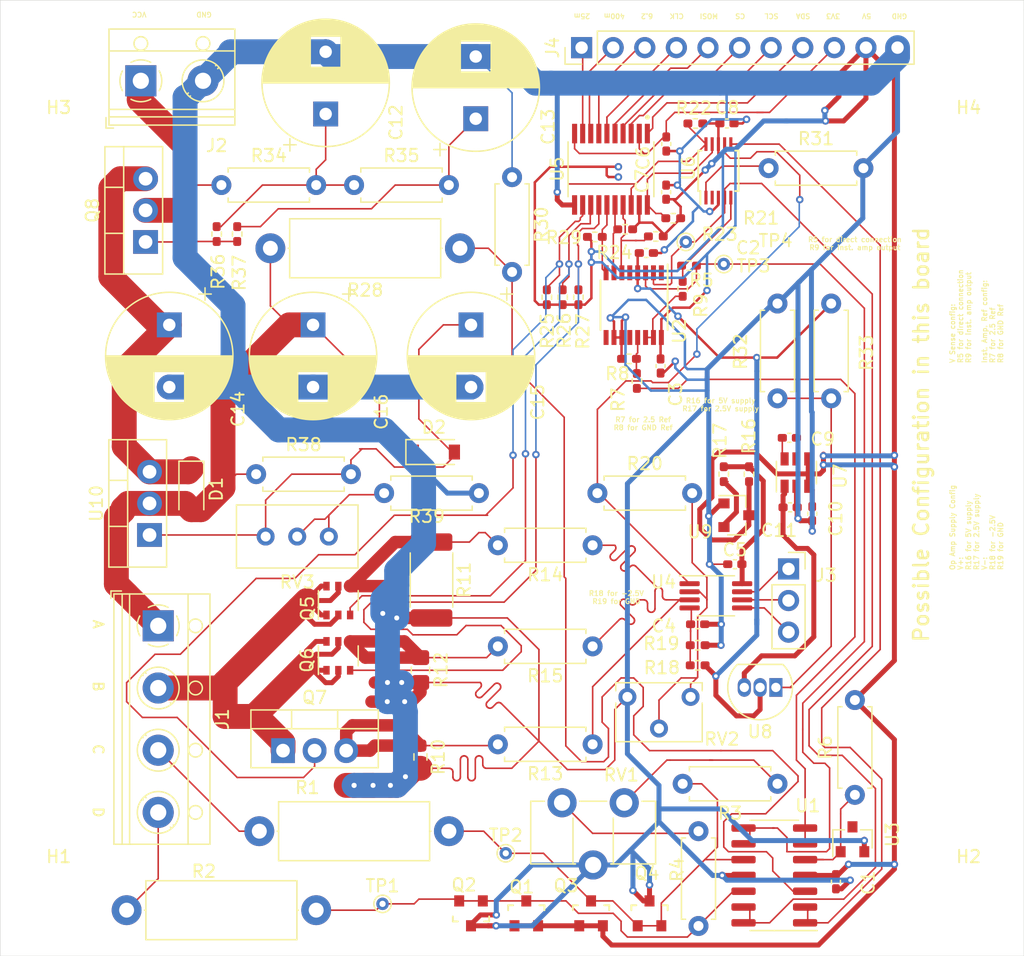
<source format=kicad_pcb>
(kicad_pcb (version 20171130) (host pcbnew "(5.1.10)-1")
  (title_block (rev 1))
  (layers (0 Front signal) (1 In1.Cu signal) (2 In2.Cu signal) (31 Back signal) (34 B.Paste user) (35 F.Paste user) (36 B.SilkS user) (37 F.SilkS user) (38 B.Mask user) (39 F.Mask user) (44 Edge.Cuts user))
  (net 0 "")
  (net 1 +5V)
  (net 2 GND)
  (net 3 -2V5)
  (net 4 "Net-(C4-Pad2)")
  (net 5 "Net-(C5-Pad2)")
  (net 6 +3V3)
  (net 7 "Net-(C9-Pad2)")
  (net 8 "Net-(C9-Pad1)")
  (net 9 -5V)
  (net 10 "Net-(C12-Pad1)")
  (net 11 "Net-(C13-Pad1)")
  (net 12 "Net-(C14-Pad1)")
  (net 13 "Net-(C15-Pad1)")
  (net 14 Pasak_A)
  (net 15 Pasak_N)
  (net 16 Pasak_M)
  (net 17 Pasak_B)
  (net 18 VCC)
  (net 19 SDA)
  (net 20 SCL)
  (net 21 CS)
  (net 22 MOSI)
  (net 23 CLK)
  (net 24 LVL_A)
  (net 25 LVL_B)
  (net 26 LVL_C)
  (net 27 "Net-(Q1-Pad3)")
  (net 28 "Net-(Q3-Pad3)")
  (net 29 /Current_Sense/R_B)
  (net 30 LVL_B_5V)
  (net 31 /Current_Sense/R_C)
  (net 32 LVL_C_5V)
  (net 33 /Current_Sense/R_A)
  (net 34 LVL_A_5V)
  (net 35 "Net-(Q8-Pad1)")
  (net 36 "Net-(R3-Pad1)")
  (net 37 "Net-(R4-Pad1)")
  (net 38 ADC_0)
  (net 39 "Net-(R6-Pad1)")
  (net 40 ADC_1)
  (net 41 2.5V_Ref)
  (net 42 /Voltage_Sense/Ref_Selector)
  (net 43 +2V5)
  (net 44 ADC_2)
  (net 45 SDA_5V)
  (net 46 SCL_5V)
  (net 47 CS_5V)
  (net 48 MOSI_5V)
  (net 49 CLK_5V)
  (net 50 ADC_3)
  (net 51 OP_P)
  (net 52 OP_N)
  (net 53 OP_O)
  (net 54 "Net-(R31-Pad1)")
  (net 55 "Net-(R9-Pad2)")
  (net 56 "Net-(R13-Pad1)")
  (net 57 "Net-(R20-Pad2)")
  (net 58 "Net-(R28-Pad1)")
  (net 59 "Net-(R32-Pad2)")
  (net 60 "Net-(R39-Pad1)")
  (net 61 "Net-(R5-Pad2)")
  (module MountingHole:MountingHole_3.2mm_M3_DIN965 (layer Front) (at 93.218 25.273 180)
    (fp_text reference H4 (at 0 -3.8) (layer F.SilkS))
    (fp_text value MountingHole)
    (pad 1 np_thru_hole circle (at 0 0 180) (size 3.2 3.2) (drill 3.2) (layers *.Cu *.Mask))
  )
  (module MountingHole:MountingHole_3.2mm_M3_DIN965 (layer Front) (at 20.066 25.273 180)
    (fp_text reference H3 (at 0 -3.8) (layer F.SilkS))
    (fp_text value MountingHole)
    (pad 1 np_thru_hole circle (at 0 0 180) (size 3.2 3.2) (drill 3.2) (layers *.Cu *.Mask))
  )
  (module MountingHole:MountingHole_3.2mm_M3_DIN965 (layer Front) (at 93.218 93.091)
    (fp_text reference H2 (at 0 -3.8) (layer F.SilkS))
    (fp_text value MountingHole)
    (pad 1 np_thru_hole circle (at 0 0) (size 3.2 3.2) (drill 3.2) (layers *.Cu *.Mask))
  )
  (module MountingHole:MountingHole_3.2mm_M3_DIN965 (layer Front) (at 20.066 93.091)
    (fp_text reference H1 (at 0 -3.8) (layer F.SilkS))
    (fp_text value MountingHole)
    (pad 1 np_thru_hole circle (at 0 0) (size 3.2 3.2) (drill 3.2) (layers *.Cu *.Mask))
  )
  (module Package_SO:MSOP-8_3x3mm_P0.65mm (layer Front) (at 72.898 68.326)
    (fp_text reference U4 (at -4.2037 -1.1176) (layer F.SilkS))
    (fp_text value RS8552)
    (pad 8 smd roundrect (at 2.1125 -0.975) (size 1.625 0.4) (layers Front F.Paste F.Mask) (net 5 "Net-(C5-Pad2)"))
    (pad 7 smd roundrect (at 2.1125 -0.325) (size 1.625 0.4) (layers Front F.Paste F.Mask) (net 53 OP_O))
    (pad 6 smd roundrect (at 2.1125 0.325) (size 1.625 0.4) (layers Front F.Paste F.Mask) (net 52 OP_N))
    (pad 5 smd roundrect (at 2.1125 0.975) (size 1.625 0.4) (layers Front F.Paste F.Mask) (net 51 OP_P))
    (pad 4 smd roundrect (at -2.1125 0.975) (size 1.625 0.4) (layers Front F.Paste F.Mask) (net 4 "Net-(C4-Pad2)"))
    (pad 3 smd roundrect (at -2.1125 0.325) (size 1.625 0.4) (layers Front F.Paste F.Mask) (net 56 "Net-(R13-Pad1)"))
    (pad 2 smd roundrect (at -2.1125 -0.325) (size 1.625 0.4) (layers Front F.Paste F.Mask) (net 57 "Net-(R20-Pad2)"))
    (pad 1 smd roundrect (at -2.1125 -0.975) (size 1.625 0.4) (layers Front F.Paste F.Mask) (net 50 ADC_3))
  )
  (module Package_TO_SOT_SMD:SOT-23 (layer Front) (at 74.549 61.849)
    (fp_text reference U9 (at -2.921 1.3335) (layer F.SilkS))
    (fp_text value AP2127N-2.5)
    (pad 3 smd rect (at 1 0) (size 0.9 0.8) (layers Front F.Paste F.Mask) (net 1 +5V))
    (pad 2 smd rect (at -1 0.95) (size 0.9 0.8) (layers Front F.Paste F.Mask) (net 43 +2V5))
    (pad 1 smd rect (at -1 -0.95) (size 0.9 0.8) (layers Front F.Paste F.Mask) (net 2 GND))
  )
  (module Capacitor_THT:CP_Radial_D10.0mm_P5.00mm (layer Front) (at 41.529 29.591 90)
    (fp_text reference C12 (at -0.6858 5.6515 90) (layer F.SilkS))
    (fp_text value 100u)
    (pad 2 thru_hole circle (at 5 0 90) (size 2 2) (drill 1) (layers *.Cu *.Mask) (net 2 GND))
    (pad 1 thru_hole rect (at 0 0 90) (size 2 2) (drill 1) (layers *.Cu *.Mask) (net 10 "Net-(C12-Pad1)"))
  )
  (module Resistor_THT:R_Axial_DIN0207_L6.3mm_D2.5mm_P7.62mm_Horizontal (layer Front) (at 46.228 60.071)
    (fp_text reference R39 (at 3.429 1.8669) (layer F.SilkS))
    (fp_text value 10k)
    (pad 1 thru_hole circle (at 0 0) (size 1.6 1.6) (drill 0.8) (layers *.Cu *.Mask) (net 60 "Net-(R39-Pad1)"))
    (pad 2 thru_hole oval (at 7.62 0) (size 1.6 1.6) (drill 0.8) (layers *.Cu *.Mask) (net 2 GND))
  )
  (module Resistor_THT:R_Axial_DIN0207_L6.3mm_D2.5mm_P7.62mm_Horizontal (layer Front) (at 71.501 87.249 270)
    (fp_text reference R4 (at 3.0988 1.7145 90) (layer F.SilkS))
    (fp_text value 10M)
    (pad 2 thru_hole oval (at 7.62 0 270) (size 1.6 1.6) (drill 0.8) (layers *.Cu *.Mask) (net 27 "Net-(Q1-Pad3)"))
    (pad 1 thru_hole circle (at 0 0 270) (size 1.6 1.6) (drill 0.8) (layers *.Cu *.Mask) (net 37 "Net-(R4-Pad1)"))
  )
  (module Diode_SMD:D_SOD-123 (layer Front) (at 50.2285 56.769)
    (fp_text reference D2 (at 0 -2) (layer F.SilkS))
    (fp_text value DSR1M)
    (pad 2 smd rect (at 1.65 0) (size 0.9 1.2) (layers Front F.Paste F.Mask) (net 13 "Net-(C15-Pad1)"))
    (pad 1 smd rect (at -1.65 0) (size 0.9 1.2) (layers Front F.Paste F.Mask) (net 14 Pasak_A))
  )
  (module Package_TO_SOT_THT:TO-220-3_Vertical (layer Front) (at 27.3685 63.4365 90)
    (fp_text reference U10 (at 2.54 -4.27 90) (layer F.SilkS))
    (fp_text value LM350_TO220)
    (pad 3 thru_hole oval (at 5.08 0 90) (size 1.905 2) (drill 1.1) (layers *.Cu *.Mask) (net 12 "Net-(C14-Pad1)"))
    (pad 2 thru_hole oval (at 2.54 0 90) (size 1.905 2) (drill 1.1) (layers *.Cu *.Mask) (net 14 Pasak_A))
    (pad 1 thru_hole rect (at 0 0 90) (size 1.905 2) (drill 1.1) (layers *.Cu *.Mask) (net 13 "Net-(C15-Pad1)"))
  )
  (module Resistor_THT:R_Axial_DIN0207_L6.3mm_D2.5mm_P7.62mm_Horizontal (layer Front) (at 77.851 83.439 180)
    (fp_text reference R3 (at 3.81 -2.37) (layer F.SilkS))
    (fp_text value 10M)
    (pad 1 thru_hole circle (at 0 0 180) (size 1.6 1.6) (drill 0.8) (layers *.Cu *.Mask) (net 36 "Net-(R3-Pad1)"))
    (pad 2 thru_hole oval (at 7.62 0 180) (size 1.6 1.6) (drill 0.8) (layers *.Cu *.Mask) (net 28 "Net-(Q3-Pad3)"))
  )
  (module Resistor_THT:R_Axial_DIN0207_L6.3mm_D2.5mm_P7.62mm_Horizontal (layer Front) (at 62.992 72.39 180)
    (fp_text reference R15 (at 3.81 -2.37) (layer F.SilkS))
    (fp_text value 10M)
    (pad 2 thru_hole oval (at 7.62 0 180) (size 1.6 1.6) (drill 0.8) (layers *.Cu *.Mask) (net 31 /Current_Sense/R_C))
    (pad 1 thru_hole circle (at 0 0 180) (size 1.6 1.6) (drill 0.8) (layers *.Cu *.Mask) (net 56 "Net-(R13-Pad1)"))
  )
  (module Connector_PinSocket_2.54mm:PinSocket_1x03_P2.54mm_Vertical (layer Front) (at 78.74 66.167)
    (fp_text reference J3 (at 3.0226 0.508) (layer F.SilkS))
    (fp_text value Conn_01x03_Male)
    (pad 3 thru_hole oval (at 0 5.08) (size 1.7 1.7) (drill 1) (layers *.Cu *.Mask) (net 51 OP_P))
    (pad 2 thru_hole oval (at 0 2.54) (size 1.7 1.7) (drill 1) (layers *.Cu *.Mask) (net 52 OP_N))
    (pad 1 thru_hole rect (at 0 0) (size 1.7 1.7) (drill 1) (layers *.Cu *.Mask) (net 53 OP_O))
  )
  (module Potentiometer_THT:Potentiometer_Bourns_3266W_Vertical (layer Front) (at 70.866 76.454)
    (fp_text reference RV2 (at 2.5146 3.3909) (layer F.SilkS))
    (fp_text value 50)
    (pad 3 thru_hole circle (at -5.08 0) (size 1.44 1.44) (drill 0.8) (layers *.Cu *.Mask) (net 2 GND))
    (pad 2 thru_hole circle (at -2.54 2.54) (size 1.44 1.44) (drill 0.8) (layers *.Cu *.Mask) (net 57 "Net-(R20-Pad2)"))
    (pad 1 thru_hole circle (at 0 0) (size 1.44 1.44) (drill 0.8) (layers *.Cu *.Mask) (net 57 "Net-(R20-Pad2)"))
  )
  (module TerminalBlock_RND:TerminalBlock_RND_205-00014_1x04_P5.00mm_Horizontal (layer Front) (at 28.067 70.739 270)
    (fp_text reference J1 (at 7.5 -5.16 90) (layer F.SilkS))
    (fp_text value Screw_Terminal_01x04)
    (pad 4 thru_hole circle (at 15 0 270) (size 2.5 2.5) (drill 1.3) (layers *.Cu *.Mask) (net 15 Pasak_N))
    (pad 3 thru_hole circle (at 10 0 270) (size 2.5 2.5) (drill 1.3) (layers *.Cu *.Mask) (net 16 Pasak_M))
    (pad 2 thru_hole circle (at 5 0 270) (size 2.5 2.5) (drill 1.3) (layers *.Cu *.Mask) (net 17 Pasak_B))
    (pad 1 thru_hole rect (at 0 0 270) (size 2.5 2.5) (drill 1.3) (layers *.Cu *.Mask) (net 14 Pasak_A))
  )
  (module Package_SO:SOIC-14_3.9x8.7mm_P1.27mm (layer Front) (at 77.597 90.805 180)
    (fp_text reference U1 (at -2.6924 5.6007) (layer F.SilkS))
    (fp_text value RS8554)
    (pad 1 smd roundrect (at -2.475 -3.81 180) (size 1.95 0.6) (layers Front F.Paste F.Mask) (net 44 ADC_2))
    (pad 2 smd roundrect (at -2.475 -2.54 180) (size 1.95 0.6) (layers Front F.Paste F.Mask) (net 44 ADC_2))
    (pad 3 smd roundrect (at -2.475 -1.27 180) (size 1.95 0.6) (layers Front F.Paste F.Mask) (net 58 "Net-(R28-Pad1)"))
    (pad 4 smd roundrect (at -2.475 0 180) (size 1.95 0.6) (layers Front F.Paste F.Mask) (net 1 +5V))
    (pad 5 smd roundrect (at -2.475 1.27 180) (size 1.95 0.6) (layers Front F.Paste F.Mask) (net 39 "Net-(R6-Pad1)"))
    (pad 6 smd roundrect (at -2.475 2.54 180) (size 1.95 0.6) (layers Front F.Paste F.Mask) (net 41 2.5V_Ref))
    (pad 7 smd roundrect (at -2.475 3.81 180) (size 1.95 0.6) (layers Front F.Paste F.Mask) (net 41 2.5V_Ref))
    (pad 8 smd roundrect (at 2.475 3.81 180) (size 1.95 0.6) (layers Front F.Paste F.Mask) (net 61 "Net-(R5-Pad2)"))
    (pad 9 smd roundrect (at 2.475 2.54 180) (size 1.95 0.6) (layers Front F.Paste F.Mask) (net 61 "Net-(R5-Pad2)"))
    (pad 10 smd roundrect (at 2.475 1.27 180) (size 1.95 0.6) (layers Front F.Paste F.Mask) (net 28 "Net-(Q3-Pad3)"))
    (pad 11 smd roundrect (at 2.475 0 180) (size 1.95 0.6) (layers Front F.Paste F.Mask) (net 2 GND))
    (pad 12 smd roundrect (at 2.475 -1.27 180) (size 1.95 0.6) (layers Front F.Paste F.Mask) (net 27 "Net-(Q1-Pad3)"))
    (pad 13 smd roundrect (at 2.475 -2.54 180) (size 1.95 0.6) (layers Front F.Paste F.Mask) (net 38 ADC_0))
    (pad 14 smd roundrect (at 2.475 -3.81 180) (size 1.95 0.6) (layers Front F.Paste F.Mask) (net 38 ADC_0))
  )
  (module TestPoint:TestPoint_THTPad_D1.0mm_Drill0.5mm (layer Front) (at 73.533 41.656)
    (fp_text reference TP3 (at 2.4003 0.1524) (layer F.SilkS))
    (fp_text value TestPoint)
    (pad 1 thru_hole circle (at 0 0) (size 1 1) (drill 0.5) (layers *.Cu *.Mask) (net 61 "Net-(R5-Pad2)"))
  )
  (module TestPoint:TestPoint_THTPad_D1.0mm_Drill0.5mm (layer Front) (at 70.485 39.878)
    (fp_text reference TP4 (at 7.2136 -0.1016) (layer F.SilkS))
    (fp_text value TestPoint)
    (pad 1 thru_hole circle (at 0 0) (size 1 1) (drill 0.5) (layers *.Cu *.Mask) (net 38 ADC_0))
  )
  (module TestPoint:TestPoint_THTPad_D1.0mm_Drill0.5mm (layer Front) (at 56.007 89.027)
    (fp_text reference TP2 (at 0 -1.448) (layer F.SilkS))
    (fp_text value TestPoint)
    (pad 1 thru_hole circle (at 0 0) (size 1 1) (drill 0.5) (layers *.Cu *.Mask) (net 28 "Net-(Q3-Pad3)"))
  )
  (module TestPoint:TestPoint_THTPad_D1.0mm_Drill0.5mm (layer Front) (at 46.101 93.091)
    (fp_text reference TP1 (at 0 -1.448) (layer F.SilkS))
    (fp_text value TestPoint)
    (pad 1 thru_hole circle (at 0 0) (size 1 1) (drill 0.5) (layers *.Cu *.Mask) (net 27 "Net-(Q1-Pad3)"))
  )
  (module Resistor_THT:R_Axial_DIN0207_L6.3mm_D2.5mm_P7.62mm_Horizontal (layer Front) (at 84.074 84.328 90)
    (fp_text reference R6 (at 3.81 -2.37 90) (layer F.SilkS))
    (fp_text value 10k)
    (pad 2 thru_hole oval (at 7.62 0 90) (size 1.6 1.6) (drill 0.8) (layers *.Cu *.Mask) (net 1 +5V))
    (pad 1 thru_hole circle (at 0 0 90) (size 1.6 1.6) (drill 0.8) (layers *.Cu *.Mask) (net 39 "Net-(R6-Pad1)"))
  )
  (module Resistor_SMD:R_0402_1005Metric_Pad0.72x0.64mm_HandSolder (layer Front) (at 66.548 51.054 270)
    (fp_text reference R7 (at 1.5113 1.5113 90) (layer F.SilkS))
    (fp_text value 0)
    (pad 1 smd roundrect (at -0.5975 0 270) (size 0.715 0.64) (layers Front F.Paste F.Mask) (net 42 /Voltage_Sense/Ref_Selector))
    (pad 2 smd roundrect (at 0.5975 0 270) (size 0.715 0.64) (layers Front F.Paste F.Mask) (net 41 2.5V_Ref))
  )
  (module Resistor_SMD:R_0402_1005Metric_Pad0.72x0.64mm_HandSolder (layer Front) (at 65.913 49.276 180)
    (fp_text reference R8 (at 0.9271 -1.1938) (layer F.SilkS))
    (fp_text value 0)
    (pad 2 smd roundrect (at 0.5975 0 180) (size 0.715 0.64) (layers Front F.Paste F.Mask) (net 2 GND))
    (pad 1 smd roundrect (at -0.5975 0 180) (size 0.715 0.64) (layers Front F.Paste F.Mask) (net 42 /Voltage_Sense/Ref_Selector))
  )
  (module Resistor_SMD:R_0402_1005Metric_Pad0.72x0.64mm_HandSolder (layer Front) (at 70.231 43.6505 270)
    (fp_text reference R9 (at 1.3456 -1.4605 90) (layer F.SilkS))
    (fp_text value 0)
    (pad 2 smd roundrect (at 0.5975 0 270) (size 0.715 0.64) (layers Front F.Paste F.Mask) (net 55 "Net-(R9-Pad2)"))
    (pad 1 smd roundrect (at -0.5975 0 270) (size 0.715 0.64) (layers Front F.Paste F.Mask) (net 40 ADC_1))
  )
  (module Resistor_SMD:R_0603_1608Metric_Pad0.98x0.95mm_HandSolder (layer Front) (at 49.149 81.28 270)
    (fp_text reference R10 (at 0 -1.43 90) (layer F.SilkS))
    (fp_text value 25m)
    (pad 1 smd roundrect (at -0.9125 0 270) (size 0.975 0.95) (layers Front F.Paste F.Mask) (net 33 /Current_Sense/R_A))
    (pad 2 smd roundrect (at 0.9125 0 270) (size 0.975 0.95) (layers Front F.Paste F.Mask) (net 2 GND))
  )
  (module Resistor_SMD:R_2512_6332Metric_Pad1.40x3.35mm_HandSolder (layer Front) (at 50.038 67.056 270)
    (fp_text reference R11 (at 0 -2.62 90) (layer F.SilkS))
    (fp_text value 400m)
    (pad 2 smd roundrect (at 3.05 0 270) (size 1.4 3.35) (layers Front F.Paste F.Mask) (roundrect_rratio 0.1785707142857143) (net 2 GND))
    (pad 1 smd roundrect (at -3.05 0 270) (size 1.4 3.35) (layers Front F.Paste F.Mask) (roundrect_rratio 0.1785707142857143) (net 29 /Current_Sense/R_B))
  )
  (module Resistor_SMD:R_0805_2012Metric_Pad1.20x1.40mm_HandSolder (layer Front) (at 49.149 74.295 270)
    (fp_text reference R12 (at 0 -1.65 90) (layer F.SilkS))
    (fp_text value 6.2)
    (pad 2 smd roundrect (at 1 0 270) (size 1.2 1.4) (layers Front F.Paste F.Mask) (roundrect_rratio 0.2083325) (net 2 GND))
    (pad 1 smd roundrect (at -1 0 270) (size 1.2 1.4) (layers Front F.Paste F.Mask) (roundrect_rratio 0.2083325) (net 31 /Current_Sense/R_C))
  )
  (module Resistor_THT:R_Axial_DIN0207_L6.3mm_D2.5mm_P7.62mm_Horizontal (layer Front) (at 62.992 80.264 180)
    (fp_text reference R13 (at 3.81 -2.37) (layer F.SilkS))
    (fp_text value 10M)
    (pad 1 thru_hole circle (at 0 0 180) (size 1.6 1.6) (drill 0.8) (layers *.Cu *.Mask) (net 56 "Net-(R13-Pad1)"))
    (pad 2 thru_hole oval (at 7.62 0 180) (size 1.6 1.6) (drill 0.8) (layers *.Cu *.Mask) (net 33 /Current_Sense/R_A))
  )
  (module Resistor_THT:R_Axial_DIN0207_L6.3mm_D2.5mm_P7.62mm_Horizontal (layer Front) (at 62.992 64.262 180)
    (fp_text reference R14 (at 3.81 -2.37) (layer F.SilkS))
    (fp_text value 10M)
    (pad 2 thru_hole oval (at 7.62 0 180) (size 1.6 1.6) (drill 0.8) (layers *.Cu *.Mask) (net 29 /Current_Sense/R_B))
    (pad 1 thru_hole circle (at 0 0 180) (size 1.6 1.6) (drill 0.8) (layers *.Cu *.Mask) (net 56 "Net-(R13-Pad1)"))
  )
  (module Resistor_SMD:R_0402_1005Metric_Pad0.72x0.64mm_HandSolder (layer Front) (at 73.533 58.547 270)
    (fp_text reference R17 (at -2.6797 0.3048 90) (layer F.SilkS))
    (fp_text value 0)
    (pad 2 smd roundrect (at 0.5975 0 270) (size 0.715 0.64) (layers Front F.Paste F.Mask) (net 43 +2V5))
    (pad 1 smd roundrect (at -0.5975 0 270) (size 0.715 0.64) (layers Front F.Paste F.Mask) (net 5 "Net-(C5-Pad2)"))
  )
  (module Resistor_THT:R_Axial_DIN0207_L6.3mm_D2.5mm_P7.62mm_Horizontal (layer Front) (at 63.373 60.071)
    (fp_text reference R20 (at 3.81 -2.37) (layer F.SilkS))
    (fp_text value 1k)
    (pad 2 thru_hole oval (at 7.62 0) (size 1.6 1.6) (drill 0.8) (layers *.Cu *.Mask) (net 57 "Net-(R20-Pad2)"))
    (pad 1 thru_hole circle (at 0 0) (size 1.6 1.6) (drill 0.8) (layers *.Cu *.Mask) (net 50 ADC_3))
  )
  (module Resistor_SMD:R_0402_1005Metric_Pad0.72x0.64mm_HandSolder (layer Front) (at 59.309 44.323 90)
    (fp_text reference R25 (at -2.7051 0.0381 90) (layer F.SilkS))
    (fp_text value DNP)
    (pad 2 smd roundrect (at 0.5975 0 90) (size 0.715 0.64) (layers Front F.Paste F.Mask) (net 34 LVL_A_5V))
    (pad 1 smd roundrect (at -0.5975 0 90) (size 0.715 0.64) (layers Front F.Paste F.Mask) (net 1 +5V))
  )
  (module Resistor_SMD:R_0402_1005Metric_Pad0.72x0.64mm_HandSolder (layer Front) (at 61.849 44.323 90)
    (fp_text reference R27 (at -2.7432 0.3556 90) (layer F.SilkS))
    (fp_text value DNP)
    (pad 2 smd roundrect (at 0.5975 0 90) (size 0.715 0.64) (layers Front F.Paste F.Mask) (net 32 LVL_C_5V))
    (pad 1 smd roundrect (at -0.5975 0 90) (size 0.715 0.64) (layers Front F.Paste F.Mask) (net 1 +5V))
  )
  (module Resistor_THT:R_Axial_DIN0414_L11.9mm_D4.5mm_P15.24mm_Horizontal (layer Front) (at 52.324 40.386 180)
    (fp_text reference R28 (at 7.62 -3.37) (layer F.SilkS))
    (fp_text value 200M)
    (pad 2 thru_hole oval (at 15.24 0 180) (size 2.4 2.4) (drill 1.2) (layers *.Cu *.Mask) (net 14 Pasak_A))
    (pad 1 thru_hole circle (at 0 0 180) (size 2.4 2.4) (drill 1.2) (layers *.Cu *.Mask) (net 58 "Net-(R28-Pad1)"))
  )
  (module Resistor_SMD:R_0402_1005Metric_Pad0.72x0.64mm_HandSolder (layer Front) (at 63.1698 39.4716)
    (fp_text reference R29 (at -2.4892 0.0508) (layer F.SilkS))
    (fp_text value DNP)
    (pad 2 smd roundrect (at 0.5975 0) (size 0.715 0.64) (layers Front F.Paste F.Mask) (net 49 CLK_5V))
    (pad 1 smd roundrect (at -0.5975 0) (size 0.715 0.64) (layers Front F.Paste F.Mask) (net 1 +5V))
  )
  (module Resistor_THT:R_Axial_DIN0207_L6.3mm_D2.5mm_P7.62mm_Horizontal (layer Front) (at 82.169 52.451 90)
    (fp_text reference R33 (at 3.6703 2.8321 90) (layer F.SilkS))
    (fp_text value 180)
    (pad 2 thru_hole oval (at 7.62 0 90) (size 1.6 1.6) (drill 0.8) (layers *.Cu *.Mask) (net 3 -2V5))
    (pad 1 thru_hole circle (at 0 0 90) (size 1.6 1.6) (drill 0.8) (layers *.Cu *.Mask) (net 59 "Net-(R32-Pad2)"))
  )
  (module Resistor_THT:R_Axial_DIN0207_L6.3mm_D2.5mm_P7.62mm_Horizontal (layer Front) (at 33.147 35.306)
    (fp_text reference R34 (at 3.81 -2.37) (layer F.SilkS))
    (fp_text value 1k)
    (pad 2 thru_hole oval (at 7.62 0) (size 1.6 1.6) (drill 0.8) (layers *.Cu *.Mask) (net 10 "Net-(C12-Pad1)"))
    (pad 1 thru_hole circle (at 0 0) (size 1.6 1.6) (drill 0.8) (layers *.Cu *.Mask) (net 18 VCC))
  )
  (module Resistor_SMD:R_0402_1005Metric_Pad0.72x0.64mm_HandSolder (layer Front) (at 32.766 39.243 90)
    (fp_text reference R36 (at -3.0226 0.1143 90) (layer F.SilkS))
    (fp_text value 0)
    (pad 2 smd roundrect (at 0.5975 0 90) (size 0.715 0.64) (layers Front F.Paste F.Mask) (net 10 "Net-(C12-Pad1)"))
    (pad 1 smd roundrect (at -0.5975 0 90) (size 0.715 0.64) (layers Front F.Paste F.Mask) (net 35 "Net-(Q8-Pad1)"))
  )
  (module Resistor_THT:R_Axial_DIN0207_L6.3mm_D2.5mm_P7.62mm_Horizontal (layer Front) (at 35.941 58.547)
    (fp_text reference R38 (at 3.81 -2.37) (layer F.SilkS))
    (fp_text value 180)
    (pad 1 thru_hole circle (at 0 0) (size 1.6 1.6) (drill 0.8) (layers *.Cu *.Mask) (net 14 Pasak_A))
    (pad 2 thru_hole oval (at 7.62 0) (size 1.6 1.6) (drill 0.8) (layers *.Cu *.Mask) (net 13 "Net-(C15-Pad1)"))
  )
  (module Resistor_SMD:R_0402_1005Metric_Pad0.72x0.64mm_HandSolder (layer Front) (at 34.417 39.243 270)
    (fp_text reference R37 (at 3.1242 -0.1651 90) (layer F.SilkS))
    (fp_text value 0)
    (pad 2 smd roundrect (at 0.5975 0 270) (size 0.715 0.64) (layers Front F.Paste F.Mask) (net 35 "Net-(Q8-Pad1)"))
    (pad 1 smd roundrect (at -0.5975 0 270) (size 0.715 0.64) (layers Front F.Paste F.Mask) (net 11 "Net-(C13-Pad1)"))
  )
  (module Connector_PinHeader_2.54mm:PinHeader_1x11_P2.54mm_Vertical (layer Front) (at 62.103 24.257 90)
    (fp_text reference J4 (at 0 -2.33 90) (layer F.SilkS))
    (fp_text value Conn_01x11_Male)
    (pad 11 thru_hole oval (at 0 25.4 90) (size 1.7 1.7) (drill 1) (layers *.Cu *.Mask) (net 2 GND))
    (pad 10 thru_hole oval (at 0 22.86 90) (size 1.7 1.7) (drill 1) (layers *.Cu *.Mask) (net 1 +5V))
    (pad 9 thru_hole oval (at 0 20.32 90) (size 1.7 1.7) (drill 1) (layers *.Cu *.Mask) (net 6 +3V3))
    (pad 8 thru_hole oval (at 0 17.78 90) (size 1.7 1.7) (drill 1) (layers *.Cu *.Mask) (net 19 SDA))
    (pad 7 thru_hole oval (at 0 15.24 90) (size 1.7 1.7) (drill 1) (layers *.Cu *.Mask) (net 20 SCL))
    (pad 6 thru_hole oval (at 0 12.7 90) (size 1.7 1.7) (drill 1) (layers *.Cu *.Mask) (net 21 CS))
    (pad 5 thru_hole oval (at 0 10.16 90) (size 1.7 1.7) (drill 1) (layers *.Cu *.Mask) (net 22 MOSI))
    (pad 4 thru_hole oval (at 0 7.62 90) (size 1.7 1.7) (drill 1) (layers *.Cu *.Mask) (net 23 CLK))
    (pad 3 thru_hole oval (at 0 5.08 90) (size 1.7 1.7) (drill 1) (layers *.Cu *.Mask) (net 26 LVL_C))
    (pad 2 thru_hole oval (at 0 2.54 90) (size 1.7 1.7) (drill 1) (layers *.Cu *.Mask) (net 25 LVL_B))
    (pad 1 thru_hole rect (at 0 0 90) (size 1.7 1.7) (drill 1) (layers *.Cu *.Mask) (net 24 LVL_A))
  )
  (module Resistor_SMD:R_0402_1005Metric_Pad0.72x0.64mm_HandSolder (layer Front) (at 75.565 58.547 270)
    (fp_text reference R16 (at -3.0607 0.0127 90) (layer F.SilkS))
    (fp_text value 0)
    (pad 2 smd roundrect (at 0.5975 0 270) (size 0.715 0.64) (layers Front F.Paste F.Mask) (net 1 +5V))
    (pad 1 smd roundrect (at -0.5975 0 270) (size 0.715 0.64) (layers Front F.Paste F.Mask) (net 5 "Net-(C5-Pad2)"))
  )
  (module Resistor_SMD:R_0402_1005Metric_Pad0.72x0.64mm_HandSolder (layer Front) (at 69.469 37.973 180)
    (fp_text reference R21 (at -7.0612 0.0127) (layer F.SilkS))
    (fp_text value DNP)
    (pad 2 smd roundrect (at 0.5975 0 180) (size 0.715 0.64) (layers Front F.Paste F.Mask) (net 45 SDA_5V))
    (pad 1 smd roundrect (at -0.5975 0 180) (size 0.715 0.64) (layers Front F.Paste F.Mask) (net 1 +5V))
  )
  (module Resistor_THT:R_Axial_DIN0207_L6.3mm_D2.5mm_P7.62mm_Horizontal (layer Front) (at 56.515 34.671 270)
    (fp_text reference R30 (at 3.81 -2.37 90) (layer F.SilkS))
    (fp_text value 10M)
    (pad 2 thru_hole oval (at 7.62 0 270) (size 1.6 1.6) (drill 0.8) (layers *.Cu *.Mask) (net 58 "Net-(R28-Pad1)"))
    (pad 1 thru_hole circle (at 0 0 270) (size 1.6 1.6) (drill 0.8) (layers *.Cu *.Mask) (net 2 GND))
  )
  (module Potentiometer_THT:Potentiometer_ACP_CA9-H5_Horizontal (layer Front) (at 65.532 84.963 270)
    (fp_text reference RV1 (at -2.2352 0.2413 180) (layer F.SilkS))
    (fp_text value 500k)
    (pad 3 thru_hole circle (at 0 5 270) (size 2.34 2.34) (drill 1.3) (layers *.Cu *.Mask) (net 37 "Net-(R4-Pad1)"))
    (pad 2 thru_hole circle (at 5 2.5 270) (size 2.34 2.34) (drill 1.3) (layers *.Cu *.Mask) (net 2 GND))
    (pad 1 thru_hole circle (at 0 0 270) (size 2.34 2.34) (drill 1.3) (layers *.Cu *.Mask) (net 36 "Net-(R3-Pad1)"))
  )
  (module Package_SO:TSOP-6_1.65x3.05mm_P0.95mm (layer Front) (at 42.545 73.152 90)
    (fp_text reference Q6 (at -0.3429 -2.5146 90) (layer F.SilkS))
    (fp_text value SI3430DV)
    (pad 1 smd rect (at -1.16 -0.95 90) (size 0.7 0.51) (layers Front F.Paste F.Mask) (net 17 Pasak_B))
    (pad 2 smd rect (at -1.16 0 90) (size 0.7 0.51) (layers Front F.Paste F.Mask) (net 17 Pasak_B))
    (pad 3 smd rect (at -1.16 0.95 90) (size 0.7 0.51) (layers Front F.Paste F.Mask) (net 32 LVL_C_5V))
    (pad 4 smd rect (at 1.16 0.95 90) (size 0.7 0.51) (layers Front F.Paste F.Mask) (net 31 /Current_Sense/R_C))
    (pad 5 smd rect (at 1.16 0 90) (size 0.7 0.51) (layers Front F.Paste F.Mask) (net 17 Pasak_B))
    (pad 6 smd rect (at 1.16 -0.95 90) (size 0.7 0.51) (layers Front F.Paste F.Mask) (net 17 Pasak_B))
  )
  (module Package_SO:TSOP-6_1.65x3.05mm_P0.95mm (layer Front) (at 42.545 68.707 90)
    (fp_text reference Q5 (at -0.635 -2.4765 90) (layer F.SilkS))
    (fp_text value SI3430DV)
    (pad 6 smd rect (at 1.16 -0.95 90) (size 0.7 0.51) (layers Front F.Paste F.Mask) (net 17 Pasak_B))
    (pad 5 smd rect (at 1.16 0 90) (size 0.7 0.51) (layers Front F.Paste F.Mask) (net 17 Pasak_B))
    (pad 4 smd rect (at 1.16 0.95 90) (size 0.7 0.51) (layers Front F.Paste F.Mask) (net 29 /Current_Sense/R_B))
    (pad 3 smd rect (at -1.16 0.95 90) (size 0.7 0.51) (layers Front F.Paste F.Mask) (net 30 LVL_B_5V))
    (pad 2 smd rect (at -1.16 0 90) (size 0.7 0.51) (layers Front F.Paste F.Mask) (net 17 Pasak_B))
    (pad 1 smd rect (at -1.16 -0.95 90) (size 0.7 0.51) (layers Front F.Paste F.Mask) (net 17 Pasak_B))
  )
  (module Package_TO_SOT_THT:TO-220-3_Vertical (layer Front) (at 27.051 39.878 90)
    (fp_text reference Q8 (at 2.54 -4.27 90) (layer F.SilkS))
    (fp_text value TIP122)
    (pad 3 thru_hole oval (at 5.08 0 90) (size 1.905 2) (drill 1.1) (layers *.Cu *.Mask) (net 12 "Net-(C14-Pad1)"))
    (pad 2 thru_hole oval (at 2.54 0 90) (size 1.905 2) (drill 1.1) (layers *.Cu *.Mask) (net 18 VCC))
    (pad 1 thru_hole rect (at 0 0 90) (size 1.905 2) (drill 1.1) (layers *.Cu *.Mask) (net 35 "Net-(Q8-Pad1)"))
  )
  (module Package_TO_SOT_THT:TO-92_Inline (layer Front) (at 77.724 75.692 180)
    (fp_text reference U8 (at 1.27 -3.56) (layer F.SilkS))
    (fp_text value LM337L_TO92)
    (pad 1 thru_hole rect (at 0 0 180) (size 1.05 1.5) (drill 0.75) (layers *.Cu *.Mask) (net 59 "Net-(R32-Pad2)"))
    (pad 3 thru_hole oval (at 2.54 0 180) (size 1.05 1.5) (drill 0.75) (layers *.Cu *.Mask) (net 9 -5V))
    (pad 2 thru_hole oval (at 1.27 0 180) (size 1.05 1.5) (drill 0.75) (layers *.Cu *.Mask) (net 3 -2V5))
  )
  (module Package_TO_SOT_SMD:SOT-23-6 (layer Front) (at 79.375 58.42 90)
    (fp_text reference U7 (at -0.2794 3.5179 90) (layer F.SilkS))
    (fp_text value LM2776)
    (pad 5 smd rect (at 1.1 0 90) (size 1.06 0.65) (layers Front F.Paste F.Mask) (net 8 "Net-(C9-Pad1)"))
    (pad 6 smd rect (at 1.1 -0.95 90) (size 1.06 0.65) (layers Front F.Paste F.Mask) (net 7 "Net-(C9-Pad2)"))
    (pad 4 smd rect (at 1.1 0.95 90) (size 1.06 0.65) (layers Front F.Paste F.Mask) (net 1 +5V))
    (pad 3 smd rect (at -1.1 0.95 90) (size 1.06 0.65) (layers Front F.Paste F.Mask) (net 1 +5V))
    (pad 2 smd rect (at -1.1 0 90) (size 1.06 0.65) (layers Front F.Paste F.Mask) (net 2 GND))
    (pad 1 smd rect (at -1.1 -0.95 90) (size 1.06 0.65) (layers Front F.Paste F.Mask) (net 9 -5V))
  )
  (module Package_SO:TSSOP-10_3x3mm_P0.5mm (layer Front) (at 73.1012 34.163 90)
    (fp_text reference U6 (at 0.2286 -2.413 90) (layer F.SilkS))
    (fp_text value ADS1115IDGS)
    (pad 10 smd rect (at 2.15 -1 90) (size 1.1 0.25) (layers Front F.Paste F.Mask) (net 46 SCL_5V))
    (pad 9 smd rect (at 2.15 -0.5 90) (size 1.1 0.25) (layers Front F.Paste F.Mask) (net 45 SDA_5V))
    (pad 8 smd rect (at 2.15 0 90) (size 1.1 0.25) (layers Front F.Paste F.Mask) (net 1 +5V))
    (pad 7 smd rect (at 2.15 0.5 90) (size 1.1 0.25) (layers Front F.Paste F.Mask) (net 50 ADC_3))
    (pad 6 smd rect (at 2.15 1 90) (size 1.1 0.25) (layers Front F.Paste F.Mask) (net 44 ADC_2))
    (pad 5 smd rect (at -2.15 1 90) (size 1.1 0.25) (layers Front F.Paste F.Mask) (net 40 ADC_1))
    (pad 4 smd rect (at -2.15 0.5 90) (size 1.1 0.25) (layers Front F.Paste F.Mask) (net 38 ADC_0))
    (pad 3 smd rect (at -2.15 0 90) (size 1.1 0.25) (layers Front F.Paste F.Mask) (net 2 GND))
    (pad 2 smd rect (at -2.15 -0.5 90) (size 1.1 0.25) (layers Front F.Paste F.Mask))
    (pad 1 smd rect (at -2.15 -1 90) (size 1.1 0.25) (layers Front F.Paste F.Mask) (net 54 "Net-(R31-Pad1)"))
  )
  (module RS0108:SOP65P640X120-20N (layer Front) (at 64.4652 34.036 270)
    (fp_text reference U5 (at -0.0127 4.318 90) (layer F.SilkS))
    (fp_text value TXS0108EPWR)
    (pad 20 smd roundrect (at 2.87 -2.925 270) (size 1.57 0.41) (layers Front F.Paste F.Mask) (roundrect_rratio 0.05) (net 45 SDA_5V))
    (pad 19 smd roundrect (at 2.87 -2.275 270) (size 1.57 0.41) (layers Front F.Paste F.Mask) (roundrect_rratio 0.05) (net 1 +5V))
    (pad 18 smd roundrect (at 2.87 -1.625 270) (size 1.57 0.41) (layers Front F.Paste F.Mask) (roundrect_rratio 0.05) (net 46 SCL_5V))
    (pad 17 smd roundrect (at 2.87 -0.975 270) (size 1.57 0.41) (layers Front F.Paste F.Mask) (roundrect_rratio 0.05) (net 47 CS_5V))
    (pad 16 smd roundrect (at 2.87 -0.325 270) (size 1.57 0.41) (layers Front F.Paste F.Mask) (roundrect_rratio 0.05) (net 48 MOSI_5V))
    (pad 15 smd roundrect (at 2.87 0.325 270) (size 1.57 0.41) (layers Front F.Paste F.Mask) (roundrect_rratio 0.05) (net 49 CLK_5V))
    (pad 14 smd roundrect (at 2.87 0.975 270) (size 1.57 0.41) (layers Front F.Paste F.Mask) (roundrect_rratio 0.05) (net 32 LVL_C_5V))
    (pad 13 smd roundrect (at 2.87 1.625 270) (size 1.57 0.41) (layers Front F.Paste F.Mask) (roundrect_rratio 0.05) (net 30 LVL_B_5V))
    (pad 12 smd roundrect (at 2.87 2.275 270) (size 1.57 0.41) (layers Front F.Paste F.Mask) (roundrect_rratio 0.05) (net 34 LVL_A_5V))
    (pad 11 smd roundrect (at 2.87 2.925 270) (size 1.57 0.41) (layers Front F.Paste F.Mask) (roundrect_rratio 0.05) (net 2 GND))
    (pad 10 smd roundrect (at -2.87 2.925 270) (size 1.57 0.41) (layers Front F.Paste F.Mask) (roundrect_rratio 0.05) (net 6 +3V3))
    (pad 9 smd roundrect (at -2.87 2.275 270) (size 1.57 0.41) (layers Front F.Paste F.Mask) (roundrect_rratio 0.05) (net 24 LVL_A))
    (pad 8 smd roundrect (at -2.87 1.625 270) (size 1.57 0.41) (layers Front F.Paste F.Mask) (roundrect_rratio 0.05) (net 25 LVL_B))
    (pad 7 smd roundrect (at -2.87 0.975 270) (size 1.57 0.41) (layers Front F.Paste F.Mask) (roundrect_rratio 0.05) (net 26 LVL_C))
    (pad 6 smd roundrect (at -2.87 0.325 270) (size 1.57 0.41) (layers Front F.Paste F.Mask) (roundrect_rratio 0.05) (net 23 CLK))
    (pad 5 smd roundrect (at -2.87 -0.325 270) (size 1.57 0.41) (layers Front F.Paste F.Mask) (roundrect_rratio 0.05) (net 22 MOSI))
    (pad 4 smd roundrect (at -2.87 -0.975 270) (size 1.57 0.41) (layers Front F.Paste F.Mask) (roundrect_rratio 0.05) (net 21 CS))
    (pad 3 smd roundrect (at -2.87 -1.625 270) (size 1.57 0.41) (layers Front F.Paste F.Mask) (roundrect_rratio 0.05) (net 20 SCL))
    (pad 2 smd roundrect (at -2.87 -2.275 270) (size 1.57 0.41) (layers Front F.Paste F.Mask) (roundrect_rratio 0.05) (net 6 +3V3))
    (pad 1 smd roundrect (at -2.87 -2.925 270) (size 1.57 0.41) (layers Front F.Paste F.Mask) (roundrect_rratio 0.05) (net 19 SDA))
  )
  (module Package_TO_SOT_SMD:SOT-23 (layer Front) (at 83.881 87.9 90)
    (fp_text reference U3 (at 0.3716 3.2029 90) (layer F.SilkS))
    (fp_text value LM4040DBZ-2.5)
    (pad 1 smd rect (at -1 -0.95 90) (size 0.9 0.8) (layers Front F.Paste F.Mask) (net 39 "Net-(R6-Pad1)"))
    (pad 2 smd rect (at -1 0.95 90) (size 0.9 0.8) (layers Front F.Paste F.Mask) (net 2 GND))
    (pad 3 smd rect (at 1 0 90) (size 0.9 0.8) (layers Front F.Paste F.Mask))
  )
  (module Package_SO:SSOP-16_3.9x4.9mm_P0.635mm (layer Front) (at 66.294 44.958 270)
    (fp_text reference U2 (at 2.0955 -3.6703 90) (layer F.SilkS))
    (fp_text value LTC6915HGN-TRPBF)
    (pad 16 smd rect (at 2.6 -2.2225 270) (size 1.2 0.4) (layers Front F.Paste F.Mask) (net 1 +5V))
    (pad 15 smd rect (at 2.6 -1.5875 270) (size 1.2 0.4) (layers Front F.Paste F.Mask) (net 55 "Net-(R9-Pad2)"))
    (pad 14 smd rect (at 2.6 -0.9525 270) (size 1.2 0.4) (layers Front F.Paste F.Mask) (net 55 "Net-(R9-Pad2)"))
    (pad 13 smd rect (at 2.6 -0.3175 270) (size 1.2 0.4) (layers Front F.Paste F.Mask) (net 42 /Voltage_Sense/Ref_Selector))
    (pad 12 smd rect (at 2.6 0.3175 270) (size 1.2 0.4) (layers Front F.Paste F.Mask))
    (pad 11 smd rect (at 2.6 0.9525 270) (size 1.2 0.4) (layers Front F.Paste F.Mask) (net 2 GND))
    (pad 10 smd rect (at 2.6 1.5875 270) (size 1.2 0.4) (layers Front F.Paste F.Mask) (net 2 GND))
    (pad 9 smd rect (at 2.6 2.2225 270) (size 1.2 0.4) (layers Front F.Paste F.Mask))
    (pad 8 smd rect (at -2.6 2.2225 270) (size 1.2 0.4) (layers Front F.Paste F.Mask) (net 49 CLK_5V))
    (pad 7 smd rect (at -2.6 1.5875 270) (size 1.2 0.4) (layers Front F.Paste F.Mask) (net 48 MOSI_5V))
    (pad 6 smd rect (at -2.6 0.9525 270) (size 1.2 0.4) (layers Front F.Paste F.Mask) (net 47 CS_5V))
    (pad 5 smd rect (at -2.6 0.3175 270) (size 1.2 0.4) (layers Front F.Paste F.Mask))
    (pad 4 smd rect (at -2.6 -0.3175 270) (size 1.2 0.4) (layers Front F.Paste F.Mask) (net 3 -2V5))
    (pad 3 smd rect (at -2.6 -0.9525 270) (size 1.2 0.4) (layers Front F.Paste F.Mask) (net 61 "Net-(R5-Pad2)"))
    (pad 2 smd rect (at -2.6 -1.5875 270) (size 1.2 0.4) (layers Front F.Paste F.Mask) (net 38 ADC_0))
    (pad 1 smd rect (at -2.6 -2.2225 270) (size 1.2 0.4) (layers Front F.Paste F.Mask))
  )
  (module Potentiometer_THT:Potentiometer_Bourns_3296W_Vertical (layer Front) (at 36.703 63.5635 180)
    (fp_text reference RV3 (at -2.54 -3.66) (layer F.SilkS))
    (fp_text value 1k)
    (pad 1 thru_hole circle (at 0 0 180) (size 1.44 1.44) (drill 0.8) (layers *.Cu *.Mask) (net 13 "Net-(C15-Pad1)"))
    (pad 2 thru_hole circle (at -2.54 0 180) (size 1.44 1.44) (drill 0.8) (layers *.Cu *.Mask) (net 60 "Net-(R39-Pad1)"))
    (pad 3 thru_hole circle (at -5.08 0 180) (size 1.44 1.44) (drill 0.8) (layers *.Cu *.Mask) (net 60 "Net-(R39-Pad1)"))
  )
  (module Resistor_THT:R_Axial_DIN0207_L6.3mm_D2.5mm_P7.62mm_Horizontal (layer Front) (at 43.815 35.306)
    (fp_text reference R35 (at 3.81 -2.37) (layer F.SilkS))
    (fp_text value 1k)
    (pad 2 thru_hole oval (at 7.62 0) (size 1.6 1.6) (drill 0.8) (layers *.Cu *.Mask) (net 11 "Net-(C13-Pad1)"))
    (pad 1 thru_hole circle (at 0 0) (size 1.6 1.6) (drill 0.8) (layers *.Cu *.Mask) (net 10 "Net-(C12-Pad1)"))
  )
  (module Resistor_THT:R_Axial_DIN0207_L6.3mm_D2.5mm_P7.62mm_Horizontal (layer Front) (at 77.851 44.831 270)
    (fp_text reference R32 (at 3.8608 2.9718 90) (layer F.SilkS))
    (fp_text value 180)
    (pad 2 thru_hole oval (at 7.62 0 270) (size 1.6 1.6) (drill 0.8) (layers *.Cu *.Mask) (net 59 "Net-(R32-Pad2)"))
    (pad 1 thru_hole circle (at 0 0 270) (size 1.6 1.6) (drill 0.8) (layers *.Cu *.Mask) (net 2 GND))
  )
  (module Resistor_THT:R_Axial_DIN0207_L6.3mm_D2.5mm_P7.62mm_Horizontal (layer Front) (at 77.1398 33.9471)
    (fp_text reference R31 (at 3.81 -2.37) (layer F.SilkS))
    (fp_text value 10k)
    (pad 2 thru_hole oval (at 7.62 0) (size 1.6 1.6) (drill 0.8) (layers *.Cu *.Mask) (net 2 GND))
    (pad 1 thru_hole circle (at 0 0) (size 1.6 1.6) (drill 0.8) (layers *.Cu *.Mask) (net 54 "Net-(R31-Pad1)"))
  )
  (module Resistor_SMD:R_0402_1005Metric_Pad0.72x0.64mm_HandSolder (layer Front) (at 60.579 44.323 90)
    (fp_text reference R26 (at -2.6797 0.127 90) (layer F.SilkS))
    (fp_text value DNP)
    (pad 2 smd roundrect (at 0.5975 0 90) (size 0.715 0.64) (layers Front F.Paste F.Mask) (net 30 LVL_B_5V))
    (pad 1 smd roundrect (at -0.5975 0 90) (size 0.715 0.64) (layers Front F.Paste F.Mask) (net 1 +5V))
  )
  (module Resistor_SMD:R_0402_1005Metric_Pad0.72x0.64mm_HandSolder (layer Front) (at 65.6082 38.862 180)
    (fp_text reference R24 (at 0.8636 -1.8669) (layer F.SilkS))
    (fp_text value DNP)
    (pad 2 smd roundrect (at 0.5975 0 180) (size 0.715 0.64) (layers Front F.Paste F.Mask) (net 48 MOSI_5V))
    (pad 1 smd roundrect (at -0.5975 0 180) (size 0.715 0.64) (layers Front F.Paste F.Mask) (net 1 +5V))
  )
  (module Resistor_SMD:R_0402_1005Metric_Pad0.72x0.64mm_HandSolder (layer Front) (at 68.072 39.4335 180)
    (fp_text reference R23 (at -5.1308 0.1651) (layer F.SilkS))
    (fp_text value DNP)
    (pad 2 smd roundrect (at 0.5975 0 180) (size 0.715 0.64) (layers Front F.Paste F.Mask) (net 47 CS_5V))
    (pad 1 smd roundrect (at -0.5975 0 180) (size 0.715 0.64) (layers Front F.Paste F.Mask) (net 1 +5V))
  )
  (module Resistor_SMD:R_0402_1005Metric_Pad0.72x0.64mm_HandSolder (layer Front) (at 71.247 30.353 180)
    (fp_text reference R22 (at 0.127 1.2319) (layer F.SilkS))
    (fp_text value DNP)
    (pad 2 smd roundrect (at 0.5975 0 180) (size 0.715 0.64) (layers Front F.Paste F.Mask) (net 46 SCL_5V))
    (pad 1 smd roundrect (at -0.5975 0 180) (size 0.715 0.64) (layers Front F.Paste F.Mask) (net 1 +5V))
  )
  (module Resistor_SMD:R_0402_1005Metric_Pad0.72x0.64mm_HandSolder (layer Front) (at 71.4375 72.29856)
    (fp_text reference R19 (at -2.921 -0.13716) (layer F.SilkS))
    (fp_text value 0)
    (pad 2 smd roundrect (at 0.5975 0) (size 0.715 0.64) (layers Front F.Paste F.Mask) (net 2 GND))
    (pad 1 smd roundrect (at -0.5975 0) (size 0.715 0.64) (layers Front F.Paste F.Mask) (net 4 "Net-(C4-Pad2)"))
  )
  (module Resistor_SMD:R_0402_1005Metric_Pad0.72x0.64mm_HandSolder (layer Front) (at 71.43496 73.914)
    (fp_text reference R18 (at -2.88036 0.1905) (layer F.SilkS))
    (fp_text value 0)
    (pad 2 smd roundrect (at 0.5975 0) (size 0.715 0.64) (layers Front F.Paste F.Mask) (net 3 -2V5))
    (pad 1 smd roundrect (at -0.5975 0) (size 0.715 0.64) (layers Front F.Paste F.Mask) (net 4 "Net-(C4-Pad2)"))
  )
  (module Resistor_SMD:R_0402_1005Metric_Pad0.72x0.64mm_HandSolder (layer Front) (at 70.739 41.783)
    (fp_text reference R5 (at 1.0033 1.1811) (layer F.SilkS))
    (fp_text value 0)
    (pad 2 smd roundrect (at 0.5975 0) (size 0.715 0.64) (layers Front F.Paste F.Mask) (net 61 "Net-(R5-Pad2)"))
    (pad 1 smd roundrect (at -0.5975 0) (size 0.715 0.64) (layers Front F.Paste F.Mask) (net 40 ADC_1))
  )
  (module Resistor_THT:R_Axial_DIN0414_L11.9mm_D4.5mm_P15.24mm_Horizontal (layer Front) (at 40.767 93.599 180)
    (fp_text reference R2 (at 9.0297 3.1242) (layer F.SilkS))
    (fp_text value 200M)
    (pad 2 thru_hole oval (at 15.24 0 180) (size 2.4 2.4) (drill 1.2) (layers *.Cu *.Mask) (net 15 Pasak_N))
    (pad 1 thru_hole circle (at 0 0 180) (size 2.4 2.4) (drill 1.2) (layers *.Cu *.Mask) (net 27 "Net-(Q1-Pad3)"))
  )
  (module Resistor_THT:R_Axial_DIN0414_L11.9mm_D4.5mm_P15.24mm_Horizontal (layer Front) (at 51.435 87.249 180)
    (fp_text reference R1 (at 11.3792 3.5052) (layer F.SilkS))
    (fp_text value 200M)
    (pad 2 thru_hole oval (at 15.24 0 180) (size 2.4 2.4) (drill 1.2) (layers *.Cu *.Mask) (net 16 Pasak_M))
    (pad 1 thru_hole circle (at 0 0 180) (size 2.4 2.4) (drill 1.2) (layers *.Cu *.Mask) (net 28 "Net-(Q3-Pad3)"))
  )
  (module Package_TO_SOT_THT:TO-220-3_Vertical (layer Front) (at 38.1 80.772)
    (fp_text reference Q7 (at 2.54 -4.27) (layer F.SilkS))
    (fp_text value LNC045R090)
    (pad 1 thru_hole rect (at 0 0) (size 1.905 2) (drill 1.1) (layers *.Cu *.Mask) (net 17 Pasak_B))
    (pad 2 thru_hole oval (at 2.54 0) (size 1.905 2) (drill 1.1) (layers *.Cu *.Mask) (net 34 LVL_A_5V))
    (pad 3 thru_hole oval (at 5.08 0) (size 1.905 2) (drill 1.1) (layers *.Cu *.Mask) (net 33 /Current_Sense/R_A))
  )
  (module MMBF4117:ON_Semi-31808-0-0-0 (layer Front) (at 67.564 93.853)
    (fp_text reference Q4 (at -1.3081 -3.2131) (layer F.SilkS) (effects (justify left)))
    (fp_text value MMBF4117 hide)
    (pad 3 smd rect (at 0 -1) (size 0.8 0.9) (layers Front F.Paste F.Mask) (net 2 GND))
    (pad 2 smd rect (at 0.95 1) (size 0.8 0.9) (layers Front F.Paste F.Mask) (net 28 "Net-(Q3-Pad3)"))
    (pad 1 smd rect (at -0.95 1) (size 0.8 0.9) (layers Front F.Paste F.Mask) (net 28 "Net-(Q3-Pad3)"))
  )
  (module MMBF4117:ON_Semi-31808-0-0-0 (layer Front) (at 62.865 93.853)
    (fp_text reference Q3 (at -3.1115 -2.2225) (layer F.SilkS) (effects (justify left)))
    (fp_text value MMBF4117 hide)
    (pad 3 smd rect (at 0 -1) (size 0.8 0.9) (layers Front F.Paste F.Mask) (net 28 "Net-(Q3-Pad3)"))
    (pad 2 smd rect (at 0.95 1) (size 0.8 0.9) (layers Front F.Paste F.Mask) (net 1 +5V))
    (pad 1 smd rect (at -0.95 1) (size 0.8 0.9) (layers Front F.Paste F.Mask) (net 1 +5V))
  )
  (module MMBF4117:ON_Semi-31808-0-0-0 (layer Front) (at 53.213 93.853 180)
    (fp_text reference Q2 (at -0.5334 2.286) (layer F.SilkS) (effects (justify right)))
    (fp_text value MMBF4117 hide)
    (pad 3 smd rect (at 0 -1 180) (size 0.8 0.9) (layers Front F.Paste F.Mask) (net 2 GND))
    (pad 2 smd rect (at 0.95 1 180) (size 0.8 0.9) (layers Front F.Paste F.Mask) (net 27 "Net-(Q1-Pad3)"))
    (pad 1 smd rect (at -0.95 1 180) (size 0.8 0.9) (layers Front F.Paste F.Mask) (net 27 "Net-(Q1-Pad3)"))
  )
  (module MMBF4117:ON_Semi-31808-0-0-0 (layer Front) (at 57.658 93.853)
    (fp_text reference Q1 (at -1.4625 -2.125) (layer F.SilkS) (effects (justify left)))
    (fp_text value MMBF4117 hide)
    (pad 3 smd rect (at 0 -1) (size 0.8 0.9) (layers Front F.Paste F.Mask) (net 27 "Net-(Q1-Pad3)"))
    (pad 2 smd rect (at 0.95 1) (size 0.8 0.9) (layers Front F.Paste F.Mask) (net 1 +5V))
    (pad 1 smd rect (at -0.95 1) (size 0.8 0.9) (layers Front F.Paste F.Mask) (net 1 +5V))
  )
  (module TerminalBlock_RND:TerminalBlock_RND_205-00012_1x02_P5.00mm_Horizontal (layer Front) (at 26.67 26.924)
    (fp_text reference J2 (at 6.096 5.207) (layer F.SilkS))
    (fp_text value Screw_Terminal_01x02)
    (pad 1 thru_hole rect (at 0 0) (size 2.5 2.5) (drill 1.3) (layers *.Cu *.Mask) (net 18 VCC))
    (pad 2 thru_hole circle (at 5 0) (size 2.5 2.5) (drill 1.3) (layers *.Cu *.Mask) (net 2 GND))
  )
  (module Diode_SMD:D_SOD-123 (layer Front) (at 30.734 59.7535 270)
    (fp_text reference D1 (at 0 -2 90) (layer F.SilkS))
    (fp_text value DSR1M)
    (pad 2 smd rect (at 1.65 0 270) (size 0.9 1.2) (layers Front F.Paste F.Mask) (net 14 Pasak_A))
    (pad 1 smd rect (at -1.65 0 270) (size 0.9 1.2) (layers Front F.Paste F.Mask) (net 12 "Net-(C14-Pad1)"))
  )
  (module Capacitor_THT:CP_Radial_D10.0mm_P5.00mm (layer Front) (at 40.513 46.5455 270)
    (fp_text reference C16 (at 6.985 -5.4864 90) (layer F.SilkS))
    (fp_text value 100u)
    (pad 2 thru_hole circle (at 5 0 270) (size 2 2) (drill 1) (layers *.Cu *.Mask) (net 2 GND))
    (pad 1 thru_hole rect (at 0 0 270) (size 2 2) (drill 1) (layers *.Cu *.Mask) (net 14 Pasak_A))
  )
  (module Capacitor_THT:CP_Radial_D10.0mm_P5.00mm (layer Front) (at 53.213 46.5455 270)
    (fp_text reference C15 (at 6.223 -5.3594 90) (layer F.SilkS))
    (fp_text value 100u)
    (pad 2 thru_hole circle (at 5 0 270) (size 2 2) (drill 1) (layers *.Cu *.Mask) (net 2 GND))
    (pad 1 thru_hole rect (at 0 0 270) (size 2 2) (drill 1) (layers *.Cu *.Mask) (net 13 "Net-(C15-Pad1)"))
  )
  (module Capacitor_THT:CP_Radial_D10.0mm_P5.00mm (layer Front) (at 28.956 46.5455 270)
    (fp_text reference C14 (at 6.7691 -5.5245 90) (layer F.SilkS))
    (fp_text value 100u)
    (pad 2 thru_hole circle (at 5 0 270) (size 2 2) (drill 1) (layers *.Cu *.Mask) (net 2 GND))
    (pad 1 thru_hole rect (at 0 0 270) (size 2 2) (drill 1) (layers *.Cu *.Mask) (net 12 "Net-(C14-Pad1)"))
  )
  (module Capacitor_THT:CP_Radial_D10.0mm_P5.00mm (layer Front) (at 53.594 29.972 90)
    (fp_text reference C13 (at -0.6477 5.8166 90) (layer F.SilkS))
    (fp_text value 100u)
    (pad 1 thru_hole rect (at 0 0 90) (size 2 2) (drill 1) (layers *.Cu *.Mask) (net 11 "Net-(C13-Pad1)"))
    (pad 2 thru_hole circle (at 5 0 90) (size 2 2) (drill 1) (layers *.Cu *.Mask) (net 2 GND))
  )
  (module Capacitor_SMD:C_0402_1005Metric_Pad0.74x0.62mm_HandSolder (layer Front) (at 78.867 61.214 180)
    (fp_text reference C11 (at 0.889 -1.8542) (layer F.SilkS))
    (fp_text value 2.2u)
    (pad 2 smd roundrect (at 0.5675 0 180) (size 0.735 0.62) (layers Front F.Paste F.Mask) (net 9 -5V))
    (pad 1 smd roundrect (at -0.5675 0 180) (size 0.735 0.62) (layers Front F.Paste F.Mask) (net 2 GND))
  )
  (module Capacitor_SMD:C_0402_1005Metric_Pad0.74x0.62mm_HandSolder (layer Front) (at 80.645 61.722 90)
    (fp_text reference C10 (at -0.3937 1.8923 90) (layer F.SilkS))
    (fp_text value 2.2u)
    (pad 2 smd roundrect (at 0.5675 0 90) (size 0.735 0.62) (layers Front F.Paste F.Mask) (net 1 +5V))
    (pad 1 smd roundrect (at -0.5675 0 90) (size 0.735 0.62) (layers Front F.Paste F.Mask) (net 2 GND))
  )
  (module Capacitor_SMD:C_0402_1005Metric_Pad0.74x0.62mm_HandSolder (layer Front) (at 78.8075 55.626 180)
    (fp_text reference C9 (at -2.6757 -0.1016) (layer F.SilkS))
    (fp_text value 1u)
    (pad 2 smd roundrect (at 0.5675 0 180) (size 0.735 0.62) (layers Front F.Paste F.Mask) (net 7 "Net-(C9-Pad2)"))
    (pad 1 smd roundrect (at -0.5675 0 180) (size 0.735 0.62) (layers Front F.Paste F.Mask) (net 8 "Net-(C9-Pad1)"))
  )
  (module Capacitor_SMD:C_0402_1005Metric_Pad0.74x0.62mm_HandSolder (layer Front) (at 73.787 30.353 180)
    (fp_text reference C8 (at -0.0254 1.27) (layer F.SilkS))
    (fp_text value 100n)
    (pad 2 smd roundrect (at 0.5675 0 180) (size 0.735 0.62) (layers Front F.Paste F.Mask) (net 1 +5V))
    (pad 1 smd roundrect (at -0.5675 0 180) (size 0.735 0.62) (layers Front F.Paste F.Mask) (net 2 GND))
  )
  (module Capacitor_SMD:C_0402_1005Metric_Pad0.74x0.62mm_HandSolder (layer Front) (at 68.8975 35.8775 270)
    (fp_text reference C7 (at -0.889 1.9304 90) (layer F.SilkS))
    (fp_text value 100n)
    (pad 2 smd roundrect (at 0.5675 0 270) (size 0.735 0.62) (layers Front F.Paste F.Mask) (net 1 +5V))
    (pad 1 smd roundrect (at -0.5675 0 270) (size 0.735 0.62) (layers Front F.Paste F.Mask) (net 2 GND))
  )
  (module Capacitor_SMD:C_0402_1005Metric_Pad0.74x0.62mm_HandSolder (layer Front) (at 68.9102 32.004 90)
    (fp_text reference C6 (at -1.1303 -1.8669 90) (layer F.SilkS))
    (fp_text value 100n)
    (pad 2 smd roundrect (at 0.5675 0 90) (size 0.735 0.62) (layers Front F.Paste F.Mask) (net 6 +3V3))
    (pad 1 smd roundrect (at -0.5675 0 90) (size 0.735 0.62) (layers Front F.Paste F.Mask) (net 2 GND))
  )
  (module Capacitor_SMD:C_0402_1005Metric_Pad0.74x0.62mm_HandSolder (layer Front) (at 74.422 65.786)
    (fp_text reference C5 (at 0 -1.16) (layer F.SilkS))
    (fp_text value 100n)
    (pad 2 smd roundrect (at 0.5675 0) (size 0.735 0.62) (layers Front F.Paste F.Mask) (net 5 "Net-(C5-Pad2)"))
    (pad 1 smd roundrect (at -0.5675 0) (size 0.735 0.62) (layers Front F.Paste F.Mask) (net 2 GND))
  )
  (module Capacitor_SMD:C_0402_1005Metric_Pad0.74x0.62mm_HandSolder (layer Front) (at 71.4335 70.612 180)
    (fp_text reference C4 (at 2.7138 -0.1397) (layer F.SilkS))
    (fp_text value 100n)
    (pad 1 smd roundrect (at -0.5675 0 180) (size 0.735 0.62) (layers Front F.Paste F.Mask) (net 2 GND))
    (pad 2 smd roundrect (at 0.5675 0 180) (size 0.735 0.62) (layers Front F.Paste F.Mask) (net 4 "Net-(C4-Pad2)"))
  )
  (module Capacitor_SMD:C_0402_1005Metric_Pad0.74x0.62mm_HandSolder (layer Front) (at 68.453 49.8515 90)
    (fp_text reference C3 (at -2.282 1.2065 90) (layer F.SilkS))
    (fp_text value 100n)
    (pad 2 smd roundrect (at 0.5675 0 90) (size 0.735 0.62) (layers Front F.Paste F.Mask) (net 1 +5V))
    (pad 1 smd roundrect (at -0.5675 0 90) (size 0.735 0.62) (layers Front F.Paste F.Mask) (net 2 GND))
  )
  (module Capacitor_SMD:C_0402_1005Metric_Pad0.74x0.62mm_HandSolder (layer Front) (at 67.31 40.767 180)
    (fp_text reference C2 (at -8.1915 0.4191) (layer F.SilkS))
    (fp_text value 100n)
    (pad 2 smd roundrect (at 0.5675 0 180) (size 0.735 0.62) (layers Front F.Paste F.Mask) (net 3 -2V5))
    (pad 1 smd roundrect (at -0.5675 0 180) (size 0.735 0.62) (layers Front F.Paste F.Mask) (net 2 GND))
  )
  (module Capacitor_SMD:C_0402_1005Metric_Pad0.74x0.62mm_HandSolder (layer Front) (at 82.55 91.313 90)
    (fp_text reference C1 (at -0.0889 2.5908 90) (layer F.SilkS))
    (fp_text value 100n)
    (pad 1 smd roundrect (at -0.5675 0 90) (size 0.735 0.62) (layers Front F.Paste F.Mask) (net 2 GND))
    (pad 2 smd roundrect (at 0.5675 0 90) (size 0.735 0.62) (layers Front F.Paste F.Mask) (net 1 +5V))
  )
  (gr_text "Possible Configuration in this board" (at 89.408 55.372 90) (layer F.SilkS) (effects (font (size 1.2 1.2) (thickness 0.2))))
  (gr_text "Op Amp Supply Config\nV+:\nR16 for 5V supply\nR17 for 2.5V supply\nV-:\nR18 for -2.5V\nR19 for GND" (at 93.853 66.294 90) (layer F.SilkS) (effects (font (size 0.4 0.4) (thickness 0.08)) (justify left)))
  (gr_text "V Sense config:\nR5 for direct connection\nR9 for inst. amp output\n\nInst. Amp. Ref config:\nR7 for 2.5 Ref\nR8 for GND Ref" (at 93.853 49.657 90) (layer F.SilkS) (effects (font (size 0.4 0.4) (thickness 0.08)) (justify left)))
  (gr_text "R18 for -2.5V\nR19 for GND" (at 64.897 68.453) (layer F.SilkS) (effects (font (size 0.4 0.4) (thickness 0.08))))
  (gr_text "R16 for 5V supply\nR17 for 2.5V supply" (at 73.279 52.959) (layer F.SilkS) (effects (font (size 0.4 0.4) (thickness 0.08))))
  (gr_text "R5 for direct connection\nR9 for inst. amp output" (at 84.074 40.005) (layer F.SilkS) (effects (font (size 0.4 0.4) (thickness 0.08))))
  (gr_text "R7 for 2.5 Ref\nR8 for GND Ref" (at 67.056 54.483) (layer F.SilkS) (effects (font (size 0.4 0.4) (thickness 0.08))))
  (gr_text VCC (at 26.543 21.59 180) (layer F.SilkS) (effects (font (size 0.4 0.4) (thickness 0.08))))
  (gr_text GND (at 31.75 21.59 180) (layer F.SilkS) (effects (font (size 0.4 0.4) (thickness 0.08))))
  (gr_text "25m " (at 61.976 21.717 180) (layer F.SilkS) (effects (font (size 0.4 0.4) (thickness 0.08))))
  (gr_text 400m (at 64.732513 21.717 180) (layer F.SilkS) (effects (font (size 0.4 0.4) (thickness 0.08))))
  (gr_text "6.2  " (at 67.056 21.717 180) (layer F.SilkS) (effects (font (size 0.4 0.4) (thickness 0.08))))
  (gr_text "CLK " (at 69.596 21.717 180) (layer F.SilkS) (effects (font (size 0.4 0.4) (thickness 0.08))))
  (gr_text MOSI (at 72.335374 21.717 180) (layer F.SilkS) (effects (font (size 0.4 0.4) (thickness 0.08))))
  (gr_text "CS  " (at 74.549 21.717 180) (layer F.SilkS) (effects (font (size 0.4 0.4) (thickness 0.08))))
  (gr_text "SCL " (at 77.216 21.717 180) (layer F.SilkS) (effects (font (size 0.4 0.4) (thickness 0.08))))
  (gr_text "SDA " (at 79.756 21.717 180) (layer F.SilkS) (effects (font (size 0.4 0.4) (thickness 0.08))))
  (gr_text "3V3 " (at 82.169 21.717 180) (layer F.SilkS) (effects (font (size 0.4 0.4) (thickness 0.08))))
  (gr_text "5V  " (at 84.709 21.717 180) (layer F.SilkS) (effects (font (size 0.4 0.4) (thickness 0.08))))
  (gr_text "GND " (at 87.503 21.717 180) (layer F.SilkS) (effects (font (size 0.4 0.4) (thickness 0.08))))
  (gr_text "D\n" (at 23.241 85.725 270) (layer F.SilkS) (effects (font (size 0.8128 0.8128) (thickness 0.1524))))
  (gr_text "C\n" (at 23.241 80.667981 270) (layer F.SilkS) (effects (font (size 0.8128 0.8128) (thickness 0.1524))))
  (gr_text B (at 23.241 75.610962 270) (layer F.SilkS) (effects (font (size 0.8128 0.8128) (thickness 0.1524))))
  (gr_text A (at 23.241 70.612 270) (layer F.SilkS) (effects (font (size 0.8128 0.8128) (thickness 0.1524))))
  (gr_line (start 15.367 20.574) (end 15.367 20.447) (layer Edge.Cuts) (width 0.0381))
  (gr_line (start 97.663 20.447) (end 97.663 21.209) (layer Edge.Cuts) (width 0.0381))
  (gr_line (start 15.367 20.447) (end 97.663 20.447) (layer Edge.Cuts) (width 0.0381))
  (gr_line (start 15.367 97.282) (end 15.367 20.574) (layer Edge.Cuts) (width 0.0381))
  (gr_line (start 97.663 97.282) (end 15.367 97.282) (layer Edge.Cuts) (width 0.0381))
  (gr_line (start 97.663 21.209) (end 97.663 97.282) (layer Edge.Cuts) (width 0.0381))
  (segment (start 75.819 61.579) (end 75.549 61.849) (width 0.127) (layer Front) (net 1))
  (segment (start 66.7402 36.906) (end 66.7402 37.691) (width 0.127) (layer Front) (net 1))
  (segment (start 68.9102 36.4998) (end 68.8975 36.5125) (width 0.127) (layer Front) (net 1))
  (segment (start 68.9102 36.4577) (end 68.8975 36.445) (width 0.127) (layer Front) (net 1))
  (segment (start 68.6695 39.4335) (end 68.6695 39.37) (width 0.127) (layer Front) (net 1))
  (segment (start 73.1012 30.4713) (end 73.2195 30.353) (width 0.127) (layer Front) (net 1))
  (segment (start 82.3555 90.805) (end 82.55 90.9995) (width 0.127) (layer Front) (net 1))
  (segment (start 75.549 59.1605) (end 75.565 59.1445) (width 0.127) (layer Front) (net 1))
  (segment (start 56.708 94.853) (end 58.608 94.853) (width 0.4) (layer Front) (net 1))
  (segment (start 58.608 94.853) (end 61.915 94.853) (width 0.4) (layer Front) (net 1))
  (segment (start 61.915 94.853) (end 63.815 94.853) (width 0.4) (layer Front) (net 1))
  (segment (start 63.815 94.853) (end 63.815 95.692) (width 0.4) (layer Front) (net 1))
  (segment (start 64.52551 96.40251) (end 81.14349 96.40251) (width 0.4) (layer Front) (net 1))
  (segment (start 63.815 95.692) (end 64.52551 96.40251) (width 0.4) (layer Front) (net 1))
  (segment (start 81.14349 96.40251) (end 86.8045 90.7415) (width 0.4) (layer Front) (net 1))
  (segment (start 87.249 79.883) (end 84.074 76.708) (width 0.4) (layer Front) (net 1))
  (segment (start 87.249 90.297) (end 87.249 90.043) (width 0.4) (layer Front) (net 1))
  (segment (start 84.074 76.708) (end 87.249 73.533) (width 0.4) (layer Front) (net 1))
  (segment (start 87.249 26.543) (end 84.963 24.257) (width 0.4) (layer Front) (net 1))
  (segment (start 87.249 73.533) (end 87.249 57.9628) (width 0.4) (layer Front) (net 1))
  (segment (start 86.8045 90.7415) (end 87.249 90.297) (width 0.4) (layer Front) (net 1))
  (segment (start 87.249 90.043) (end 87.249 79.883) (width 0.4) (layer Front) (net 1))
  (segment (start 82.4905 90.805) (end 82.55 90.7455) (width 0.4) (layer Front) (net 1))
  (segment (start 80.072 90.805) (end 82.4905 90.805) (width 0.4) (layer Front) (net 1))
  (segment (start 82.55 90.7455) (end 82.7365 90.7455) (width 0.4) (layer Front) (net 1))
  (segment (start 82.7365 90.7455) (end 83.566 89.916) (width 0.4) (layer Front) (net 1))
  (segment (start 83.566 89.916) (end 83.566 89.916) (width 0.4) (layer Front) (net 1))
  (via (at 83.566 89.916) (size 0.6) (drill 0.3) (layers Front Back) (net 1))
  (segment (start 83.566 89.916) (end 87.249 89.916) (width 0.4) (layer Back) (net 1))
  (segment (start 87.249 89.916) (end 87.249 89.916) (width 0.4) (layer Back) (net 1))
  (via (at 87.249 89.916) (size 0.6) (drill 0.3) (layers Front Back) (net 1))
  (segment (start 80.325 59.52) (end 80.348 59.52) (width 0.4) (layer Front) (net 1))
  (segment (start 80.645 59.817) (end 80.645 61.1545) (width 0.4) (layer Front) (net 1))
  (segment (start 80.348 59.52) (end 80.645 59.817) (width 0.4) (layer Front) (net 1))
  (segment (start 75.565 61.833) (end 75.549 61.849) (width 0.4) (layer Front) (net 1))
  (segment (start 75.565 59.1445) (end 75.565 61.833) (width 0.4) (layer Front) (net 1))
  (segment (start 80.325 57.32) (end 80.325 58.3413) (width 0.4) (layer Front) (net 1))
  (segment (start 81.5467 57.0738) (end 81.5467 56.9341) (width 0.4) (layer Front) (net 1))
  (via (at 81.5467 57.0738) (size 0.6) (drill 0.3) (layers Front Back) (net 1))
  (segment (start 81.5467 57.7977) (end 81.5467 57.0738) (width 0.4) (layer Front) (net 1))
  (via (at 81.5467 57.7977) (size 0.6) (drill 0.3) (layers Front Back) (net 1))
  (segment (start 87.249 57.0357) (end 87.249 26.543) (width 0.4) (layer Front) (net 1))
  (via (at 87.249 57.0357) (size 0.6) (drill 0.3) (layers Front Back) (net 1))
  (segment (start 87.249 57.9628) (end 87.249 57.0357) (width 0.4) (layer Front) (net 1))
  (via (at 87.249 57.9628) (size 0.6) (drill 0.3) (layers Front Back) (net 1))
  (segment (start 87.2109 57.0738) (end 87.249 57.0357) (width 0.4) (layer Back) (net 1))
  (segment (start 81.5467 57.0738) (end 87.2109 57.0738) (width 0.4) (layer Back) (net 1))
  (segment (start 87.0839 57.7977) (end 87.249 57.9628) (width 0.4) (layer Back) (net 1))
  (segment (start 81.5467 57.7977) (end 87.0839 57.7977) (width 0.4) (layer Back) (net 1))
  (segment (start 80.325 58.5241) (end 80.325 59.52) (width 0.4) (layer Front) (net 1))
  (segment (start 80.325 58.3413) (end 80.325 58.5241) (width 0.4) (layer Front) (net 1))
  (segment (start 81.5467 58.2422) (end 81.5467 57.7977) (width 0.4) (layer Front) (net 1))
  (segment (start 81.2648 58.5241) (end 81.5467 58.2422) (width 0.4) (layer Front) (net 1))
  (segment (start 80.325 58.5241) (end 81.2648 58.5241) (width 0.4) (layer Front) (net 1))
  (segment (start 72.5805 57.3532) (end 73.1647 56.769) (width 0.4) (layer Front) (net 1))
  (segment (start 72.5805 60.4012) (end 72.5805 57.3532) (width 0.4) (layer Front) (net 1))
  (segment (start 77.79 58.5241) (end 80.325 58.5241) (width 0.4) (layer Front) (net 1))
  (segment (start 71.6026 61.3791) (end 72.5805 60.4012) (width 0.4) (layer Front) (net 1))
  (segment (start 72.55975 63.83485) (end 71.6026 62.8777) (width 0.4) (layer Front) (net 1))
  (segment (start 76.0349 56.769) (end 77.79 58.5241) (width 0.4) (layer Front) (net 1))
  (segment (start 74.36315 63.83485) (end 72.55975 63.83485) (width 0.4) (layer Front) (net 1))
  (segment (start 73.1647 56.769) (end 76.0349 56.769) (width 0.4) (layer Front) (net 1))
  (segment (start 71.6026 62.8777) (end 71.6026 61.3791) (width 0.4) (layer Front) (net 1))
  (segment (start 75.549 62.649) (end 74.36315 63.83485) (width 0.4) (layer Front) (net 1))
  (segment (start 75.549 61.849) (end 75.549 62.649) (width 0.4) (layer Front) (net 1))
  (segment (start 83.1723 30.1498) (end 81.7118 30.1498) (width 0.4) (layer Front) (net 1))
  (segment (start 81.661 29.3116) (end 81.661 29.3116) (width 0.4) (layer Front) (net 1))
  (via (at 81.661 29.3116) (size 0.6) (drill 0.3) (layers Front Back) (net 1))
  (segment (start 81.7118 30.1498) (end 81.7118 30.1498) (width 0.4) (layer Front) (net 1))
  (via (at 81.7118 30.1498) (size 0.6) (drill 0.3) (layers Front Back) (net 1))
  (segment (start 81.661 30.099) (end 81.7118 30.1498) (width 0.4) (layer Back) (net 1))
  (segment (start 81.661 29.3116) (end 81.661 30.099) (width 0.4) (layer Back) (net 1))
  (segment (start 72.0471 34.0995) (end 72.0471 34.0995) (width 0.4) (layer Back) (net 1))
  (via (at 72.0471 34.0995) (size 0.6) (drill 0.3) (layers Front Back) (net 1))
  (segment (start 72.5678 33.5788) (end 72.0471 34.0995) (width 0.4) (layer Back) (net 1))
  (via (at 72.5678 33.5788) (size 0.6) (drill 0.3) (layers Front Back) (net 1))
  (segment (start 73.1012 33.0454) (end 73.1012 32.013) (width 0.2) (layer Front) (net 1))
  (segment (start 72.5678 33.5788) (end 73.1012 33.0454) (width 0.2) (layer Front) (net 1))
  (segment (start 73.1012 32.013) (end 73.1012 30.4713) (width 0.2) (layer Front) (net 1))
  (segment (start 73.2195 30.353) (end 71.8445 30.353) (width 0.2) (layer Front) (net 1))
  (segment (start 66.7402 38.3275) (end 66.2057 38.862) (width 0.2) (layer Front) (net 1))
  (segment (start 66.7402 36.906) (end 66.7402 38.3275) (width 0.2) (layer Front) (net 1))
  (segment (start 66.7402 38.3275) (end 67.7915 38.3275) (width 0.2) (layer Front) (net 1))
  (segment (start 68.6695 39.2055) (end 68.6695 39.4335) (width 0.2) (layer Front) (net 1))
  (segment (start 67.7915 38.3275) (end 68.6695 39.2055) (width 0.2) (layer Front) (net 1))
  (segment (start 68.6695 39.37) (end 70.0665 37.973) (width 0.2) (layer Front) (net 1))
  (segment (start 70.0665 37.973) (end 70.0665 37.0465) (width 0.2) (layer Front) (net 1))
  (segment (start 69.465 36.445) (end 68.8975 36.445) (width 0.2) (layer Front) (net 1))
  (segment (start 70.0665 37.0465) (end 69.465 36.445) (width 0.2) (layer Front) (net 1))
  (segment (start 69.7016 36.445) (end 68.8975 36.445) (width 0.2) (layer Front) (net 1))
  (segment (start 72.0471 34.0995) (end 69.7016 36.445) (width 0.2) (layer Front) (net 1))
  (segment (start 72.5678 33.5788) (end 72.0471 34.0995) (width 0.2) (layer Front) (net 1))
  (segment (start 74.471938 32.4231) (end 73.7235 32.4231) (width 0.4) (layer Back) (net 1))
  (segment (start 84.963 28.3591) (end 84.43595 28.88615) (width 0.4) (layer Front) (net 1))
  (segment (start 84.963 24.257) (end 84.963 28.3591) (width 0.4) (layer Front) (net 1))
  (segment (start 84.43595 28.88615) (end 83.1723 30.1498) (width 0.4) (layer Front) (net 1))
  (segment (start 84.7725 28.5496) (end 84.43595 28.88615) (width 0.4) (layer Front) (net 1))
  (segment (start 82.7913 28.1813) (end 82.4484 28.5242) (width 0.4) (layer Front) (net 1))
  (segment (start 82.7913 26.4287) (end 82.7913 28.1813) (width 0.4) (layer Front) (net 1))
  (segment (start 84.963 24.257) (end 82.7913 26.4287) (width 0.4) (layer Front) (net 1))
  (segment (start 82.4484 28.5242) (end 82.6008 28.3718) (width 0.4) (layer Front) (net 1))
  (segment (start 81.661 29.3116) (end 82.4484 28.5242) (width 0.4) (layer Front) (net 1))
  (segment (start 76.745238 30.1498) (end 74.471938 32.4231) (width 0.4) (layer Back) (net 1))
  (segment (start 78.6384 30.1498) (end 76.745238 30.1498) (width 0.4) (layer Back) (net 1))
  (segment (start 81.7118 30.1498) (end 78.6384 30.1498) (width 0.4) (layer Back) (net 1))
  (segment (start 78.6384 30.1498) (end 78.434338 30.1498) (width 0.4) (layer Back) (net 1))
  (segment (start 59.309 44.9205) (end 60.579 44.9205) (width 0.2) (layer Front) (net 1))
  (segment (start 60.579 44.9205) (end 61.849 44.9205) (width 0.2) (layer Front) (net 1))
  (segment (start 61.849 44.9205) (end 62.3691 44.9205) (width 0.2) (layer Front) (net 1))
  (segment (start 62.3691 44.9205) (end 62.8904 44.3992) (width 0.2) (layer Front) (net 1))
  (segment (start 62.8904 39.7897) (end 62.5723 39.4716) (width 0.2) (layer Front) (net 1))
  (segment (start 62.8904 44.3992) (end 62.8904 41.5163) (width 0.2) (layer Front) (net 1))
  (segment (start 59.309 44.9205) (end 58.6619 44.9205) (width 0.2) (layer Front) (net 1))
  (segment (start 58.6619 44.9205) (end 58.3438 44.6024) (width 0.2) (layer Front) (net 1))
  (segment (start 58.3438 44.6024) (end 58.3438 35.0901) (width 0.2) (layer Front) (net 1))
  (segment (start 58.3438 35.0901) (end 59.6011 33.8328) (width 0.2) (layer Front) (net 1))
  (segment (start 65.0621 33.8328) (end 65.0621 33.8328) (width 0.2) (layer Front) (net 1))
  (via (at 65.0621 33.8328) (size 0.6) (drill 0.3) (layers Front Back) (net 1))
  (segment (start 64.1223 33.8328) (end 64.1223 34.5186) (width 0.2) (layer Front) (net 1))
  (segment (start 59.6011 33.8328) (end 64.1223 33.8328) (width 0.2) (layer Front) (net 1))
  (segment (start 64.1223 33.8328) (end 65.0621 33.8328) (width 0.2) (layer Front) (net 1))
  (segment (start 64.1223 34.5186) (end 64.262 34.6583) (width 0.2) (layer Front) (net 1))
  (segment (start 64.262 34.6583) (end 65.0621 34.6583) (width 0.2) (layer Front) (net 1))
  (segment (start 65.0621 34.6583) (end 65.0621 34.6583) (width 0.2) (layer Front) (net 1))
  (via (at 65.0621 34.6583) (size 0.6) (drill 0.3) (layers Front Back) (net 1))
  (segment (start 62.8904 40.6527) (end 62.8904 39.7897) (width 0.2) (layer Front) (net 1))
  (via (at 62.8904 40.6527) (size 0.6) (drill 0.3) (layers Front Back) (net 1))
  (segment (start 62.8904 41.5163) (end 62.8904 40.6527) (width 0.2) (layer Front) (net 1))
  (via (at 62.8904 41.5163) (size 0.6) (drill 0.3) (layers Front Back) (net 1))
  (segment (start 62.8904 40.6527) (end 62.8904 41.5163) (width 0.2) (layer Back) (net 1))
  (segment (start 73.46315 32.68345) (end 73.46315 38.55085) (width 0.2) (layer Back) (net 1))
  (segment (start 73.7235 32.4231) (end 73.46315 32.68345) (width 0.4) (layer Back) (net 1))
  (segment (start 73.46315 32.68345) (end 72.5678 33.5788) (width 0.4) (layer Back) (net 1))
  (segment (start 73.46315 38.55085) (end 69.7992 42.2148) (width 0.2) (layer Back) (net 1))
  (segment (start 65.2018 42.2148) (end 63.6397 40.6527) (width 0.2) (layer Back) (net 1))
  (segment (start 69.7992 42.2148) (end 65.2018 42.2148) (width 0.2) (layer Back) (net 1))
  (segment (start 62.8904 40.6527) (end 63.6397 40.6527) (width 0.2) (layer Back) (net 1))
  (segment (start 62.8904 41.5163) (end 63.7413 41.5163) (width 0.2) (layer Back) (net 1))
  (segment (start 63.7413 41.5163) (end 64.9859 42.7609) (width 0.2) (layer Back) (net 1))
  (segment (start 64.9859 42.7609) (end 70.2818 42.7609) (width 0.2) (layer Back) (net 1))
  (segment (start 74.471938 38.570762) (end 74.471938 32.4231) (width 0.2) (layer Back) (net 1))
  (segment (start 68.453 47.6215) (end 68.5165 47.558) (width 0.2) (layer Front) (net 1))
  (segment (start 68.453 49.284) (end 68.453 47.6215) (width 0.2) (layer Front) (net 1))
  (segment (start 68.5165 47.558) (end 68.5165 46.0883) (width 0.2) (layer Front) (net 1))
  (segment (start 69.284801 45.319999) (end 69.297501 45.319999) (width 0.2) (layer Front) (net 1))
  (segment (start 68.5165 46.0883) (end 69.284801 45.319999) (width 0.2) (layer Front) (net 1))
  (segment (start 69.297501 45.319999) (end 69.4563 45.1612) (width 0.2) (layer Front) (net 1))
  (segment (start 69.4563 45.1612) (end 70.8025 45.1612) (width 0.2) (layer Front) (net 1))
  (segment (start 70.8025 45.1612) (end 72.1868 43.7769) (width 0.2) (layer Front) (net 1))
  (segment (start 72.1868 43.7769) (end 72.2249 43.7388) (width 0.2) (layer Front) (net 1))
  (via (at 72.1868 43.7769) (size 0.6) (drill 0.3) (layers Front Back) (net 1))
  (segment (start 72.1868 40.8559) (end 72.25665 40.78605) (width 0.2) (layer Back) (net 1))
  (segment (start 72.1868 43.7769) (end 72.1868 40.8559) (width 0.2) (layer Back) (net 1))
  (segment (start 72.25665 40.78605) (end 74.471938 38.570762) (width 0.2) (layer Back) (net 1))
  (segment (start 70.2818 42.7609) (end 72.25665 40.78605) (width 0.2) (layer Back) (net 1))
  (segment (start 50.038 70.106) (end 56.136 70.106) (width 0.127) (layer Front) (net 2))
  (segment (start 56.136 70.106) (end 58.674 72.644) (width 0.127) (layer Front) (net 2))
  (segment (start 58.674 72.644) (end 58.674 80.01) (width 0.127) (layer Front) (net 2))
  (segment (start 51.4595 82.1925) (end 50.958876 82.1925) (width 0.127) (layer Front) (net 2))
  (segment (start 51.526256 82.200022) (end 51.4595 82.1925) (width 0.127) (layer Front) (net 2))
  (segment (start 51.589665 82.22221) (end 51.526256 82.200022) (width 0.127) (layer Front) (net 2))
  (segment (start 51.646546 82.257951) (end 51.589665 82.22221) (width 0.127) (layer Front) (net 2))
  (segment (start 51.694049 82.305454) (end 51.646546 82.257951) (width 0.127) (layer Front) (net 2))
  (segment (start 51.72979 82.362335) (end 51.694049 82.305454) (width 0.127) (layer Front) (net 2))
  (segment (start 51.751978 82.425744) (end 51.72979 82.362335) (width 0.127) (layer Front) (net 2))
  (segment (start 51.7595 82.8925) (end 51.7595 82.4925) (width 0.127) (layer Front) (net 2))
  (segment (start 51.767021 82.959257) (end 51.7595 82.8925) (width 0.127) (layer Front) (net 2))
  (segment (start 51.789209 83.022666) (end 51.767021 82.959257) (width 0.127) (layer Front) (net 2))
  (segment (start 51.82495 83.079547) (end 51.789209 83.022666) (width 0.127) (layer Front) (net 2))
  (segment (start 51.872453 83.12705) (end 51.82495 83.079547) (width 0.127) (layer Front) (net 2))
  (segment (start 51.929334 83.162791) (end 51.872453 83.12705) (width 0.127) (layer Front) (net 2))
  (segment (start 51.992743 83.184979) (end 51.929334 83.162791) (width 0.127) (layer Front) (net 2))
  (segment (start 52.0595 83.1925) (end 51.992743 83.184979) (width 0.127) (layer Front) (net 2))
  (segment (start 52.126256 83.184979) (end 52.0595 83.1925) (width 0.127) (layer Front) (net 2))
  (segment (start 52.189665 83.162791) (end 52.126256 83.184979) (width 0.127) (layer Front) (net 2))
  (segment (start 52.246546 83.12705) (end 52.189665 83.162791) (width 0.127) (layer Front) (net 2))
  (segment (start 53.567021 81.425743) (end 53.5595 81.4925) (width 0.127) (layer Front) (net 2))
  (segment (start 53.589209 81.362334) (end 53.567021 81.425743) (width 0.127) (layer Front) (net 2))
  (segment (start 53.792743 81.200021) (end 53.729334 81.222209) (width 0.127) (layer Front) (net 2))
  (segment (start 53.8595 81.1925) (end 53.792743 81.200021) (width 0.127) (layer Front) (net 2))
  (segment (start 53.326256 83.184979) (end 53.2595 83.1925) (width 0.127) (layer Front) (net 2))
  (segment (start 53.926256 81.200021) (end 53.8595 81.1925) (width 0.127) (layer Front) (net 2))
  (segment (start 53.5595 82.8925) (end 53.551978 82.959257) (width 0.127) (layer Front) (net 2))
  (segment (start 53.672453 81.25795) (end 53.62495 81.305453) (width 0.127) (layer Front) (net 2))
  (segment (start 53.989665 81.222209) (end 53.926256 81.200021) (width 0.127) (layer Front) (net 2))
  (segment (start 52.894049 81.305453) (end 52.846546 81.25795) (width 0.127) (layer Front) (net 2))
  (segment (start 54.1595 81.8925) (end 54.1595 81.4925) (width 0.127) (layer Front) (net 2))
  (segment (start 53.494049 83.079547) (end 53.446546 83.12705) (width 0.127) (layer Front) (net 2))
  (segment (start 53.5595 81.4925) (end 53.5595 82.8925) (width 0.127) (layer Front) (net 2))
  (segment (start 53.52979 83.022666) (end 53.494049 83.079547) (width 0.127) (layer Front) (net 2))
  (segment (start 54.272453 82.127049) (end 54.22495 82.079546) (width 0.127) (layer Front) (net 2))
  (segment (start 58.674 80.01) (end 56.4915 82.1925) (width 0.127) (layer Front) (net 2))
  (segment (start 54.392743 82.184978) (end 54.329334 82.16279) (width 0.127) (layer Front) (net 2))
  (segment (start 52.592743 81.200021) (end 52.529334 81.222209) (width 0.127) (layer Front) (net 2))
  (segment (start 53.62495 81.305453) (end 53.589209 81.362334) (width 0.127) (layer Front) (net 2))
  (segment (start 54.046546 81.25795) (end 53.989665 81.222209) (width 0.127) (layer Front) (net 2))
  (segment (start 54.22495 82.079546) (end 54.189209 82.022665) (width 0.127) (layer Front) (net 2))
  (segment (start 56.4915 82.1925) (end 54.4595 82.1925) (width 0.127) (layer Front) (net 2))
  (segment (start 53.551978 82.959257) (end 53.52979 83.022666) (width 0.127) (layer Front) (net 2))
  (segment (start 53.129334 83.162791) (end 53.072453 83.12705) (width 0.127) (layer Front) (net 2))
  (segment (start 54.4595 82.1925) (end 54.392743 82.184978) (width 0.127) (layer Front) (net 2))
  (segment (start 54.329334 82.16279) (end 54.272453 82.127049) (width 0.127) (layer Front) (net 2))
  (segment (start 52.351978 82.959257) (end 52.32979 83.022666) (width 0.127) (layer Front) (net 2))
  (segment (start 54.094049 81.305453) (end 54.046546 81.25795) (width 0.127) (layer Front) (net 2))
  (segment (start 53.446546 83.12705) (end 53.389665 83.162791) (width 0.127) (layer Front) (net 2))
  (segment (start 53.02495 83.079547) (end 52.989209 83.022666) (width 0.127) (layer Front) (net 2))
  (segment (start 54.189209 82.022665) (end 54.167021 81.959256) (width 0.127) (layer Front) (net 2))
  (segment (start 52.6595 81.1925) (end 52.592743 81.200021) (width 0.127) (layer Front) (net 2))
  (segment (start 52.3595 81.4925) (end 52.3595 82.8925) (width 0.127) (layer Front) (net 2))
  (segment (start 51.7595 82.4925) (end 51.751978 82.425744) (width 0.127) (layer Front) (net 2))
  (segment (start 54.1595 81.4925) (end 54.151978 81.425743) (width 0.127) (layer Front) (net 2))
  (segment (start 52.529334 81.222209) (end 52.472453 81.25795) (width 0.127) (layer Front) (net 2))
  (segment (start 54.12979 81.362334) (end 54.094049 81.305453) (width 0.127) (layer Front) (net 2))
  (segment (start 53.729334 81.222209) (end 53.672453 81.25795) (width 0.127) (layer Front) (net 2))
  (segment (start 54.151978 81.425743) (end 54.12979 81.362334) (width 0.127) (layer Front) (net 2))
  (segment (start 53.389665 83.162791) (end 53.326256 83.184979) (width 0.127) (layer Front) (net 2))
  (segment (start 53.2595 83.1925) (end 53.192743 83.184979) (width 0.127) (layer Front) (net 2))
  (segment (start 53.192743 83.184979) (end 53.129334 83.162791) (width 0.127) (layer Front) (net 2))
  (segment (start 54.167021 81.959256) (end 54.1595 81.8925) (width 0.127) (layer Front) (net 2))
  (segment (start 53.072453 83.12705) (end 53.02495 83.079547) (width 0.127) (layer Front) (net 2))
  (segment (start 52.989209 83.022666) (end 52.967021 82.959257) (width 0.127) (layer Front) (net 2))
  (segment (start 52.967021 82.959257) (end 52.9595 82.8925) (width 0.127) (layer Front) (net 2))
  (segment (start 52.9595 82.8925) (end 52.9595 81.4925) (width 0.127) (layer Front) (net 2))
  (segment (start 52.9595 81.4925) (end 52.951978 81.425743) (width 0.127) (layer Front) (net 2))
  (segment (start 52.951978 81.425743) (end 52.92979 81.362334) (width 0.127) (layer Front) (net 2))
  (segment (start 52.92979 81.362334) (end 52.894049 81.305453) (width 0.127) (layer Front) (net 2))
  (segment (start 52.846546 81.25795) (end 52.789665 81.222209) (width 0.127) (layer Front) (net 2))
  (segment (start 52.789665 81.222209) (end 52.726256 81.200021) (width 0.127) (layer Front) (net 2))
  (segment (start 52.726256 81.200021) (end 52.6595 81.1925) (width 0.127) (layer Front) (net 2))
  (segment (start 52.472453 81.25795) (end 52.42495 81.305453) (width 0.127) (layer Front) (net 2))
  (segment (start 52.42495 81.305453) (end 52.389209 81.362334) (width 0.127) (layer Front) (net 2))
  (segment (start 52.389209 81.362334) (end 52.367021 81.425743) (width 0.127) (layer Front) (net 2))
  (segment (start 52.367021 81.425743) (end 52.3595 81.4925) (width 0.127) (layer Front) (net 2))
  (segment (start 52.3595 82.8925) (end 52.351978 82.959257) (width 0.127) (layer Front) (net 2))
  (segment (start 52.32979 83.022666) (end 52.294049 83.079547) (width 0.127) (layer Front) (net 2))
  (segment (start 52.294049 83.079547) (end 52.246546 83.12705) (width 0.127) (layer Front) (net 2))
  (segment (start 50.958876 82.1925) (end 49.149 82.1925) (width 0.127) (layer Front) (net 2))
  (segment (start 73.3298 70.612) (end 73.3298 70.612) (width 0.127) (layer Front) (net 2))
  (segment (start 73.3298 70.612) (end 73.406 70.612) (width 0.127) (layer Front) (net 2))
  (segment (start 79.375 61.1545) (end 79.4345 61.214) (width 0.127) (layer Front) (net 2))
  (segment (start 73.8545 65.786) (end 72.644 65.786) (width 0.127) (layer Front) (net 2))
  (segment (start 72.644 65.786) (end 72.39 65.786) (width 0.127) (layer Front) (net 2))
  (segment (start 72.39 65.786) (end 72.39 65.786) (width 0.127) (layer Front) (net 2))
  (via (at 72.39 65.786) (size 0.6) (drill 0.3) (layers Front Back) (net 2))
  (segment (start 64.77 77.47) (end 65.786 76.454) (width 0.127) (layer Front) (net 2))
  (segment (start 64.77 81.534) (end 64.77 77.47) (width 0.127) (layer Front) (net 2))
  (segment (start 64.008 82.296) (end 64.77 81.534) (width 0.127) (layer Front) (net 2))
  (segment (start 60.96 82.296) (end 64.008 82.296) (width 0.127) (layer Front) (net 2))
  (segment (start 58.674 80.01) (end 60.96 82.296) (width 0.127) (layer Front) (net 2))
  (segment (start 47.242 70.106) (end 50.038 70.106) (width 1) (layer Front) (net 2))
  (segment (start 46.87805 69.74205) (end 47.242 70.106) (width 1) (layer Front) (net 2))
  (segment (start 46.12005 69.74205) (end 46.87805 69.74205) (width 1) (layer Front) (net 2))
  (via (at 47.242 70.106) (size 0.9) (drill 0.4) (layers Front Back) (net 2))
  (via (at 46.12005 69.74205) (size 0.9) (drill 0.4) (layers Front Back) (net 2))
  (segment (start 53.213 51.5455) (end 40.513 51.5455) (width 2) (layer Back) (net 2))
  (segment (start 41.91 24.972) (end 41.529 24.591) (width 2) (layer Back) (net 2))
  (segment (start 41.529 24.591) (end 33.876 24.591) (width 2) (layer Back) (net 2))
  (segment (start 56.515 27.893) (end 53.594 24.972) (width 0.127) (layer Back) (net 2))
  (segment (start 56.515 34.671) (end 56.515 27.893) (width 0.127) (layer Back) (net 2))
  (segment (start 30.226 41.148) (end 30.226 28.241) (width 2) (layer Back) (net 2))
  (segment (start 34.083 45.005) (end 30.226 41.148) (width 2) (layer Back) (net 2))
  (segment (start 34.083 49.069) (end 34.083 45.005) (width 2) (layer Back) (net 2))
  (segment (start 34.3065 49.2925) (end 34.083 49.069) (width 2) (layer Back) (net 2))
  (segment (start 34.3065 51.5455) (end 34.3065 49.2925) (width 2) (layer Back) (net 2))
  (segment (start 40.513 51.5455) (end 34.3065 51.5455) (width 2) (layer Back) (net 2))
  (segment (start 34.3065 51.5455) (end 28.956 51.5455) (width 2) (layer Back) (net 2))
  (segment (start 49.149 82.1925) (end 48.6175 82.1925) (width 2) (layer Front) (net 2))
  (segment (start 48.6175 82.1925) (end 47.9425 82.8675) (width 2) (layer Front) (net 2))
  (segment (start 47.244 83.566) (end 46.736 83.566) (width 2) (layer Front) (net 2))
  (segment (start 47.9425 82.8675) (end 47.244 83.566) (width 2) (layer Front) (net 2))
  (via (at 47.9425 82.8675) (size 0.9) (drill 0.4) (layers Front Back) (net 2))
  (segment (start 46.736 83.566) (end 45.339 83.566) (width 2) (layer Front) (net 2))
  (via (at 46.736 83.566) (size 0.9) (drill 0.4) (layers Front Back) (net 2))
  (segment (start 45.339 83.566) (end 44.577 83.566) (width 2) (layer Front) (net 2))
  (via (at 45.339 83.566) (size 0.9) (drill 0.4) (layers Front Back) (net 2))
  (segment (start 45.339 83.566) (end 43.815 83.566) (width 2) (layer Front) (net 2))
  (segment (start 43.815 83.566) (end 43.815 83.566) (width 2) (layer Front) (net 2))
  (via (at 43.815 83.566) (size 0.9) (drill 0.4) (layers Front Back) (net 2))
  (segment (start 43.815 83.566) (end 43.18 83.566) (width 2) (layer Front) (net 2))
  (via (at 43.815 83.566) (size 0.9) (drill 0.4) (layers Front Back) (net 2))
  (segment (start 49.149 75.295) (end 47.641 75.295) (width 1) (layer Front) (net 2))
  (segment (start 49.149 75.295) (end 49.149 76.073) (width 1) (layer Front) (net 2))
  (segment (start 49.149 76.073) (end 48.387 76.835) (width 1) (layer Front) (net 2))
  (segment (start 48.387 76.835) (end 47.879 76.835) (width 1) (layer Front) (net 2))
  (segment (start 47.641 75.295) (end 46.498 75.295) (width 1) (layer Front) (net 2))
  (via (at 47.641 75.295) (size 0.9) (drill 0.4) (layers Front Back) (net 2))
  (segment (start 46.498 75.295) (end 45.482 75.295) (width 1) (layer Front) (net 2))
  (via (at 46.498 75.295) (size 0.9) (drill 0.4) (layers Front Back) (net 2))
  (segment (start 47.879 76.835) (end 46.482 76.835) (width 1) (layer Front) (net 2))
  (via (at 47.879 76.835) (size 0.9) (drill 0.4) (layers Front Back) (net 2))
  (via (at 46.482 76.835) (size 0.9) (drill 0.4) (layers Front Back) (net 2))
  (segment (start 46.482 76.835) (end 45.212 76.835) (width 1) (layer Front) (net 2))
  (segment (start 53.959 75.295) (end 49.149 75.295) (width 0.127) (layer Front) (net 2))
  (segment (start 54.000885 75.347522) (end 53.959 75.295) (width 0.127) (layer Front) (net 2))
  (segment (start 54.030032 75.408048) (end 54.000885 75.347522) (width 0.127) (layer Front) (net 2))
  (segment (start 55.556517 75.80816) (end 55.585665 75.747635) (width 0.127) (layer Front) (net 2))
  (segment (start 55.514632 75.860683) (end 55.556517 75.80816) (width 0.127) (layer Front) (net 2))
  (segment (start 55.600613 75.68214) (end 55.600614 75.614962) (width 0.127) (layer Front) (net 2))
  (segment (start 54.524683 76.850632) (end 55.514632 75.860683) (width 0.127) (layer Front) (net 2))
  (segment (start 54.482798 76.903155) (end 54.524683 76.850632) (width 0.127) (layer Front) (net 2))
  (segment (start 54.438701 77.029175) (end 54.45365 76.963681) (width 0.127) (layer Front) (net 2))
  (segment (start 54.45365 77.161848) (end 54.438701 77.096354) (width 0.127) (layer Front) (net 2))
  (segment (start 54.524683 77.274896) (end 54.482798 77.222374) (width 0.127) (layer Front) (net 2))
  (segment (start 54.577205 77.316781) (end 54.524683 77.274896) (width 0.127) (layer Front) (net 2))
  (segment (start 55.33609 75.350437) (end 55.268912 75.350438) (width 0.127) (layer Front) (net 2))
  (segment (start 55.585665 75.747635) (end 55.600613 75.68214) (width 0.127) (layer Front) (net 2))
  (segment (start 55.556518 75.488942) (end 55.514632 75.436419) (width 0.127) (layer Front) (net 2))
  (segment (start 54.637731 77.345928) (end 54.577205 77.316781) (width 0.127) (layer Front) (net 2))
  (segment (start 55.600614 75.614962) (end 55.585664 75.549467) (width 0.127) (layer Front) (net 2))
  (segment (start 54.703225 77.360877) (end 54.637731 77.345928) (width 0.127) (layer Front) (net 2))
  (segment (start 54.438701 77.096354) (end 54.438701 77.029175) (width 0.127) (layer Front) (net 2))
  (segment (start 58.674 80.01) (end 55.656053 76.992053) (width 0.127) (layer Front) (net 2))
  (segment (start 54.044981 75.473542) (end 54.030032 75.408048) (width 0.127) (layer Front) (net 2))
  (segment (start 54.45365 76.963681) (end 54.482798 76.903155) (width 0.127) (layer Front) (net 2))
  (segment (start 54.948947 77.274896) (end 54.896424 77.316781) (width 0.127) (layer Front) (net 2))
  (segment (start 55.410332 76.906071) (end 55.344838 76.92102) (width 0.127) (layer Front) (net 2))
  (segment (start 55.656053 76.992053) (end 55.603531 76.950168) (width 0.127) (layer Front) (net 2))
  (segment (start 54.482798 77.222374) (end 54.45365 77.161848) (width 0.127) (layer Front) (net 2))
  (segment (start 55.344838 76.92102) (end 55.284312 76.950168) (width 0.127) (layer Front) (net 2))
  (segment (start 55.603531 76.950168) (end 55.543005 76.92102) (width 0.127) (layer Front) (net 2))
  (segment (start 55.543005 76.92102) (end 55.477511 76.906071) (width 0.127) (layer Front) (net 2))
  (segment (start 53.590175 76.180649) (end 53.605124 76.115155) (width 0.127) (layer Front) (net 2))
  (segment (start 55.477511 76.906071) (end 55.410332 76.906071) (width 0.127) (layer Front) (net 2))
  (segment (start 54.835898 77.345928) (end 54.770404 77.360877) (width 0.127) (layer Front) (net 2))
  (segment (start 55.284312 76.950168) (end 55.231789 76.992053) (width 0.127) (layer Front) (net 2))
  (segment (start 54.896424 77.316781) (end 54.835898 77.345928) (width 0.127) (layer Front) (net 2))
  (segment (start 55.231789 76.992053) (end 54.948947 77.274896) (width 0.127) (layer Front) (net 2))
  (segment (start 54.770404 77.360877) (end 54.703225 77.360877) (width 0.127) (layer Front) (net 2))
  (segment (start 55.585664 75.549467) (end 55.556518 75.488942) (width 0.127) (layer Front) (net 2))
  (segment (start 53.789205 76.497402) (end 53.728679 76.468255) (width 0.127) (layer Front) (net 2))
  (segment (start 55.514632 75.436419) (end 55.462111 75.394535) (width 0.127) (layer Front) (net 2))
  (segment (start 55.462111 75.394535) (end 55.401585 75.365387) (width 0.127) (layer Front) (net 2))
  (segment (start 55.401585 75.365387) (end 55.33609 75.350437) (width 0.127) (layer Front) (net 2))
  (segment (start 53.605124 76.115155) (end 53.634272 76.054629) (width 0.127) (layer Front) (net 2))
  (segment (start 55.268912 75.350438) (end 55.203417 75.365386) (width 0.127) (layer Front) (net 2))
  (segment (start 55.203417 75.365386) (end 55.142891 75.394534) (width 0.127) (layer Front) (net 2))
  (segment (start 55.142891 75.394534) (end 55.09037 75.436421) (width 0.127) (layer Front) (net 2))
  (segment (start 55.09037 75.436421) (end 54.100421 76.42637) (width 0.127) (layer Front) (net 2))
  (segment (start 54.100421 76.42637) (end 54.047898 76.468255) (width 0.127) (layer Front) (net 2))
  (segment (start 54.047898 76.468255) (end 53.987372 76.497402) (width 0.127) (layer Front) (net 2))
  (segment (start 53.987372 76.497402) (end 53.921878 76.512351) (width 0.127) (layer Front) (net 2))
  (segment (start 53.921878 76.512351) (end 53.854699 76.512351) (width 0.127) (layer Front) (net 2))
  (segment (start 53.854699 76.512351) (end 53.789205 76.497402) (width 0.127) (layer Front) (net 2))
  (segment (start 53.728679 76.468255) (end 53.676157 76.42637) (width 0.127) (layer Front) (net 2))
  (segment (start 53.634272 76.054629) (end 53.676157 76.002106) (width 0.127) (layer Front) (net 2))
  (segment (start 53.676157 76.42637) (end 53.634272 76.373848) (width 0.127) (layer Front) (net 2))
  (segment (start 54.044981 75.540721) (end 54.044981 75.473542) (width 0.127) (layer Front) (net 2))
  (segment (start 53.634272 76.373848) (end 53.605124 76.313322) (width 0.127) (layer Front) (net 2))
  (segment (start 54.000885 75.666741) (end 54.030032 75.606215) (width 0.127) (layer Front) (net 2))
  (segment (start 53.605124 76.313322) (end 53.590175 76.247828) (width 0.127) (layer Front) (net 2))
  (segment (start 53.590175 76.247828) (end 53.590175 76.180649) (width 0.127) (layer Front) (net 2))
  (segment (start 53.676157 76.002106) (end 53.959 75.719264) (width 0.127) (layer Front) (net 2))
  (segment (start 53.959 75.719264) (end 54.000885 75.666741) (width 0.127) (layer Front) (net 2))
  (segment (start 54.030032 75.606215) (end 54.044981 75.540721) (width 0.127) (layer Front) (net 2))
  (segment (start 47.244 83.566) (end 47.9425 82.8675) (width 2) (layer Back) (net 2))
  (segment (start 43.815 83.566) (end 47.244 83.566) (width 2) (layer Back) (net 2))
  (segment (start 47.9425 82.8675) (end 47.9425 77.6605) (width 2) (layer Back) (net 2))
  (segment (start 47.879 77.597) (end 47.879 76.835) (width 2) (layer Back) (net 2))
  (segment (start 47.9425 77.6605) (end 47.879 77.597) (width 2) (layer Back) (net 2))
  (segment (start 46.482 76.835) (end 47.879 76.835) (width 2) (layer Back) (net 2))
  (segment (start 46.482 75.311) (end 46.498 75.295) (width 2) (layer Back) (net 2))
  (segment (start 46.482 76.835) (end 46.482 75.311) (width 2) (layer Back) (net 2))
  (segment (start 46.498 75.295) (end 47.641 75.295) (width 2) (layer Back) (net 2))
  (segment (start 46.498 75.295) (end 46.498 69.961) (width 2) (layer Back) (net 2))
  (segment (start 46.643 70.106) (end 47.242 70.106) (width 2) (layer Back) (net 2))
  (segment (start 46.498 69.961) (end 46.643 70.106) (width 2) (layer Back) (net 2))
  (segment (start 47.242 66.288938) (end 49.403 64.127938) (width 2) (layer Back) (net 2))
  (segment (start 47.242 70.106) (end 47.242 66.288938) (width 2) (layer Back) (net 2))
  (segment (start 49.403 64.127938) (end 49.403 58.166) (width 2) (layer Back) (net 2))
  (segment (start 49.403 58.166) (end 46.228 54.991) (width 2) (layer Back) (net 2))
  (segment (start 37.752 54.991) (end 34.3065 51.5455) (width 2) (layer Back) (net 2))
  (segment (start 46.228 54.991) (end 37.752 54.991) (width 2) (layer Back) (net 2))
  (segment (start 53.848 52.1805) (end 53.213 51.5455) (width 0.127) (layer Back) (net 2))
  (via (at 73.3298 70.612) (size 0.6) (drill 0.3) (layers Front Back) (net 2))
  (segment (start 46.12005 69.74205) (end 46.12005 68.59905) (width 2) (layer Back) (net 2))
  (segment (start 47.242 67.4771) (end 47.242 66.288938) (width 2) (layer Back) (net 2))
  (segment (start 46.12005 68.59905) (end 47.242 67.4771) (width 2) (layer Back) (net 2))
  (segment (start 87.503 30.988) (end 84.709 33.782) (width 0.4) (layer Back) (net 2))
  (segment (start 87.503 24.257) (end 87.503 30.988) (width 0.4) (layer Back) (net 2))
  (segment (start 84.709 33.782) (end 84.709 37.973) (width 0.4) (layer Back) (net 2))
  (segment (start 65.786 59.309) (end 65.786 76.454) (width 0.4) (layer Back) (net 2))
  (segment (start 65.786 76.454) (end 65.786 81.026) (width 0.4) (layer Back) (net 2))
  (segment (start 65.786 81.026) (end 68.326 83.566) (width 0.4) (layer Back) (net 2))
  (segment (start 64.85 89.963) (end 63.032 89.963) (width 0.4) (layer Back) (net 2))
  (segment (start 67.564 92.853) (end 67.564 91.567) (width 0.4) (layer Front) (net 2))
  (segment (start 67.564 92.853) (end 67.072 92.853) (width 0.4) (layer Front) (net 2))
  (segment (start 67.072 92.853) (end 66.2305 92.0115) (width 0.4) (layer Front) (net 2))
  (segment (start 53.213 94.853) (end 53.213 94.742) (width 0.4) (layer Front) (net 2))
  (segment (start 53.213 94.742) (end 53.975 93.98) (width 0.4) (layer Front) (net 2))
  (segment (start 53.975 93.98) (end 55.245 93.98) (width 0.4) (layer Front) (net 2))
  (segment (start 54.594 94.853) (end 55.229 94.853) (width 0.4) (layer Front) (net 2))
  (segment (start 53.213 94.853) (end 54.594 94.853) (width 0.4) (layer Front) (net 2))
  (segment (start 54.594 94.853) (end 54.88 94.853) (width 0.4) (layer Front) (net 2))
  (segment (start 55.245 93.98) (end 55.245 93.98) (width 0.4) (layer Front) (net 2))
  (via (at 55.245 93.98) (size 0.6) (drill 0.3) (layers Front Back) (net 2))
  (segment (start 55.229 94.853) (end 55.229 94.853) (width 0.4) (layer Front) (net 2))
  (via (at 55.229 94.853) (size 0.6) (drill 0.3) (layers Front Back) (net 2))
  (segment (start 67.564 91.567) (end 67.564 91.44) (width 0.4) (layer Front) (net 2))
  (via (at 67.564 91.567) (size 0.6) (drill 0.3) (layers Front Back) (net 2))
  (segment (start 66.2305 92.0115) (end 66.167 91.948) (width 0.4) (layer Front) (net 2))
  (via (at 66.2305 92.0115) (size 0.6) (drill 0.3) (layers Front Back) (net 2))
  (segment (start 67.564 90.297) (end 66.04 88.773) (width 0.4) (layer Back) (net 2))
  (segment (start 67.564 91.567) (end 67.564 90.297) (width 0.4) (layer Back) (net 2))
  (segment (start 66.04 88.773) (end 64.85 89.963) (width 0.4) (layer Back) (net 2))
  (segment (start 68.326 86.487) (end 66.04 88.773) (width 0.4) (layer Back) (net 2))
  (segment (start 66.2305 88.9635) (end 66.04 88.773) (width 0.4) (layer Back) (net 2))
  (segment (start 66.2305 92.0115) (end 66.2305 88.9635) (width 0.4) (layer Back) (net 2))
  (segment (start 55.245 93.98) (end 55.245 92.837) (width 0.4) (layer Back) (net 2))
  (segment (start 58.119 89.963) (end 63.032 89.963) (width 0.4) (layer Back) (net 2))
  (segment (start 55.245 92.837) (end 58.119 89.963) (width 0.4) (layer Back) (net 2))
  (segment (start 58.142 94.853) (end 63.032 89.963) (width 0.4) (layer Back) (net 2))
  (segment (start 55.229 94.853) (end 58.142 94.853) (width 0.4) (layer Back) (net 2))
  (segment (start 82.55 91.8805) (end 82.9985 91.8805) (width 0.4) (layer Front) (net 2))
  (segment (start 82.9985 91.8805) (end 83.693 91.186) (width 0.4) (layer Front) (net 2))
  (segment (start 83.693 91.186) (end 83.693 91.186) (width 0.4) (layer Front) (net 2))
  (via (at 83.693 91.186) (size 0.6) (drill 0.3) (layers Front Back) (net 2))
  (segment (start 75.122 90.805) (end 73.406 90.805) (width 0.4) (layer Front) (net 2))
  (segment (start 73.406 90.805) (end 73.279 90.805) (width 0.4) (layer Front) (net 2))
  (via (at 73.406 90.805) (size 0.6) (drill 0.3) (layers Front Back) (net 2))
  (segment (start 72.644 90.805) (end 68.326 86.487) (width 0.4) (layer Back) (net 2))
  (segment (start 73.406 90.805) (end 72.644 90.805) (width 0.4) (layer Back) (net 2))
  (segment (start 73.787 91.186) (end 73.406 90.805) (width 0.4) (layer Back) (net 2))
  (segment (start 83.693 91.186) (end 73.787 91.186) (width 0.4) (layer Back) (net 2))
  (segment (start 79.375 59.52) (end 79.375 61.1545) (width 0.4) (layer Front) (net 2))
  (segment (start 79.4345 61.214) (end 79.4345 62.0355) (width 0.4) (layer Front) (net 2))
  (segment (start 79.6885 62.2895) (end 80.645 62.2895) (width 0.4) (layer Front) (net 2))
  (segment (start 79.4345 62.0355) (end 79.502 62.103) (width 0.4) (layer Front) (net 2))
  (segment (start 80.645 62.2895) (end 80.645 63.119) (width 0.4) (layer Front) (net 2))
  (segment (start 79.502 62.103) (end 79.6885 62.2895) (width 0.4) (layer Front) (net 2))
  (via (at 79.502 62.103) (size 0.6) (drill 0.3) (layers Front Back) (net 2))
  (segment (start 80.645 63.119) (end 80.645 63.119) (width 0.4) (layer Front) (net 2))
  (via (at 80.645 63.119) (size 0.6) (drill 0.3) (layers Front Back) (net 2))
  (segment (start 80.5815 53.513538) (end 80.5815 42.1005) (width 0.4) (layer Back) (net 2))
  (segment (start 80.645 53.577038) (end 80.5815 53.513538) (width 0.4) (layer Back) (net 2))
  (segment (start 80.645 63.119) (end 80.645 53.577038) (width 0.4) (layer Back) (net 2))
  (segment (start 84.709 37.973) (end 80.5815 42.1005) (width 0.4) (layer Back) (net 2))
  (segment (start 79.502 43.18) (end 79.629 43.053) (width 0.4) (layer Back) (net 2))
  (segment (start 79.502 62.103) (end 79.502 43.18) (width 0.4) (layer Back) (net 2))
  (segment (start 79.629 43.053) (end 77.851 44.831) (width 0.4) (layer Back) (net 2))
  (segment (start 80.5815 42.1005) (end 79.629 43.053) (width 0.4) (layer Back) (net 2))
  (segment (start 73.549 60.899) (end 73.34 60.899) (width 0.4) (layer Front) (net 2))
  (segment (start 73.34 60.899) (end 72.3265 61.9125) (width 0.4) (layer Front) (net 2))
  (segment (start 72.3265 61.9125) (end 72.263 61.976) (width 0.4) (layer Front) (net 2))
  (via (at 72.3265 61.9125) (size 0.6) (drill 0.3) (layers Front Back) (net 2))
  (segment (start 72.39 61.976) (end 72.3265 61.9125) (width 0.4) (layer Back) (net 2))
  (segment (start 72.39 65.786) (end 72.39 61.976) (width 0.4) (layer Back) (net 2))
  (segment (start 72.3265 53.0225) (end 72.1995 52.8955) (width 0.4) (layer Back) (net 2))
  (segment (start 72.3265 61.9125) (end 72.3265 53.0225) (width 0.4) (layer Back) (net 2))
  (segment (start 72.1995 52.8955) (end 65.786 59.309) (width 0.4) (layer Back) (net 2))
  (segment (start 73.3298 66.7258) (end 72.39 65.786) (width 0.4) (layer Back) (net 2))
  (segment (start 73.3298 70.612) (end 73.3298 66.7258) (width 0.4) (layer Back) (net 2))
  (segment (start 72.001 70.612) (end 73.3298 70.612) (width 0.4) (layer Front) (net 2))
  (segment (start 72.035 72.29856) (end 73.30694 72.29856) (width 0.4) (layer Front) (net 2))
  (segment (start 73.30694 72.29856) (end 73.30694 72.29856) (width 0.4) (layer Front) (net 2))
  (via (at 73.30694 72.29856) (size 0.6) (drill 0.3) (layers Front Back) (net 2))
  (segment (start 73.3298 72.2757) (end 73.30694 72.29856) (width 0.4) (layer Back) (net 2))
  (segment (start 73.3298 70.612) (end 73.3298 72.2757) (width 0.4) (layer Back) (net 2))
  (segment (start 77.47 44.831) (end 77.851 44.831) (width 0.4) (layer Back) (net 2))
  (segment (start 68.9102 32.5715) (end 69.9984 32.5715) (width 0.2) (layer Front) (net 2))
  (segment (start 68.8975 35.31) (end 69.8032 35.31) (width 0.2) (layer Front) (net 2))
  (segment (start 69.9984 32.5715) (end 69.9984 32.5715) (width 0.2) (layer Front) (net 2))
  (via (at 69.9984 32.5715) (size 0.6) (drill 0.3) (layers Front Back) (net 2))
  (segment (start 69.8032 35.31) (end 69.8032 35.31) (width 0.2) (layer Front) (net 2))
  (via (at 69.8032 35.31) (size 0.6) (drill 0.3) (layers Front Back) (net 2))
  (segment (start 69.9984 35.1148) (end 69.8032 35.31) (width 0.2) (layer Back) (net 2))
  (segment (start 69.9984 32.5715) (end 69.9984 35.1148) (width 0.2) (layer Back) (net 2))
  (segment (start 74.3545 30.353) (end 75.0316 30.353) (width 0.2) (layer Front) (net 2))
  (segment (start 75.0316 30.353) (end 75.3618 30.0228) (width 0.2) (layer Front) (net 2))
  (segment (start 75.3618 30.0228) (end 75.3618 30.0228) (width 0.2) (layer Front) (net 2))
  (via (at 75.3618 30.0228) (size 0.6) (drill 0.3) (layers Front Back) (net 2))
  (segment (start 72.5471 30.0228) (end 69.9984 32.5715) (width 0.2) (layer Back) (net 2))
  (segment (start 64.7065 47.558) (end 65.3415 47.558) (width 0.2) (layer Front) (net 2))
  (segment (start 65.3155 47.584) (end 65.3415 47.558) (width 0.2) (layer Front) (net 2))
  (segment (start 65.3155 49.276) (end 65.3155 47.584) (width 0.2) (layer Front) (net 2))
  (segment (start 65.3415 47.558) (end 65.3415 46.2153) (width 0.2) (layer Front) (net 2))
  (segment (start 65.3415 46.2153) (end 65.6336 45.9232) (width 0.2) (layer Front) (net 2))
  (segment (start 65.6336 45.9232) (end 65.659 45.9232) (width 0.2) (layer Front) (net 2))
  (segment (start 64.7065 47.558) (end 64.7065 46.2788) (width 0.2) (layer Front) (net 2))
  (segment (start 64.7065 46.2788) (end 64.4144 45.9867) (width 0.2) (layer Front) (net 2))
  (segment (start 65.6336 45.9232) (end 65.6336 45.9232) (width 0.2) (layer Front) (net 2))
  (via (at 65.6336 45.9232) (size 0.6) (drill 0.3) (layers Front Back) (net 2))
  (segment (start 64.4144 45.9867) (end 64.4144 45.9867) (width 0.2) (layer Front) (net 2))
  (via (at 64.4144 45.9867) (size 0.6) (drill 0.3) (layers Front Back) (net 2))
  (segment (start 68.453 50.419) (end 68.6816 50.419) (width 0.2) (layer Front) (net 2))
  (segment (start 68.6816 50.419) (end 69.6341 49.4665) (width 0.2) (layer Front) (net 2))
  (segment (start 69.6341 49.4665) (end 69.6341 49.4665) (width 0.2) (layer Front) (net 2))
  (via (at 69.6341 49.4665) (size 0.6) (drill 0.3) (layers Front Back) (net 2))
  (segment (start 64.4144 45.9867) (end 65.8622 44.5389) (width 0.2) (layer Back) (net 2))
  (segment (start 67.2973 44.5389) (end 70.4088 47.6504) (width 0.2) (layer Back) (net 2))
  (segment (start 65.8622 44.5389) (end 67.2973 44.5389) (width 0.2) (layer Back) (net 2))
  (segment (start 72.1995 50.1015) (end 77.47 44.831) (width 0.4) (layer Back) (net 2))
  (segment (start 70.4088 47.6504) (end 70.4088 49.8983) (width 0.2) (layer Back) (net 2))
  (segment (start 70.612 50.1015) (end 72.1995 50.1015) (width 0.2) (layer Back) (net 2))
  (segment (start 70.4088 49.8983) (end 70.612 50.1015) (width 0.2) (layer Back) (net 2))
  (segment (start 69.6341 49.4665) (end 69.6341 49.9999) (width 0.2) (layer Back) (net 2))
  (segment (start 69.6341 49.9999) (end 70.5866 50.9524) (width 0.2) (layer Back) (net 2))
  (segment (start 70.5866 50.9524) (end 72.009 50.9524) (width 0.2) (layer Back) (net 2))
  (segment (start 72.009 50.9524) (end 72.1995 50.7619) (width 0.2) (layer Back) (net 2))
  (segment (start 72.1995 50.7619) (end 72.1995 50.1015) (width 0.4) (layer Back) (net 2))
  (segment (start 64.4779 45.9232) (end 64.4144 45.9867) (width 0.2) (layer Back) (net 2))
  (segment (start 65.6336 45.9232) (end 64.4779 45.9232) (width 0.2) (layer Back) (net 2))
  (segment (start 65.6336 45.9232) (end 65.6336 49.784) (width 0.2) (layer Back) (net 2))
  (segment (start 65.6336 49.784) (end 67.6783 51.8287) (width 0.2) (layer Back) (net 2))
  (segment (start 72.1995 51.8287) (end 72.1995 50.7619) (width 0.4) (layer Back) (net 2))
  (segment (start 67.6783 51.8287) (end 72.1995 51.8287) (width 0.2) (layer Back) (net 2))
  (segment (start 72.1995 52.8955) (end 72.1995 51.8287) (width 0.4) (layer Back) (net 2))
  (segment (start 87.503 24.257) (end 87.503 24.9936) (width 2) (layer Back) (net 2))
  (segment (start 87.503 24.9936) (end 85.3821 27.1145) (width 2) (layer Back) (net 2))
  (segment (start 56.2648 24.972) (end 52.277 24.972) (width 2) (layer Back) (net 2))
  (segment (start 58.4073 27.1145) (end 56.2648 24.972) (width 2) (layer Back) (net 2))
  (segment (start 52.277 24.972) (end 41.91 24.972) (width 2) (layer Back) (net 2))
  (segment (start 53.594 24.972) (end 52.277 24.972) (width 2) (layer Back) (net 2))
  (segment (start 61.5402 36.906) (end 60.5534 36.906) (width 0.4) (layer Front) (net 2))
  (segment (start 60.5534 36.906) (end 60.1472 36.4998) (width 0.4) (layer Front) (net 2))
  (segment (start 60.1472 36.4998) (end 60.1472 35.8648) (width 0.4) (layer Front) (net 2))
  (segment (start 60.1472 35.8648) (end 60.1472 35.8648) (width 0.4) (layer Front) (net 2))
  (via (at 60.1472 35.8648) (size 0.6) (drill 0.3) (layers Front Back) (net 2))
  (segment (start 60.1472 27.6225) (end 59.6392 27.1145) (width 0.4) (layer Back) (net 2))
  (segment (start 60.1472 35.8648) (end 60.1472 27.6225) (width 0.4) (layer Back) (net 2))
  (segment (start 59.6392 27.1145) (end 58.4073 27.1145) (width 2) (layer Back) (net 2))
  (segment (start 51.308 60.071) (end 49.403 58.166) (width 0.4) (layer Back) (net 2))
  (segment (start 53.848 60.071) (end 51.308 60.071) (width 0.4) (layer Back) (net 2))
  (segment (start 73.1012 36.896602) (end 72.570902 37.4269) (width 0.2) (layer Front) (net 2))
  (segment (start 73.1012 36.313) (end 73.1012 36.896602) (width 0.2) (layer Front) (net 2))
  (segment (start 72.570902 37.4269) (end 72.4027 37.4269) (width 0.2) (layer Front) (net 2))
  (segment (start 72.4027 37.4269) (end 72.4027 37.4269) (width 0.2) (layer Front) (net 2))
  (via (at 72.4027 37.4269) (size 0.6) (drill 0.3) (layers Front Back) (net 2))
  (segment (start 72.4027 37.4269) (end 71.9201 37.4269) (width 0.2) (layer Back) (net 2))
  (segment (start 67.8775 40.767) (end 68.5038 40.767) (width 0.2) (layer Front) (net 2))
  (segment (start 68.5038 40.767) (end 68.7578 40.513) (width 0.2) (layer Front) (net 2))
  (segment (start 68.7578 40.513) (end 68.7578 40.513) (width 0.2) (layer Front) (net 2))
  (via (at 68.7578 40.513) (size 0.6) (drill 0.3) (layers Front Back) (net 2))
  (segment (start 68.7578 40.513) (end 71.0565 38.2143) (width 0.2) (layer Back) (net 2))
  (segment (start 71.0565 37.4904) (end 71.52005 37.02685) (width 0.2) (layer Back) (net 2))
  (segment (start 71.52005 37.02685) (end 69.8032 35.31) (width 0.2) (layer Back) (net 2))
  (segment (start 71.0565 38.2143) (end 71.0565 37.4904) (width 0.2) (layer Back) (net 2))
  (segment (start 71.9201 37.4269) (end 71.52005 37.02685) (width 0.2) (layer Back) (net 2))
  (segment (start 73.7616 27.6352) (end 73.2409 27.1145) (width 0.2) (layer Back) (net 2))
  (segment (start 73.7616 30.0228) (end 73.7616 27.6352) (width 0.2) (layer Back) (net 2))
  (segment (start 73.2409 27.1145) (end 59.6392 27.1145) (width 2) (layer Back) (net 2))
  (segment (start 85.3821 27.1145) (end 73.2409 27.1145) (width 2) (layer Back) (net 2))
  (segment (start 75.3618 30.0228) (end 73.7616 30.0228) (width 0.2) (layer Back) (net 2))
  (segment (start 73.7616 30.0228) (end 72.5471 30.0228) (width 0.2) (layer Back) (net 2))
  (segment (start 84.831 88.9) (end 84.831 88.0033) (width 0.4) (layer Front) (net 2))
  (segment (start 84.831 88.0033) (end 84.831 87.8917) (width 0.4) (layer Front) (net 2))
  (via (at 84.831 88.0033) (size 0.6) (drill 0.3) (layers Front Back) (net 2))
  (segment (start 84.831 88.0033) (end 75.8113 88.0033) (width 0.4) (layer Back) (net 2))
  (segment (start 75.8113 88.0033) (end 73.2663 85.4583) (width 0.4) (layer Back) (net 2))
  (segment (start 68.3768 85.4583) (end 68.326 85.5091) (width 0.4) (layer Back) (net 2))
  (segment (start 73.2663 85.4583) (end 68.3768 85.4583) (width 0.4) (layer Back) (net 2))
  (segment (start 68.326 85.5091) (end 68.326 86.487) (width 0.4) (layer Back) (net 2))
  (segment (start 68.326 83.566) (end 68.326 85.5091) (width 0.4) (layer Back) (net 2))
  (segment (start 33.876 24.718) (end 31.67 26.924) (width 2) (layer Back) (net 2))
  (segment (start 33.876 24.591) (end 33.876 24.718) (width 2) (layer Back) (net 2))
  (segment (start 30.353 28.241) (end 31.67 26.924) (width 2) (layer Back) (net 2))
  (segment (start 30.226 28.241) (end 30.353 28.241) (width 2) (layer Back) (net 2))
  (segment (start 66.6115 40.898) (end 66.7425 40.767) (width 0.127) (layer Front) (net 3))
  (segment (start 76.454 75.692) (end 76.454 76.073) (width 0.4) (layer Back) (net 3))
  (segment (start 76.454 75.692) (end 76.454 77.47) (width 0.4) (layer Front) (net 3))
  (segment (start 76.454 77.47) (end 75.946 77.978) (width 0.4) (layer Front) (net 3))
  (segment (start 75.946 77.978) (end 74.549 77.978) (width 0.4) (layer Front) (net 3))
  (segment (start 74.549 77.978) (end 72.898 76.327) (width 0.4) (layer Front) (net 3))
  (segment (start 72.898 74.77954) (end 72.898 74.77954) (width 0.4) (layer Front) (net 3))
  (segment (start 72.898 76.327) (end 72.898 74.77954) (width 0.4) (layer Front) (net 3))
  (segment (start 66.6115 42.358) (end 66.6115 40.898) (width 0.2) (layer Front) (net 3))
  (segment (start 66.6115 42.358) (end 66.6115 43.6245) (width 0.2) (layer Front) (net 3))
  (segment (start 66.6115 43.6245) (end 66.6115 43.6245) (width 0.2) (layer Front) (net 3))
  (via (at 66.6115 43.6245) (size 0.6) (drill 0.3) (layers Front Back) (net 3))
  (segment (start 66.6115 43.6245) (end 67.6275 43.6245) (width 0.2) (layer Back) (net 3))
  (segment (start 67.6275 43.6245) (end 69.85 45.847) (width 0.2) (layer Back) (net 3))
  (segment (start 69.85 45.847) (end 69.85 45.847) (width 0.2) (layer Back) (net 3))
  (via (at 69.85 45.847) (size 0.6) (drill 0.3) (layers Front Back) (net 3))
  (segment (start 80.518 46.482) (end 82.169 44.831) (width 0.2) (layer Front) (net 3))
  (segment (start 72.898 74.77954) (end 72.03246 73.914) (width 0.4) (layer Front) (net 3))
  (via (at 72.898 74.77954) (size 0.6) (drill 0.3) (layers Front Back) (net 3))
  (segment (start 76.1873 50.2666) (end 76.1873 49.1744) (width 0.4) (layer Back) (net 3))
  (segment (start 76.1873 49.1744) (end 76.1873 49.1744) (width 0.4) (layer Back) (net 3))
  (via (at 76.1873 49.1744) (size 0.6) (drill 0.3) (layers Front Back) (net 3))
  (segment (start 77.8256 49.1744) (end 80.518 46.482) (width 0.2) (layer Front) (net 3))
  (segment (start 76.1873 49.1744) (end 77.8256 49.1744) (width 0.2) (layer Front) (net 3))
  (segment (start 73.1774 49.1744) (end 70.3453 46.3423) (width 0.2) (layer Front) (net 3))
  (segment (start 76.1873 49.1744) (end 73.1774 49.1744) (width 0.2) (layer Front) (net 3))
  (segment (start 70.3453 46.3423) (end 70.485 46.482) (width 0.2) (layer Front) (net 3))
  (segment (start 69.85 45.847) (end 70.3453 46.3423) (width 0.2) (layer Front) (net 3))
  (segment (start 76.1873 70.2437) (end 76.1873 50.2666) (width 0.4) (layer Back) (net 3))
  (segment (start 76.1873 70.6247) (end 76.1873 70.2437) (width 0.4) (layer Back) (net 3))
  (segment (start 76.1873 71.49024) (end 72.898 74.77954) (width 0.4) (layer Back) (net 3))
  (segment (start 76.1873 70.2437) (end 76.1873 71.49024) (width 0.4) (layer Back) (net 3))
  (segment (start 70.9255 69.441) (end 70.7855 69.301) (width 0.127) (layer Front) (net 4))
  (segment (start 70.9255 70.866) (end 70.9255 69.441) (width 0.127) (layer Front) (net 4))
  (segment (start 70.866 72.2763) (end 70.88826 72.29856) (width 0.127) (layer Front) (net 4))
  (segment (start 70.83746 72.34936) (end 70.88826 72.29856) (width 0.127) (layer Front) (net 4))
  (segment (start 70.83746 73.914) (end 70.83746 72.34936) (width 0.127) (layer Front) (net 4))
  (segment (start 70.866 71.1962) (end 70.866 70.612) (width 0.127) (layer Front) (net 4))
  (segment (start 70.866 71.12) (end 70.866 71.1962) (width 0.127) (layer Front) (net 4))
  (segment (start 70.866 71.1962) (end 70.866 72.2763) (width 0.127) (layer Front) (net 4))
  (segment (start 75.0105 65.807) (end 74.9895 65.786) (width 0.127) (layer Front) (net 5))
  (segment (start 75.565 57.9495) (end 75.885 57.9495) (width 0.127) (layer Front) (net 5))
  (segment (start 75.0105 67.351) (end 75.0105 65.807) (width 0.4) (layer Front) (net 5))
  (segment (start 74.9895 65.786) (end 74.9895 64.7105) (width 0.4) (layer Front) (net 5))
  (segment (start 74.9895 64.7105) (end 76.708 62.992) (width 0.4) (layer Front) (net 5))
  (segment (start 76.708 59.0925) (end 75.565 57.9495) (width 0.4) (layer Front) (net 5))
  (segment (start 76.708 62.992) (end 76.708 59.0925) (width 0.4) (layer Front) (net 5))
  (segment (start 75.565 57.9495) (end 73.533 57.9495) (width 0.4) (layer Front) (net 5))
  (segment (start 68.9102 31.4365) (end 68.7157 31.4365) (width 0.127) (layer Front) (net 6))
  (segment (start 68.7157 31.4365) (end 67.3862 32.766) (width 0.127) (layer Front) (net 6))
  (segment (start 67.3862 32.766) (end 67.1322 32.766) (width 0.127) (layer Front) (net 6))
  (segment (start 66.7402 32.374) (end 66.7402 31.166) (width 0.127) (layer Front) (net 6))
  (segment (start 67.1322 32.766) (end 66.7402 32.374) (width 0.127) (layer Front) (net 6))
  (segment (start 67.1322 32.766) (end 61.9252 32.766) (width 0.127) (layer Front) (net 6))
  (segment (start 61.5402 32.381) (end 61.5402 31.166) (width 0.127) (layer Front) (net 6))
  (segment (start 61.9252 32.766) (end 61.5402 32.381) (width 0.127) (layer Front) (net 6))
  (segment (start 68.9102 31.4365) (end 68.9102 30.1498) (width 0.127) (layer Front) (net 6))
  (segment (start 68.9102 30.1498) (end 69.596 29.464) (width 0.127) (layer Front) (net 6))
  (segment (start 81.915 24.257) (end 82.423 24.257) (width 0.127) (layer Front) (net 6))
  (segment (start 77.216 29.464) (end 76.2 29.464) (width 0.127) (layer Front) (net 6))
  (segment (start 82.423 24.257) (end 77.216 29.464) (width 0.127) (layer Front) (net 6))
  (segment (start 76.2 29.464) (end 76.708 29.464) (width 0.127) (layer Front) (net 6))
  (segment (start 69.596 29.464) (end 76.2 29.464) (width 0.127) (layer Front) (net 6))
  (segment (start 78.24 57.135) (end 78.425 57.32) (width 0.127) (layer Front) (net 7))
  (segment (start 78.24 55.626) (end 78.24 57.135) (width 0.127) (layer Front) (net 7))
  (segment (start 79.375 55.626) (end 79.375 57.32) (width 0.127) (layer Front) (net 8))
  (segment (start 78.2995 59.6455) (end 78.425 59.52) (width 0.127) (layer Front) (net 9))
  (segment (start 75.184 74.542) (end 76.574 73.152) (width 0.4) (layer Front) (net 9))
  (segment (start 75.184 75.692) (end 75.184 74.542) (width 0.4) (layer Front) (net 9))
  (segment (start 76.574 73.152) (end 79.248 73.152) (width 0.4) (layer Front) (net 9))
  (segment (start 79.248 73.152) (end 80.772 71.628) (width 0.4) (layer Front) (net 9))
  (segment (start 78.425 59.52) (end 78.425 60.132) (width 0.4) (layer Front) (net 9))
  (segment (start 78.2995 60.2575) (end 78.2995 61.214) (width 0.4) (layer Front) (net 9))
  (segment (start 78.425 60.132) (end 78.2995 60.2575) (width 0.4) (layer Front) (net 9))
  (segment (start 80.264 64.516) (end 80.772 65.024) (width 0.4) (layer Front) (net 9))
  (segment (start 79.375 64.516) (end 80.264 64.516) (width 0.4) (layer Front) (net 9))
  (segment (start 78.2995 63.4405) (end 79.375 64.516) (width 0.4) (layer Front) (net 9))
  (segment (start 78.2995 61.214) (end 78.2995 63.4405) (width 0.4) (layer Front) (net 9))
  (segment (start 80.772 71.628) (end 80.772 65.024) (width 0.4) (layer Front) (net 9))
  (segment (start 40.2215 35.8515) (end 40.64 35.433) (width 0.127) (layer Front) (net 10))
  (segment (start 32.766 38.6455) (end 33.1095 38.6455) (width 0.127) (layer Front) (net 10))
  (segment (start 40.767 35.306) (end 36.449 35.306) (width 0.127) (layer Front) (net 10))
  (segment (start 36.3855 35.3695) (end 36.449 35.306) (width 0.127) (layer Front) (net 10))
  (segment (start 33.1095 38.6455) (end 36.3855 35.3695) (width 0.127) (layer Front) (net 10))
  (segment (start 40.767 30.48) (end 41.656 29.591) (width 0.127) (layer Front) (net 10))
  (segment (start 40.767 35.306) (end 43.815 35.306) (width 0.127) (layer Front) (net 10))
  (segment (start 40.767 35.306) (end 40.767 34.036) (width 0.127) (layer Front) (net 10))
  (segment (start 41.529 33.274) (end 41.529 29.591) (width 0.127) (layer Front) (net 10))
  (segment (start 40.767 34.036) (end 41.529 33.274) (width 0.127) (layer Front) (net 10))
  (segment (start 34.417 38.6455) (end 36.2845 38.6455) (width 0.127) (layer Front) (net 11))
  (segment (start 36.2845 38.6455) (end 37.719 37.211) (width 0.127) (layer Front) (net 11))
  (segment (start 37.719 37.211) (end 45.212 37.211) (width 0.127) (layer Front) (net 11))
  (segment (start 47.117 35.306) (end 45.212 37.211) (width 0.127) (layer Front) (net 11))
  (segment (start 51.435 35.306) (end 47.117 35.306) (width 0.127) (layer Front) (net 11))
  (segment (start 51.435 32.131) (end 53.594 29.972) (width 0.127) (layer Front) (net 11))
  (segment (start 51.435 35.306) (end 51.435 32.131) (width 0.127) (layer Front) (net 11))
  (segment (start 30.481 58.3565) (end 30.734 58.1035) (width 2) (layer Front) (net 12))
  (segment (start 27.3685 58.3565) (end 30.481 58.3565) (width 2) (layer Front) (net 12))
  (segment (start 25.3365 50.165) (end 28.956 46.5455) (width 2) (layer Front) (net 12))
  (segment (start 25.3365 56.3245) (end 25.3365 50.165) (width 2) (layer Front) (net 12))
  (segment (start 27.3685 58.3565) (end 25.3365 56.3245) (width 2) (layer Front) (net 12))
  (segment (start 28.956 46.5455) (end 28.1305 46.5455) (width 2) (layer Front) (net 12))
  (segment (start 28.1305 46.5455) (end 24.257 42.672) (width 2) (layer Front) (net 12))
  (segment (start 24.257 42.672) (end 24.257 35.56) (width 2) (layer Front) (net 12))
  (segment (start 25.019 34.798) (end 27.051 34.798) (width 2) (layer Front) (net 12))
  (segment (start 24.257 35.56) (end 25.019 34.798) (width 2) (layer Front) (net 12))
  (segment (start 51.687 56.769) (end 49.021 54.103) (width 0.127) (layer Front) (net 13))
  (segment (start 51.8785 56.769) (end 51.687 56.769) (width 0.127) (layer Front) (net 13))
  (segment (start 45.593 56.515) (end 47.0535 57.9755) (width 0.127) (layer Front) (net 13))
  (segment (start 47.0535 57.9755) (end 50.9905 57.9755) (width 0.127) (layer Front) (net 13))
  (segment (start 51.8785 57.0875) (end 51.8785 56.769) (width 0.127) (layer Front) (net 13))
  (segment (start 50.9905 57.9755) (end 51.8785 57.0875) (width 0.127) (layer Front) (net 13))
  (segment (start 36.576 63.4365) (end 36.703 63.5635) (width 0.127) (layer Front) (net 13))
  (segment (start 27.3685 63.4365) (end 36.576 63.4365) (width 0.127) (layer Front) (net 13))
  (segment (start 36.703 63.5635) (end 36.703 60.6425) (width 0.127) (layer Front) (net 13))
  (segment (start 38.7985 58.547) (end 43.561 58.547) (width 0.127) (layer Front) (net 13))
  (segment (start 36.703 60.6425) (end 38.7985 58.547) (width 0.127) (layer Front) (net 13))
  (segment (start 43.561 57.404) (end 44.45 56.515) (width 0.127) (layer Front) (net 13))
  (segment (start 43.561 58.547) (end 43.561 57.404) (width 0.127) (layer Front) (net 13))
  (segment (start 44.45 56.515) (end 45.593 56.515) (width 0.127) (layer Front) (net 13))
  (segment (start 53.213 46.5455) (end 50.9905 46.5455) (width 0.127) (layer Front) (net 13))
  (segment (start 44.2595 56.515) (end 44.45 56.515) (width 0.127) (layer Front) (net 13))
  (segment (start 50.9905 46.5455) (end 49.022 48.514) (width 0.127) (layer Front) (net 13))
  (segment (start 49.022 48.514) (end 49.022 54.102) (width 0.127) (layer Front) (net 13))
  (segment (start 40.513 46.5455) (end 40.513 47.4355) (width 0.127) (layer Front) (net 14))
  (segment (start 25.527 68.199) (end 28.067 70.739) (width 2) (layer Front) (net 14))
  (segment (start 48.513 56.769) (end 45.847 54.103) (width 0.127) (layer Front) (net 14))
  (segment (start 48.5785 56.769) (end 48.513 56.769) (width 0.127) (layer Front) (net 14))
  (segment (start 30.227 60.8965) (end 30.734 61.4035) (width 2) (layer Front) (net 14))
  (segment (start 27.3685 60.8965) (end 30.227 60.8965) (width 2) (layer Front) (net 14))
  (segment (start 31.497 61.4035) (end 33.274 59.6265) (width 2) (layer Front) (net 14))
  (segment (start 30.734 61.4035) (end 31.497 61.4035) (width 2) (layer Front) (net 14))
  (segment (start 27.3685 60.8965) (end 25.654 60.8965) (width 2) (layer Front) (net 14))
  (segment (start 25.241499 61.309001) (end 25.241499 61.499501) (width 2) (layer Front) (net 14))
  (segment (start 25.654 60.8965) (end 25.241499 61.309001) (width 2) (layer Front) (net 14))
  (segment (start 25.241499 61.499501) (end 24.7015 62.0395) (width 2) (layer Front) (net 14))
  (segment (start 24.7015 67.3735) (end 25.527 68.199) (width 2) (layer Front) (net 14))
  (segment (start 24.7015 62.0395) (end 24.7015 67.3735) (width 2) (layer Front) (net 14))
  (segment (start 34.3535 58.547) (end 33.274 59.6265) (width 0.127) (layer Front) (net 14))
  (segment (start 35.941 58.547) (end 34.3535 58.547) (width 0.127) (layer Front) (net 14))
  (segment (start 40.513 46.5455) (end 38.608 46.5455) (width 2) (layer Front) (net 14))
  (segment (start 33.274 51.8795) (end 33.274 59.6265) (width 2) (layer Front) (net 14))
  (segment (start 38.608 46.5455) (end 33.274 51.8795) (width 2) (layer Front) (net 14))
  (segment (start 45.847 51.8795) (end 40.513 46.5455) (width 0.127) (layer Front) (net 14))
  (segment (start 45.847 54.103) (end 45.847 51.8795) (width 0.127) (layer Front) (net 14))
  (segment (start 37.084 45.0215) (end 38.608 46.5455) (width 0.127) (layer Front) (net 14))
  (segment (start 37.084 40.386) (end 37.084 45.0215) (width 0.127) (layer Front) (net 14))
  (segment (start 28.067 91.059) (end 25.527 93.599) (width 0.127) (layer Front) (net 15))
  (segment (start 28.067 85.739) (end 28.067 91.059) (width 0.127) (layer Front) (net 15))
  (segment (start 34.577 87.249) (end 36.195 87.249) (width 0.127) (layer Front) (net 16))
  (segment (start 28.067 80.739) (end 34.577 87.249) (width 0.127) (layer Front) (net 16))
  (segment (start 38.1 80.772) (end 38.1 80.137) (width 2) (layer Front) (net 17))
  (segment (start 38.1 80.137) (end 35.988 78.025) (width 2) (layer Front) (net 17))
  (segment (start 42.545 74.312) (end 42.545 74.422) (width 0.4) (layer Front) (net 17))
  (segment (start 35.988 78.025) (end 35.988 77.804) (width 2) (layer Front) (net 17))
  (segment (start 35.988 77.804) (end 40.005 73.787) (width 2) (layer Front) (net 17))
  (segment (start 33.448 78.025) (end 33.448 75.264) (width 2) (layer Front) (net 17))
  (segment (start 35.988 78.025) (end 33.448 78.025) (width 2) (layer Front) (net 17))
  (segment (start 41.165 67.547) (end 40.005 68.707) (width 0.4) (layer Front) (net 17))
  (segment (start 41.595 67.547) (end 41.165 67.547) (width 0.4) (layer Front) (net 17))
  (segment (start 42.545 67.547) (end 42.545 68.072) (width 0.4) (layer Front) (net 17))
  (segment (start 41.91 68.707) (end 40.005 68.707) (width 0.4) (layer Front) (net 17))
  (segment (start 42.545 68.072) (end 41.91 68.707) (width 0.4) (layer Front) (net 17))
  (segment (start 41.165 69.867) (end 40.005 68.707) (width 0.4) (layer Front) (net 17))
  (segment (start 41.595 69.867) (end 41.165 69.867) (width 0.4) (layer Front) (net 17))
  (segment (start 42.545 69.867) (end 42.545 69.977) (width 0.4) (layer Front) (net 17))
  (segment (start 42.545 69.977) (end 41.91 70.612) (width 0.4) (layer Front) (net 17))
  (segment (start 40.64 70.612) (end 39.37 69.342) (width 0.4) (layer Front) (net 17))
  (segment (start 41.91 70.612) (end 40.64 70.612) (width 0.4) (layer Front) (net 17))
  (segment (start 39.37 69.342) (end 40.005 68.707) (width 2) (layer Front) (net 17))
  (segment (start 33.448 75.264) (end 39.37 69.342) (width 2) (layer Front) (net 17))
  (segment (start 40.53 74.312) (end 40.005 73.787) (width 0.4) (layer Front) (net 17))
  (segment (start 41.595 74.312) (end 40.53 74.312) (width 0.4) (layer Front) (net 17))
  (segment (start 42.545 74.312) (end 42.545 74.295) (width 0.4) (layer Front) (net 17))
  (segment (start 41.595 71.992) (end 40.75 71.992) (width 0.4) (layer Front) (net 17))
  (segment (start 40.005 72.737) (end 40.005 73.787) (width 0.4) (layer Front) (net 17))
  (segment (start 40.75 71.992) (end 40.005 72.737) (width 0.4) (layer Front) (net 17))
  (segment (start 42.545 71.992) (end 42.545 72.517) (width 0.4) (layer Front) (net 17))
  (segment (start 42.545 72.517) (end 42.037 73.025) (width 0.4) (layer Front) (net 17))
  (segment (start 40.767 73.025) (end 40.005 73.787) (width 0.4) (layer Front) (net 17))
  (segment (start 42.037 73.025) (end 40.767 73.025) (width 0.4) (layer Front) (net 17))
  (segment (start 42.545 74.312) (end 42.545 74.803) (width 0.4) (layer Front) (net 17))
  (segment (start 42.545 74.803) (end 42.037 75.311) (width 0.4) (layer Front) (net 17))
  (segment (start 41.529 75.311) (end 40.005 73.787) (width 0.4) (layer Front) (net 17))
  (segment (start 42.037 75.311) (end 41.529 75.311) (width 0.4) (layer Front) (net 17))
  (segment (start 32.973 75.739) (end 33.448 75.264) (width 2) (layer Front) (net 17))
  (segment (start 28.067 75.739) (end 32.973 75.739) (width 2) (layer Front) (net 17))
  (segment (start 30.051 37.338) (end 27.051 37.338) (width 2) (layer Front) (net 18))
  (segment (start 30.226 37.163) (end 30.051 37.338) (width 2) (layer Front) (net 18))
  (segment (start 30.226 35.56) (end 30.226 37.163) (width 2) (layer Front) (net 18))
  (segment (start 30.48 35.306) (end 30.226 35.56) (width 0.127) (layer Front) (net 18))
  (segment (start 30.226 32.131) (end 30.226 35.56) (width 2) (layer Front) (net 18))
  (segment (start 33.147 35.306) (end 30.48 35.306) (width 0.127) (layer Front) (net 18))
  (segment (start 26.543 27.051) (end 26.67 26.924) (width 2) (layer Front) (net 18))
  (segment (start 26.543 28.448) (end 30.226 32.131) (width 2) (layer Front) (net 18))
  (segment (start 26.543 28.448) (end 26.543 27.051) (width 2) (layer Front) (net 18))
  (segment (start 75.438 28.702) (end 79.883 24.257) (width 0.127) (layer Front) (net 19))
  (segment (start 68.961 28.702) (end 75.438 28.702) (width 0.127) (layer Front) (net 19))
  (segment (start 67.818 29.845) (end 68.961 28.702) (width 0.127) (layer Front) (net 19))
  (segment (start 67.818 30.7382) (end 67.818 29.845) (width 0.127) (layer Front) (net 19))
  (segment (start 67.3902 31.166) (end 67.818 30.7382) (width 0.127) (layer Front) (net 19))
  (segment (start 66.0902 30.381) (end 66.0902 31.166) (width 0.127) (layer Front) (net 20))
  (segment (start 66.0902 30.381) (end 66.7532 29.718) (width 0.127) (layer Front) (net 20))
  (segment (start 66.7532 29.718) (end 67.056 29.718) (width 0.127) (layer Front) (net 20))
  (segment (start 67.056 29.718) (end 68.834 27.94) (width 0.127) (layer Front) (net 20))
  (segment (start 73.66 27.94) (end 77.343 24.257) (width 0.127) (layer Front) (net 20))
  (segment (start 68.834 27.94) (end 73.66 27.94) (width 0.127) (layer Front) (net 20))
  (segment (start 65.4402 31.166) (end 65.4402 30.381) (width 0.127) (layer Front) (net 21))
  (segment (start 74.803 24.257) (end 72.517 26.543) (width 0.127) (layer Front) (net 21))
  (segment (start 69.465784 26.543) (end 65.4402 30.568584) (width 0.127) (layer Front) (net 21))
  (segment (start 65.4402 30.568584) (end 65.4402 31.166) (width 0.127) (layer Front) (net 21))
  (segment (start 72.517 26.543) (end 69.465784 26.543) (width 0.127) (layer Front) (net 21))
  (segment (start 64.7902 31.166) (end 64.7902 30.381) (width 0.127) (layer Front) (net 22))
  (segment (start 64.7902 30.381) (end 69.2632 25.908) (width 0.127) (layer Front) (net 22))
  (segment (start 70.612 25.908) (end 72.263 24.257) (width 0.127) (layer Front) (net 22))
  (segment (start 69.2632 25.908) (end 70.612 25.908) (width 0.127) (layer Front) (net 22))
  (segment (start 64.1402 29.8398) (end 69.723 24.257) (width 0.127) (layer Front) (net 23))
  (segment (start 64.1402 31.166) (end 64.1402 29.8398) (width 0.127) (layer Front) (net 23))
  (segment (start 62.1902 24.3442) (end 62.103 24.257) (width 0.127) (layer Front) (net 24))
  (segment (start 62.1902 31.166) (end 62.1902 24.3442) (width 0.127) (layer Front) (net 24))
  (segment (start 64.643 24.257) (end 62.738 26.162) (width 0.127) (layer Front) (net 25))
  (segment (start 62.738 31.0638) (end 62.8402 31.166) (width 0.127) (layer Front) (net 25))
  (segment (start 62.738 26.162) (end 62.738 31.0638) (width 0.127) (layer Front) (net 25))
  (segment (start 66.675 24.257) (end 67.183 24.257) (width 0.127) (layer Front) (net 26))
  (segment (start 63.4902 27.4418) (end 66.675 24.257) (width 0.127) (layer Front) (net 26))
  (segment (start 63.4902 31.166) (end 63.4902 27.4418) (width 0.127) (layer Front) (net 26))
  (segment (start 52.12 92.71) (end 52.263 92.853) (width 0.127) (layer Front) (net 27))
  (segment (start 49.022 92.71) (end 52.12 92.71) (width 0.127) (layer Front) (net 27))
  (segment (start 52.263 92.853) (end 54.163 92.853) (width 0.127) (layer Front) (net 27))
  (segment (start 54.163 92.853) (end 57.658 92.853) (width 0.127) (layer Front) (net 27))
  (segment (start 45.593 93.599) (end 46.101 93.091) (width 0.127) (layer Front) (net 27))
  (segment (start 40.767 93.599) (end 45.593 93.599) (width 0.127) (layer Front) (net 27))
  (segment (start 48.641 93.091) (end 49.022 92.71) (width 0.127) (layer Front) (net 27))
  (segment (start 46.101 93.091) (end 48.641 93.091) (width 0.127) (layer Front) (net 27))
  (segment (start 74.655 92.075) (end 75.63 92.075) (width 0.127) (layer Front) (net 27))
  (segment (start 72.136 94.869) (end 71.501 94.869) (width 0.127) (layer Front) (net 27))
  (segment (start 74.295 92.075) (end 75.63 92.075) (width 0.127) (layer Front) (net 27))
  (segment (start 71.501 94.869) (end 74.295 92.075) (width 0.127) (layer Front) (net 27))
  (segment (start 70.612 95.758) (end 71.501 94.869) (width 0.127) (layer Front) (net 27))
  (segment (start 65.278 95.25) (end 65.786 95.758) (width 0.127) (layer Front) (net 27))
  (segment (start 64.643 93.853) (end 65.278 94.488) (width 0.127) (layer Front) (net 27))
  (segment (start 61.849 93.853) (end 64.643 93.853) (width 0.127) (layer Front) (net 27))
  (segment (start 60.849 92.853) (end 61.849 93.853) (width 0.127) (layer Front) (net 27))
  (segment (start 65.278 94.488) (end 65.278 95.25) (width 0.127) (layer Front) (net 27))
  (segment (start 57.658 92.853) (end 60.849 92.853) (width 0.127) (layer Front) (net 27))
  (segment (start 65.786 95.758) (end 70.612 95.758) (width 0.127) (layer Front) (net 27))
  (segment (start 55.7276 88.7476) (end 56.007 89.027) (width 0.127) (layer Front) (net 28))
  (segment (start 59.039 89.027) (end 62.865 92.853) (width 0.127) (layer Front) (net 28))
  (segment (start 56.007 89.027) (end 59.039 89.027) (width 0.127) (layer Front) (net 28))
  (segment (start 64.614 92.853) (end 66.614 94.853) (width 0.127) (layer Front) (net 28))
  (segment (start 62.865 92.853) (end 64.614 92.853) (width 0.127) (layer Front) (net 28))
  (segment (start 66.614 94.853) (end 68.514 94.853) (width 0.127) (layer Front) (net 28))
  (segment (start 54.229 87.249) (end 56.007 89.027) (width 0.127) (layer Front) (net 28))
  (segment (start 51.435 87.249) (end 54.229 87.249) (width 0.127) (layer Front) (net 28))
  (segment (start 68.514 94.853) (end 68.514 93.03) (width 0.127) (layer Front) (net 28))
  (segment (start 75.63 89.535) (end 72.009 89.535) (width 0.127) (layer Front) (net 28))
  (segment (start 68.514 93.03) (end 72.009 89.535) (width 0.127) (layer Front) (net 28))
  (segment (start 73.025 84.709) (end 71.755 83.439) (width 0.127) (layer Front) (net 28))
  (segment (start 71.755 83.439) (end 70.231 83.439) (width 0.127) (layer Front) (net 28))
  (segment (start 73.025 88.519) (end 73.025 84.709) (width 0.127) (layer Front) (net 28))
  (segment (start 72.009 89.535) (end 73.025 88.519) (width 0.127) (layer Front) (net 28))
  (segment (start 54.356 63.246) (end 55.372 64.262) (width 0.127) (layer Front) (net 29))
  (segment (start 53.088 64.006) (end 53.848 63.246) (width 0.127) (layer Front) (net 29))
  (segment (start 53.848 63.246) (end 54.356 63.246) (width 0.127) (layer Front) (net 29))
  (segment (start 50.038 64.006) (end 53.088 64.006) (width 0.127) (layer Front) (net 29))
  (segment (start 43.495 67.547) (end 43.495 67.50808) (width 1) (layer Front) (net 29))
  (segment (start 43.495 67.547) (end 43.578 67.547) (width 1) (layer Front) (net 29))
  (segment (start 47.119 64.006) (end 50.038 64.006) (width 1) (layer Front) (net 29))
  (segment (start 43.578 67.547) (end 47.119 64.006) (width 1) (layer Front) (net 29))
  (segment (start 46.497 67.547) (end 50.038 64.006) (width 1) (layer Front) (net 29))
  (segment (start 43.495 67.547) (end 46.497 67.547) (width 1) (layer Front) (net 29))
  (segment (start 62.8015 37.7297) (end 62.8402 37.691) (width 0.127) (layer Front) (net 30))
  (segment (start 62.8015 38.4175) (end 62.8015 37.7297) (width 0.127) (layer Front) (net 30))
  (segment (start 62.8402 37.691) (end 62.8402 36.906) (width 0.127) (layer Front) (net 30))
  (segment (start 61.087 39.37) (end 62.0395 38.4175) (width 0.127) (layer Front) (net 30))
  (segment (start 61.087 42.672) (end 61.087 41.656) (width 0.127) (layer Front) (net 30))
  (segment (start 60.579 43.18) (end 61.087 42.672) (width 0.127) (layer Front) (net 30))
  (segment (start 62.0395 38.4175) (end 62.8015 38.4175) (width 0.127) (layer Front) (net 30))
  (segment (start 60.579 43.7255) (end 60.579 43.18) (width 0.127) (layer Front) (net 30))
  (segment (start 61.087 41.656) (end 61.087 39.37) (width 0.127) (layer Front) (net 30))
  (via (at 61.087 41.656) (size 0.6) (drill 0.3) (layers Front Back) (net 30))
  (segment (start 43.495 69.281) (end 43.495 69.867) (width 0.127) (layer Front) (net 30))
  (segment (start 44.45 68.326) (end 43.495 69.281) (width 0.127) (layer Front) (net 30))
  (segment (start 54.7624 68.326) (end 44.45 68.326) (width 0.127) (layer Front) (net 30))
  (segment (start 57.5945 65.4939) (end 54.7624 68.326) (width 0.127) (layer Front) (net 30))
  (segment (start 57.5945 56.9087) (end 57.5945 56.9087) (width 0.127) (layer Front) (net 30))
  (segment (start 57.5945 56.9087) (end 57.5945 65.4939) (width 0.127) (layer Front) (net 30))
  (via (at 57.5945 56.9087) (size 0.6) (drill 0.3) (layers Front Back) (net 30))
  (segment (start 61.087 41.656) (end 61.087 42.4815) (width 0.127) (layer Back) (net 30))
  (segment (start 61.087 42.4815) (end 60.3377 43.2308) (width 0.127) (layer Back) (net 30))
  (segment (start 60.3377 43.2308) (end 60.3377 46.2788) (width 0.127) (layer Back) (net 30))
  (segment (start 57.5945 49.022) (end 57.5945 56.9087) (width 0.127) (layer Back) (net 30))
  (segment (start 60.3377 46.2788) (end 57.5945 49.022) (width 0.127) (layer Back) (net 30))
  (segment (start 54.467 73.295) (end 55.372 72.39) (width 0.127) (layer Front) (net 31))
  (segment (start 49.149 73.295) (end 54.467 73.295) (width 0.127) (layer Front) (net 31))
  (segment (start 47.846 71.992) (end 49.149 73.295) (width 1) (layer Front) (net 31))
  (segment (start 43.495 71.992) (end 47.846 71.992) (width 1) (layer Front) (net 31))
  (segment (start 43.495 71.992) (end 43.495 72.07) (width 1) (layer Front) (net 31))
  (segment (start 44.72 73.295) (end 49.149 73.295) (width 1) (layer Front) (net 31))
  (segment (start 43.495 72.07) (end 44.72 73.295) (width 1) (layer Front) (net 31))
  (segment (start 57.2516 72.8218) (end 57.2516 72.3392) (width 0.127) (layer Front) (net 32))
  (segment (start 57.2516 72.3392) (end 55.626 70.7136) (width 0.127) (layer Front) (net 32))
  (segment (start 52.8193 70.7136) (end 52.07 71.4629) (width 0.127) (layer Front) (net 32))
  (segment (start 48.9839 71.4629) (end 48.5394 71.4629) (width 0.127) (layer Front) (net 32))
  (segment (start 48.5394 71.4629) (end 48.0949 71.0184) (width 0.127) (layer Front) (net 32))
  (segment (start 48.0949 71.0184) (end 45.1612 71.0184) (width 0.127) (layer Front) (net 32))
  (segment (start 45.1612 71.0184) (end 44.6024 70.4596) (width 0.127) (layer Front) (net 32))
  (segment (start 44.6024 70.4596) (end 44.6024 70.2056) (width 0.127) (layer Front) (net 32))
  (segment (start 44.6024 70.2056) (end 44.6024 69.4436) (width 0.127) (layer Front) (net 32))
  (segment (start 44.6024 69.4436) (end 45.212 68.834) (width 0.127) (layer Front) (net 32))
  (segment (start 45.212 68.834) (end 55.88 68.834) (width 0.127) (layer Front) (net 32))
  (segment (start 55.626 70.7136) (end 52.8193 70.7136) (width 0.127) (layer Front) (net 32))
  (segment (start 52.07 71.4629) (end 48.9839 71.4629) (width 0.127) (layer Front) (net 32))
  (segment (start 43.495 74.312) (end 55.7614 74.312) (width 0.127) (layer Front) (net 32))
  (segment (start 56.0197 74.0537) (end 57.2516 72.8218) (width 0.127) (layer Front) (net 32))
  (segment (start 55.7614 74.312) (end 56.0197 74.0537) (width 0.127) (layer Front) (net 32))
  (segment (start 55.7784 74.295) (end 56.0197 74.0537) (width 0.127) (layer Front) (net 32))
  (segment (start 63.4902 38.4273) (end 63.4902 36.906) (width 0.127) (layer Front) (net 32))
  (segment (start 63.119 38.7985) (end 63.4902 38.4273) (width 0.127) (layer Front) (net 32))
  (segment (start 62.1665 38.7985) (end 63.119 38.7985) (width 0.127) (layer Front) (net 32))
  (segment (start 61.7855 39.1795) (end 62.1665 38.7985) (width 0.127) (layer Front) (net 32))
  (segment (start 61.7855 40.132) (end 61.7855 39.1795) (width 0.127) (layer Front) (net 32))
  (segment (start 61.849 40.1955) (end 61.7855 40.132) (width 0.127) (layer Front) (net 32))
  (segment (start 61.849 43.7255) (end 61.849 41.656) (width 0.127) (layer Front) (net 32))
  (segment (start 61.849 41.656) (end 61.849 40.1955) (width 0.127) (layer Front) (net 32))
  (via (at 61.849 41.656) (size 0.6) (drill 0.3) (layers Front Back) (net 32))
  (segment (start 55.88 68.834) (end 58.4327 66.2813) (width 0.127) (layer Front) (net 32))
  (segment (start 58.4327 66.2813) (end 58.4327 56.9722) (width 0.127) (layer Front) (net 32))
  (segment (start 58.4327 56.9722) (end 58.4327 56.9722) (width 0.127) (layer Front) (net 32))
  (via (at 58.4327 56.9722) (size 0.6) (drill 0.3) (layers Front Back) (net 32))
  (segment (start 58.4327 56.9722) (end 58.4327 49.7586) (width 0.127) (layer Back) (net 32))
  (segment (start 58.4327 49.7586) (end 61.849 46.3423) (width 0.127) (layer Back) (net 32))
  (segment (start 61.849 46.3423) (end 61.849 41.656) (width 0.127) (layer Back) (net 32))
  (segment (start 55.2685 80.3675) (end 55.372 80.264) (width 0.127) (layer Front) (net 33))
  (segment (start 49.149 80.3675) (end 55.2685 80.3675) (width 0.127) (layer Front) (net 33))
  (segment (start 43.18 80.772) (end 45.085 80.772) (width 1) (layer Front) (net 33))
  (segment (start 45.4895 80.3675) (end 49.149 80.3675) (width 1) (layer Front) (net 33))
  (segment (start 45.085 80.772) (end 45.4895 80.3675) (width 1) (layer Front) (net 33))
  (segment (start 43.18 80.772) (end 43.18 79.248) (width 1) (layer Front) (net 33))
  (segment (start 43.18 79.248) (end 43.688 78.74) (width 1) (layer Front) (net 33))
  (segment (start 47.5215 78.74) (end 49.149 80.3675) (width 1) (layer Front) (net 33))
  (segment (start 43.688 78.74) (end 47.5215 78.74) (width 1) (layer Front) (net 33))
  (segment (start 62.1902 36.906) (end 62.1902 37.7588) (width 0.127) (layer Front) (net 34))
  (segment (start 59.309 43.7255) (end 59.309 43.561) (width 0.127) (layer Front) (net 34))
  (segment (start 59.309 43.561) (end 60.325 42.545) (width 0.127) (layer Front) (net 34))
  (segment (start 60.325 42.545) (end 60.325 41.656) (width 0.127) (layer Front) (net 34))
  (segment (start 60.325 39.497) (end 61.595 38.227) (width 0.127) (layer Front) (net 34))
  (segment (start 61.870776 38.227) (end 61.997776 38.1) (width 0.127) (layer Front) (net 34))
  (segment (start 61.595 38.227) (end 61.870776 38.227) (width 0.127) (layer Front) (net 34))
  (segment (start 61.997776 37.951224) (end 62.1902 37.7588) (width 0.127) (layer Front) (net 34))
  (segment (start 61.997776 38.1) (end 61.997776 37.951224) (width 0.127) (layer Front) (net 34))
  (segment (start 60.325 41.656) (end 60.325 39.497) (width 0.127) (layer Front) (net 34))
  (via (at 60.325 41.656) (size 0.6) (drill 0.3) (layers Front Back) (net 34))
  (segment (start 40.64 80.772) (end 40.64 81.661) (width 0.127) (layer Front) (net 34))
  (segment (start 40.64 80.772) (end 40.64 82.042) (width 0.127) (layer Front) (net 34))
  (segment (start 40.64 82.042) (end 39.751 82.931) (width 0.127) (layer Front) (net 34))
  (segment (start 39.751 82.931) (end 34.417 82.931) (width 0.127) (layer Front) (net 34))
  (segment (start 34.417 82.931) (end 29.591 78.105) (width 0.127) (layer Front) (net 34))
  (segment (start 29.591 78.105) (end 26.797 78.105) (width 0.127) (layer Front) (net 34))
  (segment (start 26.797 78.105) (end 25.527 76.835) (width 0.127) (layer Front) (net 34))
  (segment (start 25.527 76.835) (end 25.527 75.311) (width 0.127) (layer Front) (net 34))
  (segment (start 25.527 75.311) (end 27.813 73.025) (width 0.127) (layer Front) (net 34))
  (segment (start 29.845 73.025) (end 27.813 73.025) (width 0.127) (layer Front) (net 34))
  (segment (start 35.941 66.929) (end 29.845 73.025) (width 0.127) (layer Front) (net 34))
  (segment (start 46.0375 62.865) (end 47.0535 61.849) (width 0.127) (layer Front) (net 34))
  (segment (start 35.941 66.929) (end 39.0525 66.929) (width 0.127) (layer Front) (net 34))
  (segment (start 39.0525 66.929) (end 40.9575 65.024) (width 0.127) (layer Front) (net 34))
  (segment (start 43.8785 65.024) (end 46.0375 62.865) (width 0.127) (layer Front) (net 34))
  (segment (start 40.9575 65.024) (end 43.8785 65.024) (width 0.127) (layer Front) (net 34))
  (segment (start 54.3941 61.849) (end 56.5912 59.6519) (width 0.127) (layer Front) (net 34))
  (segment (start 47.0535 61.849) (end 54.3941 61.849) (width 0.127) (layer Front) (net 34))
  (segment (start 54.3941 61.849) (end 54.5465 61.849) (width 0.127) (layer Front) (net 34))
  (segment (start 56.5912 59.6519) (end 56.5912 57.023) (width 0.127) (layer Front) (net 34))
  (segment (start 56.5912 57.023) (end 56.5912 57.023) (width 0.127) (layer Front) (net 34))
  (via (at 56.5912 57.023) (size 0.6) (drill 0.3) (layers Front Back) (net 34))
  (segment (start 56.5912 57.023) (end 56.5912 48.5521) (width 0.127) (layer Back) (net 34))
  (segment (start 56.5912 48.5521) (end 59.2328 45.9105) (width 0.127) (layer Back) (net 34))
  (segment (start 59.2328 42.7482) (end 60.325 41.656) (width 0.127) (layer Back) (net 34))
  (segment (start 59.2328 45.9105) (end 59.2328 42.7482) (width 0.127) (layer Back) (net 34))
  (segment (start 34.417 39.8405) (end 32.766 39.8405) (width 0.127) (layer Front) (net 35))
  (segment (start 30.5175 39.8405) (end 30.48 39.878) (width 0.127) (layer Front) (net 35))
  (segment (start 32.766 39.8405) (end 30.5175 39.8405) (width 0.127) (layer Front) (net 35))
  (segment (start 30.48 39.878) (end 30.607 39.878) (width 0.127) (layer Front) (net 35))
  (segment (start 27.051 39.878) (end 30.48 39.878) (width 0.127) (layer Front) (net 35))
  (segment (start 68.961 81.534) (end 69.215 81.534) (width 0.127) (layer Front) (net 36))
  (segment (start 65.532 84.963) (end 68.961 81.534) (width 0.127) (layer Front) (net 36))
  (segment (start 69.215 81.534) (end 72.39 81.534) (width 0.127) (layer Front) (net 36))
  (segment (start 72.39 81.534) (end 72.644 81.534) (width 0.127) (layer Front) (net 36))
  (segment (start 77.851 83.439) (end 75.946 81.534) (width 0.127) (layer Front) (net 36))
  (segment (start 72.39 81.534) (end 75.946 81.534) (width 0.127) (layer Front) (net 36))
  (segment (start 60.532 84.963) (end 62.992 87.423) (width 0.127) (layer Front) (net 37))
  (segment (start 71.327 87.423) (end 71.501 87.249) (width 0.127) (layer Front) (net 37))
  (segment (start 62.992 87.423) (end 71.327 87.423) (width 0.127) (layer Front) (net 37))
  (segment (start 73.533 36.3812) (end 73.6012 36.313) (width 0.127) (layer Front) (net 38))
  (segment (start 73.6012 37.1428) (end 73.6012 36.313) (width 0.127) (layer Front) (net 38))
  (segment (start 67.8815 43.2435) (end 67.8815 42.358) (width 0.127) (layer Front) (net 38))
  (segment (start 67.945 43.307) (end 67.8815 43.2435) (width 0.127) (layer Front) (net 38))
  (segment (start 69.215 43.307) (end 67.945 43.307) (width 0.127) (layer Front) (net 38))
  (segment (start 69.342 43.18) (end 69.215 43.307) (width 0.127) (layer Front) (net 38))
  (segment (start 69.342 41.021) (end 69.342 43.18) (width 0.127) (layer Front) (net 38))
  (segment (start 70.485 39.878) (end 69.342 41.021) (width 0.127) (layer Front) (net 38))
  (segment (start 70.485 39.878) (end 71.247 39.878) (width 0.127) (layer Front) (net 38))
  (segment (start 73.6012 37.5238) (end 73.6012 37.1428) (width 0.127) (layer Front) (net 38))
  (segment (start 71.247 39.878) (end 73.6012 37.5238) (width 0.127) (layer Front) (net 38))
  (segment (start 73.6012 35.6188) (end 73.6012 36.313) (width 0.127) (layer Front) (net 38))
  (segment (start 74.041 35.179) (end 73.6012 35.6188) (width 0.127) (layer Front) (net 38))
  (segment (start 75.63 93.345) (end 75.63 94.615) (width 0.127) (layer Front) (net 38))
  (segment (start 75.63 94.615) (end 77.216 94.615) (width 0.127) (layer Front) (net 38))
  (segment (start 77.216 94.615) (end 78.9305 92.9005) (width 0.127) (layer Front) (net 38))
  (segment (start 78.9305 92.9005) (end 78.97651 92.85449) (width 0.127) (layer Front) (net 38))
  (segment (start 76.581 35.179) (end 74.295 35.179) (width 0.127) (layer Front) (net 38))
  (segment (start 74.422 35.179) (end 74.295 35.179) (width 0.127) (layer Front) (net 38))
  (segment (start 85.725 90.17) (end 85.725 83.82) (width 0.127) (layer Front) (net 38))
  (segment (start 74.295 35.179) (end 74.041 35.179) (width 0.127) (layer Front) (net 38))
  (segment (start 78.9305 92.9005) (end 79.121 92.71) (width 0.127) (layer Front) (net 38))
  (segment (start 79.121 92.71) (end 83.185 92.71) (width 0.127) (layer Front) (net 38))
  (segment (start 83.185 92.71) (end 85.725 90.17) (width 0.127) (layer Front) (net 38))
  (segment (start 80.391 77.47) (end 85.471 72.39) (width 0.127) (layer Front) (net 38))
  (segment (start 85.725 83.82) (end 83.058 81.153) (width 0.127) (layer Front) (net 38))
  (segment (start 83.058 81.153) (end 81.153 81.153) (width 0.127) (layer Front) (net 38))
  (segment (start 85.471 44.069) (end 76.581 35.179) (width 0.127) (layer Front) (net 38))
  (segment (start 81.153 81.153) (end 80.391 80.391) (width 0.127) (layer Front) (net 38))
  (segment (start 80.391 80.391) (end 80.391 77.47) (width 0.127) (layer Front) (net 38))
  (segment (start 85.471 72.39) (end 85.471 44.069) (width 0.127) (layer Front) (net 38))
  (segment (start 81.555 89.535) (end 80.58 89.535) (width 0.127) (layer Front) (net 39))
  (segment (start 80.58 89.535) (end 81.026 89.535) (width 0.127) (layer Front) (net 39))
  (segment (start 81.534 89.535) (end 80.58 89.535) (width 0.127) (layer Front) (net 39))
  (segment (start 82.296 89.535) (end 82.931 88.9) (width 0.127) (layer Front) (net 39))
  (segment (start 80.199 89.535) (end 82.296 89.535) (width 0.127) (layer Front) (net 39))
  (segment (start 83.312 84.328) (end 83.693 83.947) (width 0.127) (layer Front) (net 39))
  (segment (start 82.931 88.9) (end 82.931 85.852) (width 0.127) (layer Front) (net 39))
  (segment (start 82.931 85.471) (end 82.931 85.852) (width 0.127) (layer Front) (net 39))
  (segment (start 84.074 84.328) (end 82.931 85.471) (width 0.127) (layer Front) (net 39))
  (segment (start 70.231 41.8725) (end 70.1415 41.783) (width 0.127) (layer Front) (net 40))
  (segment (start 70.231 43.053) (end 70.231 41.8725) (width 0.127) (layer Front) (net 40))
  (segment (start 74.1012 36.6428) (end 74.1012 36.313) (width 0.127) (layer Front) (net 40))
  (segment (start 70.1415 41.783) (end 70.358 41.783) (width 0.127) (layer Front) (net 40))
  (segment (start 74.1012 38.0398) (end 74.1012 36.313) (width 0.127) (layer Front) (net 40))
  (segment (start 70.358 41.783) (end 74.1012 38.0398) (width 0.127) (layer Front) (net 40))
  (segment (start 82.931 50.927) (end 70.612 50.927) (width 0.127) (layer Front) (net 41))
  (segment (start 84.074 52.07) (end 82.931 50.927) (width 0.127) (layer Front) (net 41))
  (segment (start 84.074 71.628) (end 84.074 52.07) (width 0.127) (layer Front) (net 41))
  (segment (start 70.612 50.927) (end 69.8875 51.6515) (width 0.127) (layer Front) (net 41))
  (segment (start 79.375 76.327) (end 84.074 71.628) (width 0.127) (layer Front) (net 41))
  (segment (start 69.8875 51.6515) (end 66.548 51.6515) (width 0.127) (layer Front) (net 41))
  (segment (start 79.375 81.534) (end 79.375 76.327) (width 0.127) (layer Front) (net 41))
  (segment (start 80.072 88.265) (end 80.072 86.995) (width 0.127) (layer Front) (net 41))
  (segment (start 80.072 82.231) (end 80.06715 82.22615) (width 0.127) (layer Front) (net 41))
  (segment (start 80.072 86.995) (end 80.072 82.231) (width 0.127) (layer Front) (net 41))
  (segment (start 80.06715 82.22615) (end 79.375 81.534) (width 0.127) (layer Front) (net 41))
  (segment (start 66.5105 49.276) (end 66.5105 50.546) (width 0.127) (layer Front) (net 42))
  (segment (start 66.6115 47.558) (end 66.6115 48.794) (width 0.127) (layer Front) (net 42))
  (segment (start 66.5105 49.276) (end 66.5105 48.895) (width 0.127) (layer Front) (net 42))
  (segment (start 66.52925 48.87625) (end 66.5105 48.895) (width 0.127) (layer Front) (net 42))
  (segment (start 66.6115 48.794) (end 66.52925 48.87625) (width 0.127) (layer Front) (net 42))
  (segment (start 73.533 59.1445) (end 73.8765 59.1445) (width 0.127) (layer Front) (net 43))
  (segment (start 73.549 62.799) (end 73.549 62.595) (width 0.4) (layer Front) (net 43))
  (segment (start 73.549 62.595) (end 74.549 61.595) (width 0.4) (layer Front) (net 43))
  (segment (start 74.549 60.1605) (end 73.533 59.1445) (width 0.4) (layer Front) (net 43))
  (segment (start 74.549 61.595) (end 74.549 60.1605) (width 0.4) (layer Front) (net 43))
  (segment (start 80.28 94.674224) (end 80.400388 94.794612) (width 0.127) (layer Front) (net 44))
  (segment (start 80.28 93.645) (end 80.28 94.674224) (width 0.127) (layer Front) (net 44))
  (segment (start 80.58 93.345) (end 80.28 93.645) (width 0.127) (layer Front) (net 44))
  (segment (start 74.685 32.013) (end 74.54 32.013) (width 0.127) (layer Front) (net 44))
  (segment (start 74.54 32.013) (end 74.1012 32.013) (width 0.127) (layer Front) (net 44))
  (segment (start 86.233 83.058) (end 86.233 90.297) (width 0.127) (layer Front) (net 44))
  (segment (start 86.233 90.297) (end 81.915 94.615) (width 0.127) (layer Front) (net 44))
  (segment (start 83.693 80.518) (end 86.233 83.058) (width 0.127) (layer Front) (net 44))
  (segment (start 81.661 80.518) (end 83.693 80.518) (width 0.127) (layer Front) (net 44))
  (segment (start 81.407 77.343) (end 81.407 80.264) (width 0.127) (layer Front) (net 44))
  (segment (start 81.915 94.615) (end 80.072 94.615) (width 0.127) (layer Front) (net 44))
  (segment (start 81.407 80.264) (end 81.661 80.518) (width 0.127) (layer Front) (net 44))
  (segment (start 86.106 72.644) (end 81.407 77.343) (width 0.127) (layer Front) (net 44))
  (segment (start 86.106 40.132) (end 86.106 72.644) (width 0.127) (layer Front) (net 44))
  (segment (start 77.987 32.013) (end 86.106 40.132) (width 0.127) (layer Front) (net 44))
  (segment (start 74.54 32.013) (end 77.987 32.013) (width 0.127) (layer Front) (net 44))
  (segment (start 67.3902 36.906) (end 67.3902 34.8448) (width 0.127) (layer Front) (net 45))
  (segment (start 67.3902 34.8448) (end 67.8815 34.3535) (width 0.127) (layer Front) (net 45))
  (segment (start 72.6012 32.69) (end 72.6012 32.013) (width 0.127) (layer Front) (net 45))
  (segment (start 70.9377 34.3535) (end 72.6012 32.69) (width 0.127) (layer Front) (net 45))
  (segment (start 67.8815 34.3535) (end 70.9377 34.3535) (width 0.127) (layer Front) (net 45))
  (segment (start 68.4884 37.5899) (end 68.8715 37.973) (width 0.127) (layer Front) (net 45))
  (segment (start 68.0741 37.5899) (end 67.3902 36.906) (width 0.127) (layer Front) (net 45))
  (segment (start 68.4884 37.5899) (end 68.0741 37.5899) (width 0.127) (layer Front) (net 45))
  (segment (start 66.0902 36.906) (end 66.0902 35.586) (width 0.127) (layer Front) (net 46))
  (segment (start 70.7132 33.401) (end 72.1012 32.013) (width 0.127) (layer Front) (net 46))
  (segment (start 66.0902 35.586) (end 66.4591 35.2171) (width 0.127) (layer Front) (net 46))
  (segment (start 70.6495 30.5613) (end 72.1012 32.013) (width 0.127) (layer Front) (net 46))
  (segment (start 70.6495 30.353) (end 70.6495 30.5613) (width 0.127) (layer Front) (net 46))
  (segment (start 66.4591 35.2171) (end 61.0489 35.2171) (width 0.127) (layer Front) (net 46))
  (segment (start 66.4591 35.2171) (end 68.2752 33.401) (width 0.127) (layer Front) (net 46))
  (segment (start 68.2752 33.401) (end 70.7132 33.401) (width 0.127) (layer Front) (net 46))
  (segment (start 65.4402 37.9828) (end 65.4402 36.906) (width 0.127) (layer Front) (net 47))
  (segment (start 65.6082 38.1508) (end 65.4402 37.9828) (width 0.127) (layer Front) (net 47))
  (segment (start 65.6082 39.24808) (end 65.6082 38.1508) (width 0.127) (layer Front) (net 47))
  (segment (start 65.2907 39.56558) (end 65.6082 39.24808) (width 0.127) (layer Front) (net 47))
  (segment (start 65.2907 39.7637) (end 65.2907 39.56558) (width 0.127) (layer Front) (net 47))
  (segment (start 67.1443 39.7637) (end 67.4745 39.4335) (width 0.127) (layer Front) (net 47))
  (segment (start 66.4337 39.7637) (end 67.1443 39.7637) (width 0.127) (layer Front) (net 47))
  (segment (start 65.2907 39.7637) (end 66.4337 39.7637) (width 0.127) (layer Front) (net 47))
  (segment (start 66.4337 39.7637) (end 66.522 39.7637) (width 0.127) (layer Front) (net 47))
  (segment (start 65.2907 42.3072) (end 65.3415 42.358) (width 0.127) (layer Front) (net 47))
  (segment (start 65.2907 39.7637) (end 65.2907 42.3072) (width 0.127) (layer Front) (net 47))
  (segment (start 64.7902 38.6415) (end 65.0107 38.862) (width 0.127) (layer Front) (net 48))
  (segment (start 64.7902 36.906) (end 64.7902 38.6415) (width 0.127) (layer Front) (net 48))
  (segment (start 65.0107 38.862) (end 64.6557 39.217) (width 0.127) (layer Front) (net 48))
  (segment (start 64.6557 42.3072) (end 64.7065 42.358) (width 0.127) (layer Front) (net 48))
  (segment (start 64.6557 39.217) (end 64.6557 42.3072) (width 0.127) (layer Front) (net 48))
  (segment (start 64.1402 36.906) (end 64.1402 38.5145) (width 0.127) (layer Front) (net 49))
  (segment (start 63.7673 38.8874) (end 64.1402 38.5145) (width 0.127) (layer Front) (net 49))
  (segment (start 63.7673 39.4716) (end 63.7673 38.8874) (width 0.127) (layer Front) (net 49))
  (segment (start 64.0207 39.725) (end 63.7673 39.4716) (width 0.127) (layer Front) (net 49))
  (segment (start 64.0207 42.3072) (end 64.0715 42.358) (width 0.127) (layer Front) (net 49))
  (segment (start 63.7673 42.0538) (end 64.0715 42.358) (width 0.127) (layer Front) (net 49))
  (segment (start 63.7673 39.4716) (end 63.7673 42.0538) (width 0.127) (layer Front) (net 49))
  (segment (start 63.5055 60.071) (end 63.373 60.071) (width 0.127) (layer Front) (net 50))
  (segment (start 70.7855 67.351) (end 63.5055 60.071) (width 0.127) (layer Front) (net 50))
  (segment (start 67.691 51.054) (end 67.818 51.181) (width 0.127) (layer Front) (net 50))
  (segment (start 65.659 51.054) (end 67.691 51.054) (width 0.127) (layer Front) (net 50))
  (segment (start 63.373 60.071) (end 63.373 53.34) (width 0.127) (layer Front) (net 50))
  (segment (start 63.373 53.34) (end 65.659 51.054) (width 0.127) (layer Front) (net 50))
  (segment (start 67.818 51.181) (end 69.088 51.181) (width 0.127) (layer Front) (net 50))
  (segment (start 69.088 51.181) (end 71.374 48.895) (width 0.127) (layer Front) (net 50))
  (segment (start 71.374 48.895) (end 71.374 48.895) (width 0.127) (layer Front) (net 50))
  (via (at 71.374 48.895) (size 0.6) (drill 0.3) (layers Front Back) (net 50))
  (segment (start 73.6012 32.69) (end 74.0582 33.147) (width 0.127) (layer Front) (net 50))
  (segment (start 73.6012 32.013) (end 73.6012 32.69) (width 0.127) (layer Front) (net 50))
  (segment (start 74.0582 33.147) (end 75.6793 33.147) (width 0.127) (layer Front) (net 50))
  (segment (start 75.6793 33.147) (end 76.2 32.6263) (width 0.127) (layer Front) (net 50))
  (segment (start 76.2 32.6263) (end 77.7494 32.6263) (width 0.127) (layer Front) (net 50))
  (segment (start 77.7494 32.6263) (end 79.6417 34.5186) (width 0.127) (layer Front) (net 50))
  (segment (start 79.6417 34.5186) (end 79.6417 36.4744) (width 0.127) (layer Front) (net 50))
  (segment (start 79.6417 36.4744) (end 79.6417 36.4744) (width 0.127) (layer Front) (net 50))
  (via (at 79.6417 36.4744) (size 0.6) (drill 0.3) (layers Front Back) (net 50))
  (segment (start 71.374 48.895) (end 71.374 46.8757) (width 0.127) (layer Back) (net 50))
  (segment (start 71.374 46.8757) (end 79.6036 38.6461) (width 0.127) (layer Back) (net 50))
  (segment (start 79.6036 36.5125) (end 79.6417 36.4744) (width 0.127) (layer Back) (net 50))
  (segment (start 79.6036 38.6461) (end 79.6036 36.5125) (width 0.127) (layer Back) (net 50))
  (segment (start 76.794 69.301) (end 78.74 71.247) (width 0.127) (layer Front) (net 51))
  (segment (start 75.0105 69.301) (end 76.794 69.301) (width 0.127) (layer Front) (net 51))
  (segment (start 75.0665 68.707) (end 75.0105 68.651) (width 0.127) (layer Front) (net 52))
  (segment (start 78.684 68.651) (end 78.74 68.707) (width 0.127) (layer Front) (net 52))
  (segment (start 75.0105 68.651) (end 78.684 68.651) (width 0.127) (layer Front) (net 52))
  (segment (start 78.74 66.167) (end 78.105 66.167) (width 0.127) (layer Front) (net 53))
  (segment (start 76.271 68.001) (end 75.0105 68.001) (width 0.127) (layer Front) (net 53))
  (segment (start 78.105 66.167) (end 76.271 68.001) (width 0.127) (layer Front) (net 53))
  (segment (start 77.089 33.782) (end 73.406 33.782) (width 0.127) (layer Front) (net 54))
  (segment (start 72.1012 35.0868) (end 72.1012 36.313) (width 0.127) (layer Front) (net 54))
  (segment (start 73.406 33.782) (end 72.1012 35.0868) (width 0.127) (layer Front) (net 54))
  (segment (start 69.6517 44.248) (end 70.231 44.248) (width 0.127) (layer Front) (net 55))
  (segment (start 67.8307 46.069) (end 69.6517 44.248) (width 0.127) (layer Front) (net 55))
  (segment (start 67.8307 47.5072) (end 67.8815 47.558) (width 0.127) (layer Front) (net 55))
  (segment (start 67.8307 46.069) (end 67.8307 47.5072) (width 0.127) (layer Front) (net 55))
  (segment (start 67.2465 47.558) (end 67.8815 47.558) (width 0.127) (layer Front) (net 55))
  (segment (start 62.992 75.632) (end 62.992 80.264) (width 0.127) (layer Front) (net 56))
  (segment (start 69.973 68.651) (end 62.992 75.632) (width 0.127) (layer Front) (net 56))
  (segment (start 70.7855 68.651) (end 69.973 68.651) (width 0.127) (layer Front) (net 56))
  (segment (start 63.823295 71.558705) (end 62.992 72.39) (width 0.127) (layer Front) (net 56))
  (segment (start 64.957699 70.424301) (end 63.823295 71.558705) (width 0.127) (layer Front) (net 56))
  (segment (start 65.140014 70.241988) (end 64.957699 70.424301) (width 0.127) (layer Front) (net 56))
  (segment (start 65.253063 70.170954) (end 65.192537 70.200102) (width 0.127) (layer Front) (net 56))
  (segment (start 65.385736 70.156005) (end 65.318556 70.156006) (width 0.127) (layer Front) (net 56))
  (segment (start 65.511755 70.200103) (end 65.451229 70.170955) (width 0.127) (layer Front) (net 56))
  (segment (start 65.84712 70.52483) (end 65.564278 70.241988) (width 0.127) (layer Front) (net 56))
  (segment (start 66.092842 70.610812) (end 66.025664 70.610811) (width 0.127) (layer Front) (net 56))
  (segment (start 66.271384 70.52483) (end 66.218862 70.566716) (width 0.127) (layer Front) (net 56))
  (segment (start 66.31327 70.472307) (end 66.271384 70.52483) (width 0.127) (layer Front) (net 56))
  (segment (start 66.342418 70.411781) (end 66.31327 70.472307) (width 0.127) (layer Front) (net 56))
  (segment (start 66.357366 70.346288) (end 66.342418 70.411781) (width 0.127) (layer Front) (net 56))
  (segment (start 65.192537 70.200102) (end 65.140014 70.241988) (width 0.127) (layer Front) (net 56))
  (segment (start 66.357367 70.279108) (end 66.357366 70.346288) (width 0.127) (layer Front) (net 56))
  (segment (start 66.342417 70.213615) (end 66.357367 70.279108) (width 0.127) (layer Front) (net 56))
  (segment (start 66.313269 70.153089) (end 66.342417 70.213615) (width 0.127) (layer Front) (net 56))
  (segment (start 65.564278 70.241988) (end 65.511755 70.200103) (width 0.127) (layer Front) (net 56))
  (segment (start 66.271384 70.100566) (end 66.313269 70.153089) (width 0.127) (layer Front) (net 56))
  (segment (start 65.281433 69.110616) (end 66.271384 70.100566) (width 0.127) (layer Front) (net 56))
  (segment (start 65.239547 69.058093) (end 65.281433 69.110616) (width 0.127) (layer Front) (net 56))
  (segment (start 65.2104 68.997567) (end 65.239547 69.058093) (width 0.127) (layer Front) (net 56))
  (segment (start 65.195451 68.932073) (end 65.2104 68.997567) (width 0.127) (layer Front) (net 56))
  (segment (start 65.2104 68.7994) (end 65.195451 68.864894) (width 0.127) (layer Front) (net 56))
  (segment (start 65.239547 68.738874) (end 65.2104 68.7994) (width 0.127) (layer Front) (net 56))
  (segment (start 65.333955 68.644467) (end 65.281433 68.686352) (width 0.127) (layer Front) (net 56))
  (segment (start 65.394481 68.615319) (end 65.333955 68.644467) (width 0.127) (layer Front) (net 56))
  (segment (start 65.527154 68.60037) (end 65.459975 68.60037) (width 0.127) (layer Front) (net 56))
  (segment (start 67.892046 69.58555) (end 67.835165 69.621291) (width 0.127) (layer Front) (net 56))
  (segment (start 66.158337 70.595862) (end 66.092842 70.610812) (width 0.127) (layer Front) (net 56))
  (segment (start 65.195451 68.864894) (end 65.195451 68.932073) (width 0.127) (layer Front) (net 56))
  (segment (start 67.939549 69.538047) (end 67.892046 69.58555) (width 0.127) (layer Front) (net 56))
  (segment (start 67.97529 69.481166) (end 67.939549 69.538047) (width 0.127) (layer Front) (net 56))
  (segment (start 67.997478 69.417757) (end 67.97529 69.481166) (width 0.127) (layer Front) (net 56))
  (segment (start 68.012521 67.884243) (end 68.005 67.951) (width 0.127) (layer Front) (net 56))
  (segment (start 68.034709 67.820834) (end 68.012521 67.884243) (width 0.127) (layer Front) (net 56))
  (segment (start 68.174834 67.680709) (end 68.117953 67.71645) (width 0.127) (layer Front) (net 56))
  (segment (start 67.434709 69.481166) (end 67.412521 69.417757) (width 0.127) (layer Front) (net 56))
  (segment (start 68.305 67.651) (end 68.238243 67.658521) (width 0.127) (layer Front) (net 56))
  (segment (start 68.371756 67.658521) (end 68.305 67.651) (width 0.127) (layer Front) (net 56))
  (segment (start 68.005 69.351) (end 67.997478 69.417757) (width 0.127) (layer Front) (net 56))
  (segment (start 68.435165 67.680709) (end 68.371756 67.658521) (width 0.127) (layer Front) (net 56))
  (segment (start 68.117953 67.71645) (end 68.07045 67.763953) (width 0.127) (layer Front) (net 56))
  (segment (start 68.492046 67.71645) (end 68.435165 67.680709) (width 0.127) (layer Front) (net 56))
  (segment (start 65.459975 68.60037) (end 65.394481 68.615319) (width 0.127) (layer Front) (net 56))
  (segment (start 68.717953 68.585549) (end 68.67045 68.538046) (width 0.127) (layer Front) (net 56))
  (segment (start 66.025664 70.610811) (end 65.960169 70.595863) (width 0.127) (layer Front) (net 56))
  (segment (start 68.005 67.951) (end 68.005 69.351) (width 0.127) (layer Front) (net 56))
  (segment (start 68.905 68.651) (end 68.838243 68.643478) (width 0.127) (layer Front) (net 56))
  (segment (start 67.638243 69.643479) (end 67.574834 69.621291) (width 0.127) (layer Front) (net 56))
  (segment (start 68.838243 68.643478) (end 68.774834 68.62129) (width 0.127) (layer Front) (net 56))
  (segment (start 67.235165 68.68071) (end 67.171756 68.658522) (width 0.127) (layer Front) (net 56))
  (segment (start 70.7855 68.651) (end 68.905 68.651) (width 0.127) (layer Front) (net 56))
  (segment (start 66.731 68.651) (end 66.412805 68.969195) (width 0.127) (layer Front) (net 56))
  (segment (start 65.592648 68.615319) (end 65.527154 68.60037) (width 0.127) (layer Front) (net 56))
  (segment (start 68.57529 67.820834) (end 68.539549 67.763953) (width 0.127) (layer Front) (net 56))
  (segment (start 65.899644 70.566715) (end 65.84712 70.52483) (width 0.127) (layer Front) (net 56))
  (segment (start 67.397478 68.884244) (end 67.37529 68.820835) (width 0.127) (layer Front) (net 56))
  (segment (start 66.299756 69.040227) (end 66.234262 69.055176) (width 0.127) (layer Front) (net 56))
  (segment (start 67.405 69.351) (end 67.405 68.951) (width 0.127) (layer Front) (net 56))
  (segment (start 65.451229 70.170955) (end 65.385736 70.156005) (width 0.127) (layer Front) (net 56))
  (segment (start 68.07045 67.763953) (end 68.034709 67.820834) (width 0.127) (layer Front) (net 56))
  (segment (start 68.67045 68.538046) (end 68.634709 68.481165) (width 0.127) (layer Front) (net 56))
  (segment (start 68.634709 68.481165) (end 68.612521 68.417756) (width 0.127) (layer Front) (net 56))
  (segment (start 66.412805 68.969195) (end 66.360282 69.01108) (width 0.127) (layer Front) (net 56))
  (segment (start 65.98854 68.969195) (end 65.705697 68.686352) (width 0.127) (layer Front) (net 56))
  (segment (start 68.605 67.951) (end 68.597478 67.884243) (width 0.127) (layer Front) (net 56))
  (segment (start 65.281433 68.686352) (end 65.239547 68.738874) (width 0.127) (layer Front) (net 56))
  (segment (start 68.605 68.351) (end 68.605 67.951) (width 0.127) (layer Front) (net 56))
  (segment (start 68.238243 67.658521) (end 68.174834 67.680709) (width 0.127) (layer Front) (net 56))
  (segment (start 68.597478 67.884243) (end 68.57529 67.820834) (width 0.127) (layer Front) (net 56))
  (segment (start 68.612521 68.417756) (end 68.605 68.351) (width 0.127) (layer Front) (net 56))
  (segment (start 68.539549 67.763953) (end 68.492046 67.71645) (width 0.127) (layer Front) (net 56))
  (segment (start 65.960169 70.595863) (end 65.899644 70.566715) (width 0.127) (layer Front) (net 56))
  (segment (start 67.105 68.651) (end 66.731 68.651) (width 0.127) (layer Front) (net 56))
  (segment (start 65.653174 68.644467) (end 65.592648 68.615319) (width 0.127) (layer Front) (net 56))
  (segment (start 66.218862 70.566716) (end 66.158337 70.595862) (width 0.127) (layer Front) (net 56))
  (segment (start 67.835165 69.621291) (end 67.771756 69.643479) (width 0.127) (layer Front) (net 56))
  (segment (start 67.771756 69.643479) (end 67.705 69.651) (width 0.127) (layer Front) (net 56))
  (segment (start 65.318556 70.156006) (end 65.253063 70.170954) (width 0.127) (layer Front) (net 56))
  (segment (start 67.705 69.651) (end 67.638243 69.643479) (width 0.127) (layer Front) (net 56))
  (segment (start 68.774834 68.62129) (end 68.717953 68.585549) (width 0.127) (layer Front) (net 56))
  (segment (start 65.705697 68.686352) (end 65.653174 68.644467) (width 0.127) (layer Front) (net 56))
  (segment (start 67.574834 69.621291) (end 67.517953 69.58555) (width 0.127) (layer Front) (net 56))
  (segment (start 67.517953 69.58555) (end 67.47045 69.538047) (width 0.127) (layer Front) (net 56))
  (segment (start 66.360282 69.01108) (end 66.299756 69.040227) (width 0.127) (layer Front) (net 56))
  (segment (start 67.47045 69.538047) (end 67.434709 69.481166) (width 0.127) (layer Front) (net 56))
  (segment (start 67.412521 69.417757) (end 67.405 69.351) (width 0.127) (layer Front) (net 56))
  (segment (start 67.405 68.951) (end 67.397478 68.884244) (width 0.127) (layer Front) (net 56))
  (segment (start 67.37529 68.820835) (end 67.339549 68.763954) (width 0.127) (layer Front) (net 56))
  (segment (start 67.339549 68.763954) (end 67.292046 68.716451) (width 0.127) (layer Front) (net 56))
  (segment (start 67.292046 68.716451) (end 67.235165 68.68071) (width 0.127) (layer Front) (net 56))
  (segment (start 67.171756 68.658522) (end 67.105 68.651) (width 0.127) (layer Front) (net 56))
  (segment (start 66.234262 69.055176) (end 66.167083 69.055176) (width 0.127) (layer Front) (net 56))
  (segment (start 66.167083 69.055176) (end 66.101589 69.040227) (width 0.127) (layer Front) (net 56))
  (segment (start 66.101589 69.040227) (end 66.041063 69.01108) (width 0.127) (layer Front) (net 56))
  (segment (start 66.041063 69.01108) (end 65.98854 68.969195) (width 0.127) (layer Front) (net 56))
  (segment (start 68.166521 67.658521) (end 68.371756 67.658521) (width 0.127) (layer Front) (net 56))
  (segment (start 66.467053 65.959053) (end 68.166521 67.658521) (width 0.127) (layer Front) (net 56))
  (segment (start 66.288511 65.873071) (end 66.354005 65.88802) (width 0.127) (layer Front) (net 56))
  (segment (start 65.406395 64.898395) (end 65.90137 64.403421) (width 0.127) (layer Front) (net 56))
  (segment (start 64.487157 64.969106) (end 64.445272 65.021629) (width 0.127) (layer Front) (net 56))
  (segment (start 66.354005 65.88802) (end 66.414531 65.917168) (width 0.127) (layer Front) (net 56))
  (segment (start 66.396664 64.516467) (end 66.411614 64.581962) (width 0.127) (layer Front) (net 56))
  (segment (start 66.414531 65.917168) (end 66.467053 65.959053) (width 0.127) (layer Front) (net 56))
  (segment (start 65.953891 64.361534) (end 66.014417 64.332386) (width 0.127) (layer Front) (net 56))
  (segment (start 65.581404 66.327877) (end 65.646898 66.312928) (width 0.127) (layer Front) (net 56))
  (segment (start 65.26465 66.128848) (end 65.293798 66.189374) (width 0.127) (layer Front) (net 56))
  (segment (start 64.487157 65.39337) (end 64.539679 65.435255) (width 0.127) (layer Front) (net 56))
  (segment (start 64.416124 65.280322) (end 64.445272 65.340848) (width 0.127) (layer Front) (net 56))
  (segment (start 62.992 64.262) (end 64.77 64.262) (width 0.127) (layer Front) (net 56))
  (segment (start 66.273111 64.361535) (end 66.325632 64.403419) (width 0.127) (layer Front) (net 56))
  (segment (start 64.798372 65.464402) (end 64.858898 65.435255) (width 0.127) (layer Front) (net 56))
  (segment (start 64.841032 64.573215) (end 64.811885 64.633741) (width 0.127) (layer Front) (net 56))
  (segment (start 66.367518 64.455942) (end 66.396664 64.516467) (width 0.127) (layer Front) (net 56))
  (segment (start 64.732878 65.479351) (end 64.798372 65.464402) (width 0.127) (layer Front) (net 56))
  (segment (start 64.445272 65.340848) (end 64.487157 65.39337) (width 0.127) (layer Front) (net 56))
  (segment (start 66.212585 64.332387) (end 66.273111 64.361535) (width 0.127) (layer Front) (net 56))
  (segment (start 65.388205 66.283781) (end 65.448731 66.312928) (width 0.127) (layer Front) (net 56))
  (segment (start 64.665699 65.479351) (end 64.732878 65.479351) (width 0.127) (layer Front) (net 56))
  (segment (start 64.855981 64.507721) (end 64.841032 64.573215) (width 0.127) (layer Front) (net 56))
  (segment (start 66.325632 64.403419) (end 66.367518 64.455942) (width 0.127) (layer Front) (net 56))
  (segment (start 65.448731 66.312928) (end 65.514225 66.327877) (width 0.127) (layer Front) (net 56))
  (segment (start 64.841032 64.375048) (end 64.855981 64.440542) (width 0.127) (layer Front) (net 56))
  (segment (start 65.646898 66.312928) (end 65.707424 66.283781) (width 0.127) (layer Front) (net 56))
  (segment (start 64.858898 65.435255) (end 64.911421 65.39337) (width 0.127) (layer Front) (net 56))
  (segment (start 64.811885 64.633741) (end 64.77 64.686264) (width 0.127) (layer Front) (net 56))
  (segment (start 66.079912 64.317438) (end 66.14709 64.317437) (width 0.127) (layer Front) (net 56))
  (segment (start 66.095312 65.917168) (end 66.155838 65.88802) (width 0.127) (layer Front) (net 56))
  (segment (start 64.77 64.262) (end 64.811885 64.314522) (width 0.127) (layer Front) (net 56))
  (segment (start 64.445272 65.021629) (end 64.416124 65.082155) (width 0.127) (layer Front) (net 56))
  (segment (start 65.90137 64.403421) (end 65.953891 64.361534) (width 0.127) (layer Front) (net 56))
  (segment (start 64.600205 65.464402) (end 64.665699 65.479351) (width 0.127) (layer Front) (net 56))
  (segment (start 64.416124 65.082155) (end 64.401175 65.147649) (width 0.127) (layer Front) (net 56))
  (segment (start 64.855981 64.440542) (end 64.855981 64.507721) (width 0.127) (layer Front) (net 56))
  (segment (start 66.411614 64.581962) (end 66.411613 64.64914) (width 0.127) (layer Front) (net 56))
  (segment (start 66.014417 64.332386) (end 66.079912 64.317438) (width 0.127) (layer Front) (net 56))
  (segment (start 66.411613 64.64914) (end 66.396665 64.714635) (width 0.127) (layer Front) (net 56))
  (segment (start 66.396665 64.714635) (end 66.367517 64.77516) (width 0.127) (layer Front) (net 56))
  (segment (start 64.77 64.686264) (end 64.487157 64.969106) (width 0.127) (layer Front) (net 56))
  (segment (start 66.155838 65.88802) (end 66.221332 65.873071) (width 0.127) (layer Front) (net 56))
  (segment (start 64.401175 65.147649) (end 64.401175 65.214828) (width 0.127) (layer Front) (net 56))
  (segment (start 66.367517 64.77516) (end 66.325632 64.827683) (width 0.127) (layer Front) (net 56))
  (segment (start 66.325632 64.827683) (end 65.335683 65.817632) (width 0.127) (layer Front) (net 56))
  (segment (start 65.335683 65.817632) (end 65.293798 65.870155) (width 0.127) (layer Front) (net 56))
  (segment (start 64.911421 65.39337) (end 65.406395 64.898395) (width 0.127) (layer Front) (net 56))
  (segment (start 65.293798 65.870155) (end 65.26465 65.930681) (width 0.127) (layer Front) (net 56))
  (segment (start 64.401175 65.214828) (end 64.416124 65.280322) (width 0.127) (layer Front) (net 56))
  (segment (start 66.14709 64.317437) (end 66.212585 64.332387) (width 0.127) (layer Front) (net 56))
  (segment (start 65.26465 65.930681) (end 65.249701 65.996175) (width 0.127) (layer Front) (net 56))
  (segment (start 66.042789 65.959053) (end 66.095312 65.917168) (width 0.127) (layer Front) (net 56))
  (segment (start 65.249701 65.996175) (end 65.249701 66.063354) (width 0.127) (layer Front) (net 56))
  (segment (start 64.811885 64.314522) (end 64.841032 64.375048) (width 0.127) (layer Front) (net 56))
  (segment (start 65.249701 66.063354) (end 65.26465 66.128848) (width 0.127) (layer Front) (net 56))
  (segment (start 64.539679 65.435255) (end 64.600205 65.464402) (width 0.127) (layer Front) (net 56))
  (segment (start 65.293798 66.189374) (end 65.335683 66.241896) (width 0.127) (layer Front) (net 56))
  (segment (start 66.221332 65.873071) (end 66.288511 65.873071) (width 0.127) (layer Front) (net 56))
  (segment (start 65.335683 66.241896) (end 65.388205 66.283781) (width 0.127) (layer Front) (net 56))
  (segment (start 65.514225 66.327877) (end 65.581404 66.327877) (width 0.127) (layer Front) (net 56))
  (segment (start 65.707424 66.283781) (end 65.759947 66.241896) (width 0.127) (layer Front) (net 56))
  (segment (start 65.759947 66.241896) (end 66.042789 65.959053) (width 0.127) (layer Front) (net 56))
  (segment (start 71.598 68.001) (end 70.7855 68.001) (width 0.127) (layer Front) (net 57))
  (segment (start 71.598 68.001) (end 72.17664 68.57964) (width 0.127) (layer Front) (net 57))
  (segment (start 70.866 76.454) (end 70.866 75.438) (width 0.127) (layer Front) (net 57))
  (segment (start 68.326 78.994) (end 68.326 76.708) (width 0.127) (layer Front) (net 57))
  (segment (start 70.104 74.93) (end 71.374 74.93) (width 0.127) (layer Front) (net 57))
  (segment (start 68.326 76.708) (end 70.104 74.93) (width 0.127) (layer Front) (net 57))
  (segment (start 70.866 75.438) (end 71.374 74.93) (width 0.127) (layer Front) (net 57))
  (segment (start 70.993 60.071) (end 70.993 65.659) (width 0.127) (layer Front) (net 57))
  (segment (start 70.993 65.659) (end 72.17664 66.84264) (width 0.127) (layer Front) (net 57))
  (segment (start 72.17664 66.84264) (end 72.17664 68.66636) (width 0.127) (layer Front) (net 57))
  (segment (start 72.17664 68.57964) (end 72.17664 68.66636) (width 0.127) (layer Front) (net 57))
  (segment (start 71.43496 74.86904) (end 71.374 74.93) (width 0.127) (layer Front) (net 57))
  (segment (start 71.43496 70.02272) (end 71.43496 74.86904) (width 0.127) (layer Front) (net 57))
  (segment (start 72.17664 69.28104) (end 71.43496 70.02272) (width 0.127) (layer Front) (net 57))
  (segment (start 72.17664 68.66636) (end 72.17664 69.28104) (width 0.127) (layer Front) (net 57))
  (segment (start 80.58 92.075) (end 79.756 92.075) (width 0.127) (layer Front) (net 58))
  (segment (start 54.61 40.386) (end 56.515 42.291) (width 0.127) (layer Front) (net 58))
  (segment (start 52.324 40.386) (end 54.61 40.386) (width 0.127) (layer Front) (net 58))
  (segment (start 66.294 79.502) (end 67.564 80.772) (width 0.127) (layer Front) (net 58))
  (segment (start 66.294 77.978) (end 66.294 79.502) (width 0.127) (layer Front) (net 58))
  (segment (start 67.056 77.216) (end 66.294 77.978) (width 0.127) (layer Front) (net 58))
  (segment (start 66.294 74.93) (end 67.056 75.692) (width 0.127) (layer Front) (net 58))
  (segment (start 56.515 42.291) (end 56.515 49.784) (width 0.127) (layer Front) (net 58))
  (segment (start 65.278 74.93) (end 66.294 74.93) (width 0.127) (layer Front) (net 58))
  (segment (start 60.706 53.975) (end 60.706 66.802) (width 0.127) (layer Front) (net 58))
  (segment (start 67.056 75.692) (end 67.056 77.216) (width 0.127) (layer Front) (net 58))
  (segment (start 60.706 66.802) (end 60.833 66.929) (width 0.127) (layer Front) (net 58))
  (segment (start 60.833 66.929) (end 60.833 80.391) (width 0.127) (layer Front) (net 58))
  (segment (start 60.833 80.391) (end 62.103 81.661) (width 0.127) (layer Front) (net 58))
  (segment (start 63.881 81.661) (end 64.262 81.28) (width 0.127) (layer Front) (net 58))
  (segment (start 63.754 76.454) (end 65.278 74.93) (width 0.127) (layer Front) (net 58))
  (segment (start 62.103 81.661) (end 63.881 81.661) (width 0.127) (layer Front) (net 58))
  (segment (start 64.262 81.28) (end 64.262 78.994) (width 0.127) (layer Front) (net 58))
  (segment (start 64.262 78.994) (end 63.754 78.486) (width 0.127) (layer Front) (net 58))
  (segment (start 56.515 49.784) (end 60.706 53.975) (width 0.127) (layer Front) (net 58))
  (segment (start 63.754 78.486) (end 63.754 76.454) (width 0.127) (layer Front) (net 58))
  (segment (start 67.564 80.772) (end 73.279 80.772) (width 0.127) (layer Front) (net 58))
  (segment (start 73.279 80.772) (end 73.347942 80.772) (width 0.127) (layer Front) (net 58))
  (segment (start 77.47 90.448) (end 79.097 92.075) (width 0.127) (layer Front) (net 58))
  (segment (start 77.47 89.408) (end 77.47 90.448) (width 0.127) (layer Front) (net 58))
  (segment (start 76.962 88.9) (end 77.47 89.408) (width 0.127) (layer Front) (net 58))
  (segment (start 73.533 86.487) (end 73.533 88.519) (width 0.127) (layer Front) (net 58))
  (segment (start 73.533 88.519) (end 73.914 88.9) (width 0.127) (layer Front) (net 58))
  (segment (start 74.168 85.852) (end 73.533 86.487) (width 0.127) (layer Front) (net 58))
  (segment (start 79.097 92.075) (end 80.072 92.075) (width 0.127) (layer Front) (net 58))
  (segment (start 79.502 83.253942) (end 76.903942 85.852) (width 0.127) (layer Front) (net 58))
  (segment (start 79.502 82.804) (end 79.502 83.253942) (width 0.127) (layer Front) (net 58))
  (segment (start 73.914 88.9) (end 76.962 88.9) (width 0.127) (layer Front) (net 58))
  (segment (start 77.47 80.772) (end 79.502 82.804) (width 0.127) (layer Front) (net 58))
  (segment (start 76.903942 85.852) (end 74.168 85.852) (width 0.127) (layer Front) (net 58))
  (segment (start 73.279 80.772) (end 77.47 80.772) (width 0.127) (layer Front) (net 58))
  (segment (start 77.851 52.451) (end 82.169 52.451) (width 0.127) (layer Front) (net 59))
  (segment (start 82.169 72.39) (end 78.867 75.692) (width 0.127) (layer Front) (net 59))
  (segment (start 82.169 62.357) (end 82.169 72.39) (width 0.127) (layer Front) (net 59))
  (segment (start 78.867 75.692) (end 78.994 75.692) (width 0.127) (layer Front) (net 59))
  (segment (start 77.724 75.692) (end 78.867 75.692) (width 0.127) (layer Front) (net 59))
  (segment (start 82.169 62.611) (end 82.169 62.357) (width 0.127) (layer Front) (net 59))
  (segment (start 82.169 62.357) (end 82.169 52.451) (width 0.127) (layer Front) (net 59))
  (segment (start 42.291 61.341) (end 41.783 61.849) (width 0.127) (layer Front) (net 60))
  (segment (start 46.101 60.198) (end 46.228 60.071) (width 0.127) (layer Front) (net 60))
  (segment (start 43.434 60.198) (end 46.101 60.198) (width 0.127) (layer Front) (net 60))
  (segment (start 41.783 63.5635) (end 41.783 61.849) (width 0.127) (layer Front) (net 60))
  (segment (start 41.94175 61.69025) (end 43.434 60.198) (width 0.127) (layer Front) (net 60))
  (segment (start 41.783 61.849) (end 41.94175 61.69025) (width 0.127) (layer Front) (net 60))
  (segment (start 39.243 63.5635) (end 40.64 62.1665) (width 0.127) (layer Front) (net 60))
  (segment (start 41.4655 62.1665) (end 41.783 61.849) (width 0.127) (layer Front) (net 60))
  (segment (start 40.64 62.1665) (end 41.4655 62.1665) (width 0.127) (layer Front) (net 60))
  (segment (start 75.63 86.995) (end 75.63 88.265) (width 0.127) (layer Front) (net 61))
  (segment (start 67.2465 43.4213) (end 67.2465 42.358) (width 0.127) (layer Front) (net 61))
  (segment (start 67.4751 43.6499) (end 67.2465 43.4213) (width 0.127) (layer Front) (net 61))
  (segment (start 70.6755 43.6499) (end 67.4751 43.6499) (width 0.127) (layer Front) (net 61))
  (segment (start 71.3365 42.9889) (end 70.6755 43.6499) (width 0.127) (layer Front) (net 61))
  (segment (start 71.3365 41.783) (end 71.3365 42.9889) (width 0.127) (layer Front) (net 61))
  (segment (start 71.4635 41.656) (end 71.3365 41.783) (width 0.127) (layer Front) (net 61))
  (segment (start 73.533 41.656) (end 71.4635 41.656) (width 0.127) (layer Front) (net 61))
  (segment (start 79.883 80.264) (end 79.883 79.121) (width 0.127) (layer Front) (net 61))
  (segment (start 79.883 79.121) (end 79.883 78.994) (width 0.127) (layer Front) (net 61))
  (segment (start 79.629 88.9) (end 78.613 88.9) (width 0.127) (layer Front) (net 61))
  (segment (start 79.502 88.9) (end 79.629 88.9) (width 0.127) (layer Front) (net 61))
  (segment (start 78.613 88.9) (end 78.613 87.757) (width 0.127) (layer Front) (net 61))
  (segment (start 77.851 86.995) (end 77.47 86.995) (width 0.127) (layer Front) (net 61))
  (segment (start 78.613 87.757) (end 77.851 86.995) (width 0.127) (layer Front) (net 61))
  (segment (start 77.47 86.995) (end 77.597 86.995) (width 0.127) (layer Front) (net 61))
  (segment (start 75.63 86.995) (end 77.47 86.995) (width 0.127) (layer Front) (net 61))
  (segment (start 79.883 80.899) (end 79.883 80.264) (width 0.127) (layer Front) (net 61))
  (segment (start 81.661 81.788) (end 80.772 81.788) (width 0.127) (layer Front) (net 61))
  (segment (start 80.772 81.788) (end 79.883 80.899) (width 0.127) (layer Front) (net 61))
  (segment (start 82.042 82.169) (end 81.661 81.788) (width 0.127) (layer Front) (net 61))
  (segment (start 82.042 88.646) (end 82.042 82.169) (width 0.127) (layer Front) (net 61))
  (segment (start 81.788 88.9) (end 82.042 88.646) (width 0.127) (layer Front) (net 61))
  (segment (start 79.629 88.9) (end 81.788 88.9) (width 0.127) (layer Front) (net 61))
  (segment (start 81.28 41.656) (end 73.533 41.656) (width 0.127) (layer Front) (net 61))
  (segment (start 84.836 45.212) (end 81.28 41.656) (width 0.127) (layer Front) (net 61))
  (segment (start 84.836 72.009) (end 84.836 45.212) (width 0.127) (layer Front) (net 61))
  (segment (start 79.883 76.962) (end 84.836 72.009) (width 0.127) (layer Front) (net 61))
  (segment (start 79.883 79.121) (end 79.883 76.962) (width 0.127) (layer Front) (net 61))
)
</source>
